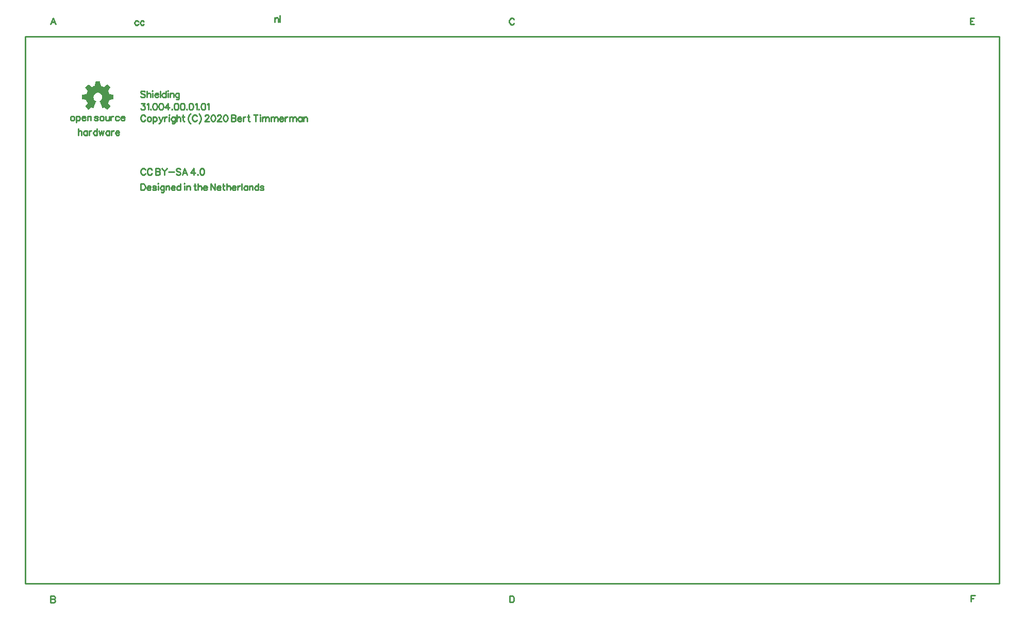
<source format=gto>
G04 start of page 8 for group -4079 idx -4079 *
G04 Title: 31.004.00.01.01.pcb, topsilk *
G04 Creator: pcb 4.2.2 *
G04 CreationDate: Sun Jan  3 11:16:11 2021 UTC *
G04 For: bert *
G04 Format: Gerber/RS-274X *
G04 PCB-Dimensions (mil): 6692.91 3937.01 *
G04 PCB-Coordinate-Origin: lower left *
%MOIN*%
%FSLAX25Y25*%
%LNGTO*%
%ADD70C,0.0046*%
%ADD69C,0.0047*%
%ADD68C,0.0040*%
%ADD67C,0.0046*%
%ADD66C,0.0048*%
%ADD65C,0.0041*%
%ADD64C,0.0041*%
%ADD63C,0.0041*%
%ADD62C,0.0042*%
%ADD61C,0.0042*%
%ADD60C,0.0042*%
%ADD59C,0.0041*%
%ADD58C,0.0043*%
%ADD57C,0.0042*%
%ADD56C,0.0041*%
%ADD55C,0.0042*%
%ADD54C,0.0041*%
%ADD53C,0.0041*%
%ADD52C,0.0041*%
%ADD51C,0.0046*%
%ADD50C,0.0047*%
%ADD49C,0.0043*%
%ADD48C,0.0044*%
%ADD47C,0.0044*%
%ADD46C,0.0043*%
%ADD45C,0.0045*%
%ADD44C,0.0045*%
%ADD43C,0.0045*%
%ADD42C,0.0045*%
%ADD41C,0.0044*%
%ADD40C,0.0043*%
%ADD39C,0.0043*%
%ADD38C,0.0042*%
%ADD37C,0.0043*%
%ADD36C,0.0044*%
%ADD35C,0.0044*%
%ADD34C,0.0044*%
%ADD33C,0.0044*%
%ADD32C,0.0044*%
%ADD31C,0.0044*%
%ADD30C,0.0043*%
%ADD29C,0.0043*%
%ADD28C,0.0043*%
%ADD27C,0.0043*%
%ADD26C,0.0042*%
%ADD25C,0.0042*%
%ADD24C,0.0042*%
%ADD23C,0.0049*%
%ADD22C,0.0098*%
%ADD21C,0.0100*%
%ADD20C,0.0001*%
G54D20*G36*
X65414Y344981D02*X67991D01*
X68074Y344949D01*
X68121Y344873D01*
X68170Y344634D01*
X68214Y344412D01*
X68605Y342280D01*
X68652Y342192D01*
X68735Y342134D01*
X68838Y342090D01*
X69628Y341819D01*
X70378Y341461D01*
X70384D01*
X70471Y341423D01*
X70568Y341409D01*
X70666Y341440D01*
X72439Y342659D01*
X72630Y342784D01*
X72831Y342920D01*
X72917Y342945D01*
X72999Y342909D01*
X73330Y342579D01*
X73834Y342079D01*
X73992Y341916D01*
X74491Y341418D01*
X74653Y341261D01*
X74821Y341087D01*
X74860Y341002D01*
X74838Y340913D01*
X74702Y340712D01*
X74573Y340522D01*
X73384Y338786D01*
X73352Y338694D01*
X73367Y338597D01*
X73412Y338498D01*
X74095Y336892D01*
X74132Y336801D01*
X74195Y336723D01*
X74285Y336676D01*
X76324Y336295D01*
X76548Y336252D01*
X76791Y336209D01*
X76866Y336162D01*
X76895Y336079D01*
Y333502D01*
X76866Y333413D01*
X76791Y333366D01*
X76548Y333323D01*
X76324Y333280D01*
X74345Y332911D01*
X74257Y332863D01*
X74203Y332780D01*
X74175Y332720D01*
Y332709D01*
X73460Y330936D01*
X73455Y330924D01*
X73438Y330881D01*
X73421Y330780D01*
X73449Y330686D01*
X74578Y329054D01*
X74702Y328863D01*
X74843Y328662D01*
X74862Y328576D01*
X74821Y328494D01*
X74653Y328315D01*
X74491Y328158D01*
X73173Y326840D01*
X72999Y326672D01*
X72917Y326631D01*
X72831Y326649D01*
X72630Y326791D01*
X72439Y326915D01*
X70845Y328012D01*
X70746Y328041D01*
X70649Y328022D01*
X70318Y327838D01*
X70124Y327729D01*
X69777Y327551D01*
X69692Y327545D01*
X69630Y327605D01*
X69484Y327962D01*
X69396Y328169D01*
X68013Y331527D01*
X67925Y331733D01*
X67828Y331966D01*
X67824Y332061D01*
X67877Y332134D01*
X68100Y332265D01*
X68241Y332373D01*
X68777Y332819D01*
X69192Y333383D01*
X69459Y334042D01*
X69553Y334772D01*
X69495Y335347D01*
X69330Y335881D01*
X69067Y336366D01*
X68718Y336788D01*
X68298Y337137D01*
X67814Y337401D01*
X67280Y337566D01*
X66706Y337624D01*
X66131Y337566D01*
X65596Y337401D01*
X65113Y337137D01*
X64691Y336788D01*
X64343Y336366D01*
X64081Y335881D01*
X63916Y335347D01*
X63857Y334772D01*
X63950Y334042D01*
X64217Y333383D01*
X64631Y332819D01*
X65170Y332373D01*
X65306Y332265D01*
X65528Y332134D01*
X65582Y332061D01*
X65577Y331966D01*
X65480Y331733D01*
X65392Y331527D01*
X64009Y328169D01*
X63923Y327962D01*
X63775Y327605D01*
X63714Y327545D01*
X63630Y327551D01*
X63288Y327729D01*
X63087Y327838D01*
X62756Y328022D01*
X62657Y328041D01*
X62560Y328012D01*
X60966Y326915D01*
X60781Y326791D01*
X60575Y326649D01*
X60488Y326631D01*
X60406Y326672D01*
X60232Y326840D01*
X60075Y327002D01*
X59577Y327501D01*
X59414Y327659D01*
X58914Y328158D01*
X58752Y328315D01*
X58584Y328494D01*
X58545Y328576D01*
X58567Y328662D01*
X58703Y328863D01*
X58834Y329054D01*
X59956Y330686D01*
X59984Y330780D01*
X59967Y330881D01*
X59945Y330941D01*
X59235Y332715D01*
X59202Y332780D01*
X59148Y332863D01*
X59062Y332911D01*
X57081Y333280D01*
X56859Y333323D01*
X56620Y333366D01*
X56541Y333416D01*
X56512Y333502D01*
Y336079D01*
X56541Y336162D01*
X56620Y336209D01*
X56859Y336258D01*
X57081Y336295D01*
X59121Y336676D01*
X59210Y336723D01*
X59273Y336806D01*
X59310Y336892D01*
X59999Y338498D01*
X60038Y338597D01*
X60055Y338694D01*
X60027Y338786D01*
X58834Y340527D01*
X58703Y340712D01*
X58567Y340913D01*
X58545Y341002D01*
X58584Y341087D01*
X58752Y341261D01*
X58914Y341418D01*
X60406Y342909D01*
X60488Y342945D01*
X60575Y342926D01*
X60781Y342790D01*
X60966Y342659D01*
X62739Y341440D01*
X62837Y341411D01*
X62935Y341429D01*
X63021Y341461D01*
X63032Y341466D01*
X63778Y341820D01*
X64568Y342095D01*
X64671Y342134D01*
X64755Y342192D01*
X64800Y342280D01*
X65198Y344412D01*
X65235Y344634D01*
X65284Y344873D01*
X65331Y344949D01*
X65414Y344981D01*
G37*
G54D21*X19685Y19685D02*Y374016D01*
X649606Y19685D02*X19685D01*
X649606D02*Y374016D01*
X19685D01*
G54D22*X97437Y322267D02*X97237Y322667D01*
X96837Y323067D01*
X96437Y323267D01*
X95637D02*X96437D01*
X95637D02*X95237Y323067D01*
X94837Y322667D01*
X94637Y322267D01*
X94437Y321667D01*
Y320667D01*
X94637Y320067D01*
X94837Y319667D01*
X95237Y319267D01*
X95637Y319067D01*
X96437D01*
X96837Y319267D01*
X97237Y319667D01*
X97437Y320067D01*
X99637Y321867D02*X99237Y321667D01*
X98837Y321267D01*
X98637Y320667D01*
Y320267D01*
X98837Y319667D01*
X99237Y319267D01*
X99637Y319067D01*
X100237D01*
X100637Y319267D01*
X101037Y319667D01*
X101237Y320267D01*
Y320667D02*Y320267D01*
Y320667D02*X101037Y321267D01*
X100637Y321667D01*
X100237Y321867D01*
X99637D02*X100237D01*
X102437D02*Y317667D01*
Y321267D02*X102837Y321667D01*
X103237Y321867D01*
X103837D01*
X104237Y321667D01*
X104637Y321267D01*
X104837Y320667D01*
Y320267D01*
X104637Y319667D01*
X104237Y319267D01*
X103837Y319067D01*
X103237D02*X103837D01*
X103237D02*X102837Y319267D01*
X102437Y319667D01*
X106237Y321867D02*X107437Y319067D01*
X108637Y321867D02*X107437Y319067D01*
X107037Y318267D01*
X106637Y317867D01*
X106237Y317667D01*
X106037D02*X106237D01*
X109837Y321867D02*Y319067D01*
Y320667D02*X110037Y321267D01*
X110437Y321667D01*
X110837Y321867D01*
X111437D01*
X112637Y323267D02*X112837Y323067D01*
X113037Y323267D01*
X112837Y323467D01*
X112637Y323267D01*
X112837Y321867D02*Y319067D01*
X116637Y321867D02*Y318667D01*
X116437Y318067D01*
X116237Y317867D01*
X115837Y317667D01*
X115237D02*X115837D01*
X115237D02*X114837Y317867D01*
X116637Y321267D02*X116237Y321667D01*
X115837Y321867D01*
X115237D02*X115837D01*
X115237D02*X114837Y321667D01*
X114437Y321267D01*
X114237Y320667D01*
Y320267D01*
X114437Y319667D01*
X114837Y319267D01*
X115237Y319067D01*
X115837D01*
X116237Y319267D01*
X116637Y319667D01*
X117837Y323267D02*Y319067D01*
Y321067D02*X118437Y321667D01*
X118837Y321867D01*
X119437D01*
X119837Y321667D01*
X120037Y321067D01*
Y319067D01*
X121837Y323267D02*Y319867D01*
X122037Y319267D01*
X122437Y319067D01*
X122837D01*
X121237Y321867D02*X122637D01*
X126637Y324067D02*X126237Y323667D01*
X125837Y323067D01*
X125437Y322267D01*
X125237Y321267D01*
Y320467D01*
X125437Y319467D01*
X125837Y318667D01*
X126237Y318067D01*
X126637Y317667D01*
X130837Y322267D02*X130637Y322667D01*
X130237Y323067D01*
X129837Y323267D01*
X129037D02*X129837D01*
X129037D02*X128637Y323067D01*
X128237Y322667D01*
X128037Y322267D01*
X127837Y321667D01*
Y320667D01*
X128037Y320067D01*
X128237Y319667D01*
X128637Y319267D01*
X129037Y319067D01*
X129837D01*
X130237Y319267D01*
X130637Y319667D01*
X130837Y320067D01*
X132037Y324067D02*X132437Y323667D01*
X132837Y323067D01*
X133237Y322267D01*
X133437Y321267D01*
Y320467D01*
X133237Y319467D01*
X132837Y318667D01*
X132437Y318067D01*
X132037Y317667D01*
X136037Y322467D02*Y322267D01*
Y322467D02*X136237Y322867D01*
X136437Y323067D01*
X136837Y323267D01*
X137637D01*
X138037Y323067D01*
X138237Y322867D01*
X138437Y322467D01*
Y322067D01*
X138237Y321667D01*
X137837Y321067D01*
X135837Y319067D01*
X138637D01*
X141037Y323267D02*X140437Y323067D01*
X140037Y322467D01*
X139837Y321467D01*
Y320867D01*
X140037Y319867D01*
X140437Y319267D01*
X141037Y319067D01*
X141437D01*
X142037Y319267D01*
X142437Y319867D01*
X142637Y320867D01*
Y321467D02*Y320867D01*
Y321467D02*X142437Y322467D01*
X142037Y323067D01*
X141437Y323267D01*
X141037D02*X141437D01*
X144037Y322467D02*Y322267D01*
Y322467D02*X144237Y322867D01*
X144437Y323067D01*
X144837Y323267D01*
X145637D01*
X146037Y323067D01*
X146237Y322867D01*
X146437Y322467D01*
Y322067D01*
X146237Y321667D01*
X145837Y321067D01*
X143837Y319067D01*
X146637D01*
X149037Y323267D02*X148437Y323067D01*
X148037Y322467D01*
X147837Y321467D01*
Y320867D01*
X148037Y319867D01*
X148437Y319267D01*
X149037Y319067D01*
X149437D01*
X150037Y319267D01*
X150437Y319867D01*
X150637Y320867D01*
Y321467D02*Y320867D01*
Y321467D02*X150437Y322467D01*
X150037Y323067D01*
X149437Y323267D01*
X149037D02*X149437D01*
X153037D02*Y319067D01*
Y323267D02*X154837D01*
X155437Y323067D01*
X155637Y322867D01*
X155837Y322467D01*
Y322067D01*
X155637Y321667D01*
X155437Y321467D01*
X154837Y321267D01*
X153037D02*X154837D01*
X155437Y321067D01*
X155637Y320867D01*
X155837Y320467D01*
Y319867D01*
X155637Y319467D01*
X155437Y319267D01*
X154837Y319067D01*
X153037D02*X154837D01*
X157037Y320667D02*X159437D01*
Y321067D02*Y320667D01*
Y321067D02*X159237Y321467D01*
X159037Y321667D01*
X158637Y321867D01*
X158037D02*X158637D01*
X158037D02*X157637Y321667D01*
X157237Y321267D01*
X157037Y320667D01*
Y320267D01*
X157237Y319667D01*
X157637Y319267D01*
X158037Y319067D01*
X158637D01*
X159037Y319267D01*
X159437Y319667D01*
X160637Y321867D02*Y319067D01*
Y320667D02*X160837Y321267D01*
X161237Y321667D01*
X161637Y321867D01*
X162237D01*
X164037Y323267D02*Y319867D01*
X164237Y319267D01*
X164637Y319067D01*
X165037D01*
X163437Y321867D02*X164837D01*
X168837Y323267D02*Y319067D01*
X167437Y323267D02*X170237D01*
X171437D02*X171637Y323067D01*
X171837Y323267D01*
X171637Y323467D01*
X171437Y323267D01*
X171637Y321867D02*Y319067D01*
X173037Y321867D02*Y319067D01*
Y321067D02*X173637Y321667D01*
X174037Y321867D01*
X174637D01*
X175037Y321667D01*
X175237Y321067D01*
Y319067D01*
Y321067D02*X175837Y321667D01*
X176237Y321867D01*
X176837D01*
X177237Y321667D01*
X177437Y321067D01*
Y319067D01*
X178637Y321867D02*Y319067D01*
Y321067D02*X179237Y321667D01*
X179637Y321867D01*
X180237D01*
X180637Y321667D01*
X180837Y321067D01*
Y319067D01*
Y321067D02*X181437Y321667D01*
X181837Y321867D01*
X182437D01*
X182837Y321667D01*
X183037Y321067D01*
Y319067D01*
X184237Y320667D02*X186637D01*
Y321067D02*Y320667D01*
Y321067D02*X186437Y321467D01*
X186237Y321667D01*
X185837Y321867D01*
X185237D02*X185837D01*
X185237D02*X184837Y321667D01*
X184437Y321267D01*
X184237Y320667D01*
Y320267D01*
X184437Y319667D01*
X184837Y319267D01*
X185237Y319067D01*
X185837D01*
X186237Y319267D01*
X186637Y319667D01*
X187837Y321867D02*Y319067D01*
Y320667D02*X188037Y321267D01*
X188437Y321667D01*
X188837Y321867D01*
X189437D01*
X190637D02*Y319067D01*
Y321067D02*X191237Y321667D01*
X191637Y321867D01*
X192237D01*
X192637Y321667D01*
X192837Y321067D01*
Y319067D01*
Y321067D02*X193437Y321667D01*
X193837Y321867D01*
X194437D01*
X194837Y321667D01*
X195037Y321067D01*
Y319067D01*
X198637Y321867D02*Y319067D01*
Y321267D02*X198237Y321667D01*
X197837Y321867D01*
X197237D02*X197837D01*
X197237D02*X196837Y321667D01*
X196437Y321267D01*
X196237Y320667D01*
Y320267D01*
X196437Y319667D01*
X196837Y319267D01*
X197237Y319067D01*
X197837D01*
X198237Y319267D01*
X198637Y319667D01*
X199837Y321867D02*Y319067D01*
Y321067D02*X200437Y321667D01*
X200837Y321867D01*
X201437D01*
X201837Y321667D01*
X202037Y321067D01*
Y319067D01*
X94837Y330767D02*X97037D01*
X95837Y329167D01*
X96437D01*
X96837Y328967D01*
X97037Y328767D01*
X97237Y328167D01*
Y327767D01*
X97037Y327167D01*
X96637Y326767D01*
X96037Y326567D01*
X95437D02*X96037D01*
X95437D02*X94837Y326767D01*
X94637Y326967D01*
X94437Y327367D01*
X98437Y329967D02*X98837Y330167D01*
X99437Y330767D01*
Y326567D01*
X100837Y326967D02*X100637Y326767D01*
X100837Y326567D01*
X101037Y326767D01*
X100837Y326967D01*
X103437Y330767D02*X102837Y330567D01*
X102437Y329967D01*
X102237Y328967D01*
Y328367D01*
X102437Y327367D01*
X102837Y326767D01*
X103437Y326567D01*
X103837D01*
X104437Y326767D01*
X104837Y327367D01*
X105037Y328367D01*
Y328967D02*Y328367D01*
Y328967D02*X104837Y329967D01*
X104437Y330567D01*
X103837Y330767D01*
X103437D02*X103837D01*
X107437D02*X106837Y330567D01*
X106437Y329967D01*
X106237Y328967D01*
Y328367D01*
X106437Y327367D01*
X106837Y326767D01*
X107437Y326567D01*
X107837D01*
X108437Y326767D01*
X108837Y327367D01*
X109037Y328367D01*
Y328967D02*Y328367D01*
Y328967D02*X108837Y329967D01*
X108437Y330567D01*
X107837Y330767D01*
X107437D02*X107837D01*
X112237D02*X110237Y327967D01*
X113237D01*
X112237Y330767D02*Y326567D01*
X114637Y326967D02*X114437Y326767D01*
X114637Y326567D01*
X114837Y326767D01*
X114637Y326967D01*
X117237Y330767D02*X116637Y330567D01*
X116237Y329967D01*
X116037Y328967D01*
Y328367D01*
X116237Y327367D01*
X116637Y326767D01*
X117237Y326567D01*
X117637D01*
X118237Y326767D01*
X118637Y327367D01*
X118837Y328367D01*
Y328967D02*Y328367D01*
Y328967D02*X118637Y329967D01*
X118237Y330567D01*
X117637Y330767D01*
X117237D02*X117637D01*
X121237D02*X120637Y330567D01*
X120237Y329967D01*
X120037Y328967D01*
Y328367D01*
X120237Y327367D01*
X120637Y326767D01*
X121237Y326567D01*
X121637D01*
X122237Y326767D01*
X122637Y327367D01*
X122837Y328367D01*
Y328967D02*Y328367D01*
Y328967D02*X122637Y329967D01*
X122237Y330567D01*
X121637Y330767D01*
X121237D02*X121637D01*
X124237Y326967D02*X124037Y326767D01*
X124237Y326567D01*
X124437Y326767D01*
X124237Y326967D01*
X126837Y330767D02*X126237Y330567D01*
X125837Y329967D01*
X125637Y328967D01*
Y328367D01*
X125837Y327367D01*
X126237Y326767D01*
X126837Y326567D01*
X127237D01*
X127837Y326767D01*
X128237Y327367D01*
X128437Y328367D01*
Y328967D02*Y328367D01*
Y328967D02*X128237Y329967D01*
X127837Y330567D01*
X127237Y330767D01*
X126837D02*X127237D01*
X129637Y329967D02*X130037Y330167D01*
X130637Y330767D01*
Y326567D01*
X132037Y326967D02*X131837Y326767D01*
X132037Y326567D01*
X132237Y326767D01*
X132037Y326967D01*
X134637Y330767D02*X134037Y330567D01*
X133637Y329967D01*
X133437Y328967D01*
Y328367D01*
X133637Y327367D01*
X134037Y326767D01*
X134637Y326567D01*
X135037D01*
X135637Y326767D01*
X136037Y327367D01*
X136237Y328367D01*
Y328967D02*Y328367D01*
Y328967D02*X136037Y329967D01*
X135637Y330567D01*
X135037Y330767D01*
X134637D02*X135037D01*
X137437Y329967D02*X137837Y330167D01*
X138437Y330767D01*
Y326567D01*
X97488Y287570D02*X97288Y287970D01*
X96888Y288370D01*
X96488Y288570D01*
X95688D02*X96488D01*
X95688D02*X95288Y288370D01*
X94888Y287970D01*
X94688Y287570D01*
X94488Y286970D01*
Y285970D01*
X94688Y285370D01*
X94888Y284970D01*
X95288Y284570D01*
X95688Y284370D01*
X96488D01*
X96888Y284570D01*
X97288Y284970D01*
X97488Y285370D01*
X101688Y287570D02*X101488Y287970D01*
X101088Y288370D01*
X100688Y288570D01*
X99888D02*X100688D01*
X99888D02*X99488Y288370D01*
X99088Y287970D01*
X98888Y287570D01*
X98688Y286970D01*
Y285970D01*
X98888Y285370D01*
X99088Y284970D01*
X99488Y284570D01*
X99888Y284370D01*
X100688D01*
X101088Y284570D01*
X101488Y284970D01*
X101688Y285370D01*
X104088Y288570D02*Y284370D01*
Y288570D02*X105888D01*
X106488Y288370D01*
X106688Y288170D01*
X106888Y287770D01*
Y287370D01*
X106688Y286970D01*
X106488Y286770D01*
X105888Y286570D01*
X104088D02*X105888D01*
X106488Y286370D01*
X106688Y286170D01*
X106888Y285770D01*
Y285170D01*
X106688Y284770D01*
X106488Y284570D01*
X105888Y284370D01*
X104088D02*X105888D01*
X108088Y288570D02*X109688Y286570D01*
Y284370D01*
X111288Y288570D02*X109688Y286570D01*
X112488Y286170D02*X116088D01*
X120088Y287970D02*X119688Y288370D01*
X119088Y288570D01*
X118288D02*X119088D01*
X118288D02*X117688Y288370D01*
X117288Y287970D01*
Y287570D01*
X117488Y287170D01*
X117688Y286970D01*
X118088Y286770D01*
X119288Y286370D01*
X119688Y286170D01*
X119888Y285970D01*
X120088Y285570D01*
Y284970D01*
X119688Y284570D01*
X119088Y284370D01*
X118288D02*X119088D01*
X118288D02*X117688Y284570D01*
X117288Y284970D01*
X122888Y288570D02*X121288Y284370D01*
X122888Y288570D02*X124488Y284370D01*
X121888Y285770D02*X123888D01*
X128888Y288570D02*X126888Y285770D01*
X129888D01*
X128888Y288570D02*Y284370D01*
X131288Y284770D02*X131088Y284570D01*
X131288Y284370D01*
X131488Y284570D01*
X131288Y284770D01*
X133888Y288570D02*X133288Y288370D01*
X132888Y287770D01*
X132688Y286770D01*
Y286170D01*
X132888Y285170D01*
X133288Y284570D01*
X133888Y284370D01*
X134288D01*
X134888Y284570D01*
X135288Y285170D01*
X135488Y286170D01*
Y286770D02*Y286170D01*
Y286770D02*X135288Y287770D01*
X134888Y288370D01*
X134288Y288570D01*
X133888D02*X134288D01*
X94488Y278728D02*Y274528D01*
Y278728D02*X95888D01*
X96488Y278528D01*
X96888Y278128D01*
X97088Y277728D01*
X97288Y277128D01*
Y276128D01*
X97088Y275528D01*
X96888Y275128D01*
X96488Y274728D01*
X95888Y274528D01*
X94488D02*X95888D01*
X98488Y276128D02*X100888D01*
Y276528D02*Y276128D01*
Y276528D02*X100688Y276928D01*
X100488Y277128D01*
X100088Y277328D01*
X99488D02*X100088D01*
X99488D02*X99088Y277128D01*
X98688Y276728D01*
X98488Y276128D01*
Y275728D01*
X98688Y275128D01*
X99088Y274728D01*
X99488Y274528D01*
X100088D01*
X100488Y274728D01*
X100888Y275128D01*
X104288Y276728D02*X104088Y277128D01*
X103488Y277328D01*
X102888D02*X103488D01*
X102888D02*X102288Y277128D01*
X102088Y276728D01*
X102288Y276328D01*
X102688Y276128D01*
X103688Y275928D01*
X104088Y275728D01*
X104288Y275328D01*
Y275128D01*
X104088Y274728D01*
X103488Y274528D01*
X102888D02*X103488D01*
X102888D02*X102288Y274728D01*
X102088Y275128D01*
X105488Y278728D02*X105688Y278528D01*
X105888Y278728D01*
X105688Y278928D01*
X105488Y278728D01*
X105688Y277328D02*Y274528D01*
X109488Y277328D02*Y274128D01*
X109288Y273528D01*
X109088Y273328D01*
X108688Y273128D01*
X108088D02*X108688D01*
X108088D02*X107688Y273328D01*
X109488Y276728D02*X109088Y277128D01*
X108688Y277328D01*
X108088D02*X108688D01*
X108088D02*X107688Y277128D01*
X107288Y276728D01*
X107088Y276128D01*
Y275728D01*
X107288Y275128D01*
X107688Y274728D01*
X108088Y274528D01*
X108688D01*
X109088Y274728D01*
X109488Y275128D01*
X110688Y277328D02*Y274528D01*
Y276528D02*X111288Y277128D01*
X111688Y277328D01*
X112288D01*
X112688Y277128D01*
X112888Y276528D01*
Y274528D01*
X114088Y276128D02*X116488D01*
Y276528D02*Y276128D01*
Y276528D02*X116288Y276928D01*
X116088Y277128D01*
X115688Y277328D01*
X115088D02*X115688D01*
X115088D02*X114688Y277128D01*
X114288Y276728D01*
X114088Y276128D01*
Y275728D01*
X114288Y275128D01*
X114688Y274728D01*
X115088Y274528D01*
X115688D01*
X116088Y274728D01*
X116488Y275128D01*
X120088Y278728D02*Y274528D01*
Y276728D02*X119688Y277128D01*
X119288Y277328D01*
X118688D02*X119288D01*
X118688D02*X118288Y277128D01*
X117888Y276728D01*
X117688Y276128D01*
Y275728D01*
X117888Y275128D01*
X118288Y274728D01*
X118688Y274528D01*
X119288D01*
X119688Y274728D01*
X120088Y275128D01*
X122488Y278728D02*X122688Y278528D01*
X122888Y278728D01*
X122688Y278928D01*
X122488Y278728D01*
X122688Y277328D02*Y274528D01*
X124088Y277328D02*Y274528D01*
Y276528D02*X124688Y277128D01*
X125088Y277328D01*
X125688D01*
X126088Y277128D01*
X126288Y276528D01*
Y274528D01*
X129288Y278728D02*Y275328D01*
X129488Y274728D01*
X129888Y274528D01*
X130288D01*
X128688Y277328D02*X130088D01*
X131488Y278728D02*Y274528D01*
Y276528D02*X132088Y277128D01*
X132488Y277328D01*
X133088D01*
X133488Y277128D01*
X133688Y276528D01*
Y274528D01*
X134888Y276128D02*X137288D01*
Y276528D02*Y276128D01*
Y276528D02*X137088Y276928D01*
X136888Y277128D01*
X136488Y277328D01*
X135888D02*X136488D01*
X135888D02*X135488Y277128D01*
X135088Y276728D01*
X134888Y276128D01*
Y275728D01*
X135088Y275128D01*
X135488Y274728D01*
X135888Y274528D01*
X136488D01*
X136888Y274728D01*
X137288Y275128D01*
X139688Y278728D02*Y274528D01*
Y278728D02*X142488Y274528D01*
Y278728D02*Y274528D01*
X143688Y276128D02*X146088D01*
Y276528D02*Y276128D01*
Y276528D02*X145888Y276928D01*
X145688Y277128D01*
X145288Y277328D01*
X144688D02*X145288D01*
X144688D02*X144288Y277128D01*
X143888Y276728D01*
X143688Y276128D01*
Y275728D01*
X143888Y275128D01*
X144288Y274728D01*
X144688Y274528D01*
X145288D01*
X145688Y274728D01*
X146088Y275128D01*
X147888Y278728D02*Y275328D01*
X148088Y274728D01*
X148488Y274528D01*
X148888D01*
X147288Y277328D02*X148688D01*
X150088Y278728D02*Y274528D01*
Y276528D02*X150688Y277128D01*
X151088Y277328D01*
X151688D01*
X152088Y277128D01*
X152288Y276528D01*
Y274528D01*
X153488Y276128D02*X155888D01*
Y276528D02*Y276128D01*
Y276528D02*X155688Y276928D01*
X155488Y277128D01*
X155088Y277328D01*
X154488D02*X155088D01*
X154488D02*X154088Y277128D01*
X153688Y276728D01*
X153488Y276128D01*
Y275728D01*
X153688Y275128D01*
X154088Y274728D01*
X154488Y274528D01*
X155088D01*
X155488Y274728D01*
X155888Y275128D01*
X157088Y277328D02*Y274528D01*
Y276128D02*X157288Y276728D01*
X157688Y277128D01*
X158088Y277328D01*
X158688D01*
X159888Y278728D02*Y274528D01*
X163488Y277328D02*Y274528D01*
Y276728D02*X163088Y277128D01*
X162688Y277328D01*
X162088D02*X162688D01*
X162088D02*X161688Y277128D01*
X161288Y276728D01*
X161088Y276128D01*
Y275728D01*
X161288Y275128D01*
X161688Y274728D01*
X162088Y274528D01*
X162688D01*
X163088Y274728D01*
X163488Y275128D01*
X164688Y277328D02*Y274528D01*
Y276528D02*X165288Y277128D01*
X165688Y277328D01*
X166288D01*
X166688Y277128D01*
X166888Y276528D01*
Y274528D01*
X170488Y278728D02*Y274528D01*
Y276728D02*X170088Y277128D01*
X169688Y277328D01*
X169088D02*X169688D01*
X169088D02*X168688Y277128D01*
X168288Y276728D01*
X168088Y276128D01*
Y275728D01*
X168288Y275128D01*
X168688Y274728D01*
X169088Y274528D01*
X169688D01*
X170088Y274728D01*
X170488Y275128D01*
X173888Y276728D02*X173688Y277128D01*
X173088Y277328D01*
X172488D02*X173088D01*
X172488D02*X171888Y277128D01*
X171688Y276728D01*
X171888Y276328D01*
X172288Y276128D01*
X173288Y275928D01*
X173688Y275728D01*
X173888Y275328D01*
Y275128D01*
X173688Y274728D01*
X173088Y274528D01*
X172488D02*X173088D01*
X172488D02*X171888Y274728D01*
X171688Y275128D01*
X49937Y322367D02*X49537Y322167D01*
X49137Y321767D01*
X48937Y321167D01*
Y320767D01*
X49137Y320167D01*
X49537Y319767D01*
X49937Y319567D01*
X50537D01*
X50937Y319767D01*
X51337Y320167D01*
X51537Y320767D01*
Y321167D02*Y320767D01*
Y321167D02*X51337Y321767D01*
X50937Y322167D01*
X50537Y322367D01*
X49937D02*X50537D01*
X52737D02*Y318167D01*
Y321767D02*X53137Y322167D01*
X53537Y322367D01*
X54137D01*
X54537Y322167D01*
X54937Y321767D01*
X55137Y321167D01*
Y320767D01*
X54937Y320167D01*
X54537Y319767D01*
X54137Y319567D01*
X53537D02*X54137D01*
X53537D02*X53137Y319767D01*
X52737Y320167D01*
X56337Y321167D02*X58737D01*
Y321567D02*Y321167D01*
Y321567D02*X58537Y321967D01*
X58337Y322167D01*
X57937Y322367D01*
X57337D02*X57937D01*
X57337D02*X56937Y322167D01*
X56537Y321767D01*
X56337Y321167D01*
Y320767D01*
X56537Y320167D01*
X56937Y319767D01*
X57337Y319567D01*
X57937D01*
X58337Y319767D01*
X58737Y320167D01*
X59937Y322367D02*Y319567D01*
Y321567D02*X60537Y322167D01*
X60937Y322367D01*
X61537D01*
X61937Y322167D01*
X62137Y321567D01*
Y319567D01*
X66737Y321767D02*X66537Y322167D01*
X65937Y322367D01*
X65337D02*X65937D01*
X65337D02*X64737Y322167D01*
X64537Y321767D01*
X64737Y321367D01*
X65137Y321167D01*
X66137Y320967D01*
X66537Y320767D01*
X66737Y320367D01*
Y320167D01*
X66537Y319767D01*
X65937Y319567D01*
X65337D02*X65937D01*
X65337D02*X64737Y319767D01*
X64537Y320167D01*
X68937Y322367D02*X68537Y322167D01*
X68137Y321767D01*
X67937Y321167D01*
Y320767D01*
X68137Y320167D01*
X68537Y319767D01*
X68937Y319567D01*
X69537D01*
X69937Y319767D01*
X70337Y320167D01*
X70537Y320767D01*
Y321167D02*Y320767D01*
Y321167D02*X70337Y321767D01*
X69937Y322167D01*
X69537Y322367D01*
X68937D02*X69537D01*
X71737D02*Y320367D01*
X71937Y319767D01*
X72337Y319567D01*
X72937D01*
X73337Y319767D01*
X73937Y320367D01*
Y322367D02*Y319567D01*
X75137Y322367D02*Y319567D01*
Y321167D02*X75337Y321767D01*
X75737Y322167D01*
X76137Y322367D01*
X76737D01*
X80337Y321767D02*X79937Y322167D01*
X79537Y322367D01*
X78937D02*X79537D01*
X78937D02*X78537Y322167D01*
X78137Y321767D01*
X77937Y321167D01*
Y320767D01*
X78137Y320167D01*
X78537Y319767D01*
X78937Y319567D01*
X79537D01*
X79937Y319767D01*
X80337Y320167D01*
X81537Y321167D02*X83937D01*
Y321567D02*Y321167D01*
Y321567D02*X83737Y321967D01*
X83537Y322167D01*
X83137Y322367D01*
X82537D02*X83137D01*
X82537D02*X82137Y322167D01*
X81737Y321767D01*
X81537Y321167D01*
Y320767D01*
X81737Y320167D01*
X82137Y319767D01*
X82537Y319567D01*
X83137D01*
X83537Y319767D01*
X83937Y320167D01*
X53937Y314267D02*Y310067D01*
Y312067D02*X54537Y312667D01*
X54937Y312867D01*
X55537D01*
X55937Y312667D01*
X56137Y312067D01*
Y310067D01*
X59737Y312867D02*Y310067D01*
Y312267D02*X59337Y312667D01*
X58937Y312867D01*
X58337D02*X58937D01*
X58337D02*X57937Y312667D01*
X57537Y312267D01*
X57337Y311667D01*
Y311267D01*
X57537Y310667D01*
X57937Y310267D01*
X58337Y310067D01*
X58937D01*
X59337Y310267D01*
X59737Y310667D01*
X60937Y312867D02*Y310067D01*
Y311667D02*X61137Y312267D01*
X61537Y312667D01*
X61937Y312867D01*
X62537D01*
X66137Y314267D02*Y310067D01*
Y312267D02*X65737Y312667D01*
X65337Y312867D01*
X64737D02*X65337D01*
X64737D02*X64337Y312667D01*
X63937Y312267D01*
X63737Y311667D01*
Y311267D01*
X63937Y310667D01*
X64337Y310267D01*
X64737Y310067D01*
X65337D01*
X65737Y310267D01*
X66137Y310667D01*
X67337Y312867D02*X68137Y310067D01*
X68937Y312867D02*X68137Y310067D01*
X68937Y312867D02*X69737Y310067D01*
X70537Y312867D02*X69737Y310067D01*
X74137Y312867D02*Y310067D01*
Y312267D02*X73737Y312667D01*
X73337Y312867D01*
X72737D02*X73337D01*
X72737D02*X72337Y312667D01*
X71937Y312267D01*
X71737Y311667D01*
Y311267D01*
X71937Y310667D01*
X72337Y310267D01*
X72737Y310067D01*
X73337D01*
X73737Y310267D01*
X74137Y310667D01*
X75337Y312867D02*Y310067D01*
Y311667D02*X75537Y312267D01*
X75937Y312667D01*
X76337Y312867D01*
X76937D01*
X78137Y311667D02*X80537D01*
Y312067D02*Y311667D01*
Y312067D02*X80337Y312467D01*
X80137Y312667D01*
X79737Y312867D01*
X79137D02*X79737D01*
X79137D02*X78737Y312667D01*
X78337Y312267D01*
X78137Y311667D01*
Y311267D01*
X78337Y310667D01*
X78737Y310267D01*
X79137Y310067D01*
X79737D01*
X80137Y310267D01*
X80537Y310667D01*
X97237Y338167D02*X96837Y338567D01*
X96237Y338767D01*
X95437D02*X96237D01*
X95437D02*X94837Y338567D01*
X94437Y338167D01*
Y337767D01*
X94637Y337367D01*
X94837Y337167D01*
X95237Y336967D01*
X96437Y336567D01*
X96837Y336367D01*
X97037Y336167D01*
X97237Y335767D01*
Y335167D01*
X96837Y334767D01*
X96237Y334567D01*
X95437D02*X96237D01*
X95437D02*X94837Y334767D01*
X94437Y335167D01*
X98437Y338767D02*Y334567D01*
Y336567D02*X99037Y337167D01*
X99437Y337367D01*
X100037D01*
X100437Y337167D01*
X100637Y336567D01*
Y334567D01*
X101837Y338767D02*X102037Y338567D01*
X102237Y338767D01*
X102037Y338967D01*
X101837Y338767D01*
X102037Y337367D02*Y334567D01*
X103437Y336167D02*X105837D01*
Y336567D02*Y336167D01*
Y336567D02*X105637Y336967D01*
X105437Y337167D01*
X105037Y337367D01*
X104437D02*X105037D01*
X104437D02*X104037Y337167D01*
X103637Y336767D01*
X103437Y336167D01*
Y335767D01*
X103637Y335167D01*
X104037Y334767D01*
X104437Y334567D01*
X105037D01*
X105437Y334767D01*
X105837Y335167D01*
X107037Y338767D02*Y334567D01*
X110637Y338767D02*Y334567D01*
Y336767D02*X110237Y337167D01*
X109837Y337367D01*
X109237D02*X109837D01*
X109237D02*X108837Y337167D01*
X108437Y336767D01*
X108237Y336167D01*
Y335767D01*
X108437Y335167D01*
X108837Y334767D01*
X109237Y334567D01*
X109837D01*
X110237Y334767D01*
X110637Y335167D01*
X111837Y338767D02*X112037Y338567D01*
X112237Y338767D01*
X112037Y338967D01*
X111837Y338767D01*
X112037Y337367D02*Y334567D01*
X113437Y337367D02*Y334567D01*
Y336567D02*X114037Y337167D01*
X114437Y337367D01*
X115037D01*
X115437Y337167D01*
X115637Y336567D01*
Y334567D01*
X119237Y337367D02*Y334167D01*
X119037Y333567D01*
X118837Y333367D01*
X118437Y333167D01*
X117837D02*X118437D01*
X117837D02*X117437Y333367D01*
X119237Y336767D02*X118837Y337167D01*
X118437Y337367D01*
X117837D02*X118437D01*
X117837D02*X117437Y337167D01*
X117037Y336767D01*
X116837Y336167D01*
Y335767D01*
X117037Y335167D01*
X117437Y334767D01*
X117837Y334567D01*
X118437D01*
X118837Y334767D01*
X119237Y335167D01*
G54D23*X94734Y312254D03*
Y297491D03*
G54D24*X95226Y311270D03*
G54D25*Y310778D03*
G54D26*Y310286D03*
G54D27*Y309794D03*
G54D28*Y309302D03*
G54D29*Y308809D03*
G54D30*Y308317D03*
G54D31*Y307825D03*
G54D32*Y307333D03*
G54D33*Y306841D03*
G54D34*Y306349D03*
G54D35*Y305857D03*
G54D36*Y305365D03*
Y304872D03*
G54D35*Y304380D03*
G54D34*Y303888D03*
G54D33*Y303396D03*
G54D32*Y302904D03*
G54D37*Y302412D03*
G54D30*Y301920D03*
G54D24*X95718Y311762D03*
G54D25*Y311270D03*
G54D38*Y310778D03*
G54D39*Y310286D03*
G54D40*Y309794D03*
G54D30*Y309302D03*
G54D31*Y308809D03*
G54D32*Y308317D03*
G54D35*Y307825D03*
G54D41*Y307333D03*
G54D42*Y306841D03*
G54D43*Y306349D03*
G54D44*Y305857D03*
G54D45*Y305365D03*
Y304872D03*
G54D44*Y304380D03*
G54D43*Y303888D03*
G54D42*Y303396D03*
G54D41*Y302904D03*
G54D35*Y302412D03*
G54D32*Y301920D03*
G54D25*X96210Y311762D03*
G54D38*Y311270D03*
G54D39*Y310778D03*
G54D29*Y310286D03*
G54D46*Y309794D03*
G54D47*Y309302D03*
G54D34*Y308809D03*
G54D48*Y308317D03*
G54D43*Y307825D03*
Y302412D03*
G54D48*Y301920D03*
G54D34*Y301428D03*
G54D26*X96702Y311762D03*
G54D39*Y311270D03*
G54D29*Y310778D03*
G54D46*Y310286D03*
G54D32*Y309794D03*
G54D36*Y309302D03*
G54D42*Y308809D03*
Y301428D03*
G54D35*Y300935D03*
G54D27*X97194Y311762D03*
G54D40*Y311270D03*
G54D46*Y310778D03*
G54D32*Y310286D03*
G54D36*Y309794D03*
G54D43*Y309302D03*
G54D49*Y305365D03*
Y304872D03*
G54D43*Y300935D03*
G54D36*Y300443D03*
G54D28*X97686Y311762D03*
G54D30*Y311270D03*
G54D47*Y310778D03*
G54D36*Y310286D03*
G54D43*Y309794D03*
G54D50*Y306841D03*
G54D23*Y306349D03*
Y305857D03*
Y305365D03*
Y304872D03*
Y304380D03*
Y303888D03*
Y303396D03*
G54D43*Y300443D03*
G54D35*Y299951D03*
G54D29*X98178Y311762D03*
G54D31*Y311270D03*
G54D34*Y310778D03*
G54D42*Y310286D03*
G54D36*Y307825D03*
G54D23*Y307333D03*
Y306841D03*
Y306349D03*
Y305857D03*
Y305365D03*
Y304872D03*
Y304380D03*
Y303888D03*
Y303396D03*
Y302904D03*
G54D51*Y302412D03*
G54D42*Y299951D03*
G54D34*Y299459D03*
G54D30*X98671Y311762D03*
G54D33*Y311270D03*
G54D48*Y310778D03*
G54D50*Y308317D03*
G54D23*Y307825D03*
Y307333D03*
Y306841D03*
G54D49*Y306349D03*
G54D52*Y303888D03*
G54D23*Y303396D03*
Y302904D03*
Y302412D03*
G54D50*Y301920D03*
G54D48*Y299459D03*
G54D53*Y298967D03*
G54D31*X99163Y311762D03*
G54D35*Y311270D03*
G54D43*Y310778D03*
G54D51*Y308809D03*
G54D23*Y308317D03*
Y307825D03*
Y307333D03*
G54D49*Y306841D03*
Y303396D03*
G54D23*Y302904D03*
Y302412D03*
Y301920D03*
G54D36*Y301428D03*
G54D43*Y299459D03*
G54D35*Y298967D03*
G54D32*X99655Y311762D03*
G54D48*Y311270D03*
G54D23*Y308809D03*
Y308317D03*
Y307825D03*
Y307333D03*
Y302904D03*
Y302412D03*
Y301920D03*
Y301428D03*
G54D41*Y298967D03*
G54D33*X100147Y311762D03*
G54D42*Y311270D03*
G54D50*Y309302D03*
G54D23*Y308809D03*
Y308317D03*
Y307825D03*
Y307333D03*
G54D51*Y305857D03*
G54D23*Y305365D03*
Y304872D03*
G54D50*Y304380D03*
G54D23*Y302904D03*
Y302412D03*
Y301920D03*
Y301428D03*
G54D50*Y300935D03*
G54D42*Y298967D03*
G54D49*Y298475D03*
G54D34*X100639Y311762D03*
G54D43*Y311270D03*
G54D23*Y309302D03*
Y308809D03*
Y308317D03*
Y307825D03*
Y307333D03*
G54D49*Y305857D03*
G54D23*Y305365D03*
Y304872D03*
G54D36*Y304380D03*
G54D23*Y302904D03*
Y302412D03*
Y301920D03*
Y301428D03*
Y300935D03*
G54D43*Y298967D03*
G54D34*Y298475D03*
G54D35*X101131Y311762D03*
G54D44*Y311270D03*
G54D23*Y309302D03*
Y308809D03*
Y308317D03*
Y307825D03*
Y307333D03*
Y305365D03*
Y304872D03*
Y302904D03*
Y302412D03*
Y301920D03*
Y301428D03*
Y300935D03*
G54D44*Y298967D03*
G54D35*Y298475D03*
G54D36*X101623Y311762D03*
G54D45*Y311270D03*
G54D49*Y309794D03*
G54D23*Y309302D03*
Y308809D03*
Y308317D03*
Y307825D03*
Y307333D03*
Y306841D03*
Y305365D03*
Y304872D03*
Y303396D03*
Y302904D03*
Y302412D03*
Y301920D03*
Y301428D03*
Y300935D03*
G54D49*Y300443D03*
G54D45*Y298967D03*
G54D36*Y298475D03*
X102115Y311762D03*
G54D45*Y311270D03*
G54D49*Y309794D03*
G54D23*Y309302D03*
Y308809D03*
Y308317D03*
Y307825D03*
Y307333D03*
Y306841D03*
G54D52*Y306349D03*
Y303888D03*
G54D23*Y303396D03*
Y302904D03*
Y302412D03*
Y301920D03*
Y301428D03*
Y300935D03*
G54D49*Y300443D03*
G54D45*Y298967D03*
G54D36*Y298475D03*
G54D35*X102608Y311762D03*
G54D44*Y311270D03*
G54D23*Y309302D03*
Y308809D03*
Y308317D03*
Y307825D03*
Y307333D03*
G54D49*Y306841D03*
G54D52*Y303396D03*
G54D23*Y302904D03*
Y302412D03*
Y301920D03*
Y301428D03*
Y300935D03*
G54D44*Y298967D03*
G54D35*Y298475D03*
X103100Y311762D03*
G54D43*Y311270D03*
G54D23*Y309302D03*
Y308809D03*
Y308317D03*
Y307825D03*
Y307333D03*
Y302904D03*
Y302412D03*
Y301920D03*
Y301428D03*
Y300935D03*
G54D43*Y298967D03*
G54D34*Y298475D03*
G54D33*X103592Y311762D03*
G54D42*Y311270D03*
G54D23*Y309302D03*
Y308809D03*
Y308317D03*
Y307825D03*
Y307333D03*
G54D51*Y305857D03*
G54D23*Y305365D03*
Y304872D03*
G54D50*Y304380D03*
G54D23*Y302904D03*
Y302412D03*
Y301920D03*
Y301428D03*
G54D50*Y300935D03*
G54D42*Y298967D03*
G54D49*Y298475D03*
G54D32*X104084Y311762D03*
G54D48*Y311270D03*
G54D23*Y308809D03*
Y308317D03*
Y307825D03*
Y307333D03*
G54D52*Y305857D03*
G54D23*Y305365D03*
Y304872D03*
G54D36*Y304380D03*
G54D23*Y302904D03*
Y302412D03*
Y301920D03*
Y301428D03*
G54D48*Y298967D03*
G54D31*X104576Y311762D03*
G54D35*Y311270D03*
G54D43*Y310778D03*
G54D50*Y308809D03*
G54D23*Y308317D03*
Y307825D03*
Y307333D03*
Y305365D03*
Y304872D03*
Y302904D03*
Y302412D03*
Y301920D03*
G54D51*Y301428D03*
G54D43*Y299459D03*
G54D35*Y298967D03*
G54D46*X105068Y311762D03*
G54D33*Y311270D03*
G54D48*Y310778D03*
G54D50*Y308317D03*
G54D23*Y307825D03*
Y307333D03*
Y306841D03*
Y305365D03*
Y304872D03*
Y303396D03*
Y302904D03*
Y302412D03*
G54D50*Y301920D03*
G54D48*Y299459D03*
G54D54*Y298967D03*
G54D29*X105560Y311762D03*
G54D31*Y311270D03*
G54D35*Y310778D03*
G54D42*Y310286D03*
G54D50*Y307825D03*
G54D23*Y307333D03*
Y306841D03*
Y306349D03*
Y305857D03*
Y305365D03*
Y304872D03*
Y304380D03*
Y303888D03*
Y303396D03*
Y302904D03*
G54D50*Y302412D03*
G54D42*Y299951D03*
G54D34*Y299459D03*
G54D28*X106052Y311762D03*
G54D30*Y311270D03*
G54D32*Y310778D03*
G54D36*Y310286D03*
G54D30*Y309794D03*
G54D23*Y306841D03*
Y306349D03*
Y305857D03*
Y305365D03*
Y304872D03*
Y304380D03*
Y303888D03*
Y303396D03*
G54D43*Y300443D03*
G54D36*Y299951D03*
G54D27*X106545Y311762D03*
G54D29*Y311270D03*
G54D46*Y310778D03*
G54D33*Y310286D03*
G54D41*Y309794D03*
G54D30*Y309302D03*
G54D49*Y305365D03*
Y304872D03*
G54D43*Y300935D03*
G54D41*Y300443D03*
G54D26*X107037Y311762D03*
G54D39*Y311270D03*
G54D29*Y310778D03*
G54D37*Y310286D03*
G54D33*Y309794D03*
G54D36*Y309302D03*
G54D42*Y308809D03*
Y301428D03*
G54D36*Y300935D03*
G54D25*X107529Y311762D03*
G54D38*Y311270D03*
G54D39*Y310778D03*
G54D29*Y310286D03*
G54D46*Y309794D03*
G54D32*Y309302D03*
G54D35*Y308809D03*
G54D48*Y308317D03*
G54D43*Y307825D03*
Y302412D03*
G54D48*Y301920D03*
G54D34*Y301428D03*
G54D24*X108021Y311762D03*
G54D25*Y311270D03*
G54D38*Y310778D03*
G54D39*Y310286D03*
G54D29*Y309794D03*
G54D30*Y309302D03*
G54D31*Y308809D03*
G54D33*Y308317D03*
G54D35*Y307825D03*
G54D48*Y307333D03*
G54D42*Y306841D03*
G54D43*Y306349D03*
G54D44*Y305857D03*
G54D45*Y305365D03*
Y304872D03*
G54D44*Y304380D03*
G54D43*Y303888D03*
G54D42*Y303396D03*
G54D48*Y302904D03*
G54D35*Y302412D03*
G54D33*Y301920D03*
G54D55*X108513Y311762D03*
G54D24*Y311270D03*
G54D25*Y310778D03*
G54D26*Y310286D03*
G54D27*Y309794D03*
G54D28*Y309302D03*
G54D29*Y308809D03*
G54D46*Y308317D03*
G54D31*Y307825D03*
G54D32*Y307333D03*
G54D33*Y306841D03*
G54D35*Y306349D03*
Y305857D03*
G54D36*Y305365D03*
Y304872D03*
G54D35*Y304380D03*
G54D34*Y303888D03*
G54D33*Y303396D03*
G54D32*Y302904D03*
G54D31*Y302412D03*
G54D30*Y301920D03*
G54D56*X109005Y311762D03*
G54D55*Y311270D03*
G54D24*Y310778D03*
G54D25*Y310286D03*
G54D26*Y309794D03*
G54D57*Y309302D03*
G54D39*Y308809D03*
G54D40*Y308317D03*
G54D29*Y307825D03*
G54D30*Y307333D03*
G54D46*Y306841D03*
G54D37*Y306349D03*
G54D31*Y305857D03*
Y305365D03*
Y304872D03*
Y304380D03*
G54D37*Y303888D03*
G54D46*Y303396D03*
G54D58*Y302904D03*
G54D29*Y302412D03*
G54D28*Y301920D03*
G54D59*X109497Y311762D03*
G54D56*Y311270D03*
G54D55*Y310778D03*
G54D60*Y310286D03*
G54D61*Y309794D03*
G54D62*Y309302D03*
G54D26*Y308809D03*
G54D57*Y308317D03*
G54D27*Y307825D03*
G54D39*Y307333D03*
G54D40*Y306841D03*
G54D29*Y306349D03*
Y305857D03*
Y305365D03*
Y304872D03*
Y304380D03*
Y303888D03*
G54D40*Y303396D03*
G54D39*Y302904D03*
G54D27*Y302412D03*
G54D57*Y301920D03*
G54D63*X109989Y311762D03*
G54D59*Y311270D03*
G54D64*Y310778D03*
G54D56*Y310286D03*
G54D55*Y309794D03*
G54D24*Y309302D03*
G54D61*Y308809D03*
G54D25*Y308317D03*
G54D26*Y307825D03*
G54D38*Y307333D03*
G54D57*Y306841D03*
G54D49*Y306349D03*
G54D27*Y305857D03*
Y305365D03*
Y304872D03*
Y304380D03*
G54D49*Y303888D03*
G54D38*Y303396D03*
G54D26*Y302904D03*
Y302412D03*
G54D25*Y301920D03*
G54D53*X110482Y311762D03*
G54D63*Y311270D03*
G54D59*Y310778D03*
G54D64*Y310286D03*
G54D56*Y309794D03*
Y309302D03*
G54D55*Y308809D03*
G54D60*Y308317D03*
G54D24*Y307825D03*
G54D61*Y307333D03*
G54D25*Y306841D03*
G54D62*Y306349D03*
Y305857D03*
Y305365D03*
Y304872D03*
Y304380D03*
Y303888D03*
G54D25*Y303396D03*
G54D61*Y302904D03*
G54D24*Y302412D03*
G54D60*Y301920D03*
G54D53*X110974Y311762D03*
Y311270D03*
G54D54*Y310778D03*
G54D63*Y310286D03*
G54D59*Y309794D03*
G54D64*Y309302D03*
Y308809D03*
G54D56*Y308317D03*
G54D55*Y307825D03*
Y307333D03*
G54D60*Y306841D03*
Y306349D03*
G54D24*Y305857D03*
Y305365D03*
Y304872D03*
Y304380D03*
G54D60*Y303888D03*
Y303396D03*
G54D55*Y302904D03*
Y302412D03*
G54D56*Y301920D03*
G54D65*X111466Y311762D03*
Y311270D03*
G54D53*Y310778D03*
Y310286D03*
G54D54*Y309794D03*
G54D63*Y309302D03*
Y308809D03*
G54D59*Y308317D03*
G54D64*Y307825D03*
Y307333D03*
G54D56*Y306841D03*
Y306349D03*
Y305857D03*
Y305365D03*
Y304872D03*
Y304380D03*
Y303888D03*
Y303396D03*
G54D64*Y302904D03*
Y302412D03*
G54D59*Y301920D03*
G54D52*X111958Y311762D03*
G54D65*Y311270D03*
Y310778D03*
Y310286D03*
G54D53*Y309794D03*
Y309302D03*
Y308809D03*
G54D54*Y308317D03*
G54D63*Y307825D03*
Y307333D03*
Y306841D03*
G54D59*Y306349D03*
Y305857D03*
Y305365D03*
Y304872D03*
Y304380D03*
Y303888D03*
G54D63*Y303396D03*
Y302904D03*
Y302412D03*
G54D54*Y301920D03*
G54D52*X112450Y311762D03*
Y311270D03*
Y310778D03*
G54D65*Y310286D03*
Y309794D03*
Y309302D03*
Y308809D03*
Y308317D03*
G54D53*Y307825D03*
Y307333D03*
Y306841D03*
Y306349D03*
Y305857D03*
Y305365D03*
Y304872D03*
Y304380D03*
Y303888D03*
Y303396D03*
Y302904D03*
Y302412D03*
G54D65*Y301920D03*
G54D52*X112942Y311762D03*
Y311270D03*
Y310778D03*
Y310286D03*
Y309794D03*
Y309302D03*
G54D65*Y308809D03*
Y308317D03*
Y307825D03*
Y307333D03*
Y306841D03*
Y306349D03*
Y305857D03*
Y305365D03*
Y304872D03*
Y304380D03*
Y303888D03*
Y303396D03*
Y302904D03*
Y302412D03*
Y301920D03*
G54D52*X113434Y311762D03*
Y311270D03*
Y310778D03*
Y310286D03*
Y309794D03*
Y309302D03*
Y304872D03*
Y304380D03*
Y303888D03*
Y303396D03*
Y302904D03*
Y302412D03*
Y301920D03*
X113926Y311762D03*
Y311270D03*
Y310778D03*
Y310286D03*
Y303888D03*
Y303396D03*
Y302904D03*
Y302412D03*
Y301920D03*
X114419Y311762D03*
Y311270D03*
Y310778D03*
G54D51*Y308317D03*
G54D23*Y307825D03*
Y307333D03*
Y306841D03*
Y306349D03*
G54D51*Y305857D03*
G54D52*Y303396D03*
Y302904D03*
Y302412D03*
Y301920D03*
X114911Y311762D03*
Y311270D03*
Y310778D03*
G54D45*Y308809D03*
G54D23*Y308317D03*
Y307825D03*
Y307333D03*
Y306841D03*
Y306349D03*
Y305857D03*
Y305365D03*
G54D52*Y303396D03*
Y302904D03*
Y302412D03*
Y301920D03*
G54D23*Y300443D03*
Y299951D03*
Y299459D03*
Y298967D03*
Y298475D03*
G54D52*X115403Y311762D03*
Y311270D03*
G54D23*Y309302D03*
Y308809D03*
Y308317D03*
Y307825D03*
Y307333D03*
Y306841D03*
Y306349D03*
Y305857D03*
Y305365D03*
Y304872D03*
G54D52*Y302904D03*
Y302412D03*
Y301920D03*
G54D23*Y300443D03*
Y299459D03*
Y298475D03*
G54D52*X115895Y311762D03*
Y311270D03*
G54D51*Y309794D03*
G54D23*Y309302D03*
Y308809D03*
Y308317D03*
Y307825D03*
Y307333D03*
Y306841D03*
Y306349D03*
Y305857D03*
Y305365D03*
Y304872D03*
G54D51*Y304380D03*
G54D52*Y302904D03*
Y302412D03*
Y301920D03*
G54D23*Y300443D03*
Y299459D03*
Y298475D03*
G54D52*X116387Y311762D03*
Y311270D03*
G54D23*Y309794D03*
Y309302D03*
Y308809D03*
Y308317D03*
Y305857D03*
Y305365D03*
Y304872D03*
Y304380D03*
G54D52*Y302904D03*
Y302412D03*
Y301920D03*
G54D23*Y299951D03*
Y298967D03*
G54D52*X116879Y311762D03*
Y311270D03*
G54D23*Y309794D03*
Y308317D03*
Y304380D03*
G54D52*Y302904D03*
Y302412D03*
Y301920D03*
X117371Y311762D03*
Y311270D03*
G54D23*Y309794D03*
Y308317D03*
Y304380D03*
G54D52*Y302904D03*
Y302412D03*
Y301920D03*
G54D23*Y300443D03*
G54D52*X117863Y311762D03*
Y311270D03*
G54D23*Y309794D03*
Y309302D03*
Y308809D03*
Y308317D03*
Y305857D03*
Y305365D03*
Y304872D03*
Y304380D03*
G54D52*Y302904D03*
Y302412D03*
Y301920D03*
G54D23*Y299951D03*
G54D52*X118356Y311762D03*
Y311270D03*
G54D51*Y309794D03*
G54D23*Y309302D03*
Y308809D03*
Y308317D03*
Y307825D03*
Y307333D03*
Y306841D03*
Y306349D03*
Y305857D03*
Y305365D03*
Y304872D03*
G54D51*Y304380D03*
G54D52*Y302904D03*
Y302412D03*
Y301920D03*
G54D23*Y299459D03*
Y298967D03*
Y298475D03*
G54D52*X118848Y311762D03*
Y311270D03*
G54D23*Y309302D03*
Y308809D03*
Y308317D03*
Y307825D03*
Y307333D03*
Y306841D03*
Y306349D03*
Y305857D03*
Y305365D03*
Y304872D03*
G54D52*Y302904D03*
Y302412D03*
Y301920D03*
G54D23*Y299951D03*
G54D52*X119340Y311762D03*
Y311270D03*
Y310778D03*
G54D23*Y308809D03*
Y308317D03*
Y307825D03*
Y307333D03*
Y306841D03*
Y306349D03*
Y305857D03*
Y305365D03*
G54D52*Y303396D03*
Y302904D03*
Y302412D03*
Y301920D03*
G54D23*Y300443D03*
G54D52*X119832Y311762D03*
Y311270D03*
Y310778D03*
G54D51*Y308317D03*
G54D23*Y307825D03*
Y307333D03*
Y306841D03*
Y306349D03*
G54D51*Y305857D03*
G54D52*Y303396D03*
Y302904D03*
Y302412D03*
Y301920D03*
X120324Y311762D03*
Y311270D03*
Y310778D03*
Y310286D03*
Y303888D03*
Y303396D03*
Y302904D03*
Y302412D03*
Y301920D03*
X120816Y311762D03*
Y311270D03*
Y310778D03*
Y310286D03*
Y309794D03*
Y309302D03*
Y304872D03*
Y304380D03*
Y303888D03*
Y303396D03*
Y302904D03*
Y302412D03*
Y301920D03*
X121308Y311762D03*
Y311270D03*
Y310778D03*
Y310286D03*
Y309794D03*
Y309302D03*
Y308809D03*
Y308317D03*
Y307825D03*
Y307333D03*
Y306841D03*
Y306349D03*
Y305857D03*
Y305365D03*
Y304872D03*
Y304380D03*
Y303888D03*
Y303396D03*
Y302904D03*
Y302412D03*
Y301920D03*
X121800Y311762D03*
Y311270D03*
Y310778D03*
Y310286D03*
Y309794D03*
Y309302D03*
Y308809D03*
Y308317D03*
Y307825D03*
Y307333D03*
Y306841D03*
Y306349D03*
Y305857D03*
Y305365D03*
Y304872D03*
Y304380D03*
Y303888D03*
Y303396D03*
Y302904D03*
Y302412D03*
Y301920D03*
X122293Y311762D03*
Y311270D03*
Y310778D03*
Y310286D03*
Y309794D03*
Y309302D03*
Y308809D03*
Y308317D03*
Y307825D03*
Y307333D03*
Y306841D03*
Y306349D03*
Y305857D03*
Y305365D03*
Y304872D03*
Y304380D03*
Y303888D03*
Y303396D03*
Y302904D03*
Y302412D03*
Y301920D03*
X122785Y311762D03*
Y311270D03*
Y310778D03*
Y310286D03*
Y309794D03*
Y309302D03*
Y308809D03*
Y308317D03*
Y307825D03*
Y307333D03*
Y306841D03*
Y306349D03*
Y305857D03*
Y305365D03*
Y304872D03*
Y304380D03*
Y303888D03*
Y303396D03*
Y302904D03*
Y302412D03*
Y301920D03*
X123277Y311762D03*
Y311270D03*
Y310778D03*
Y310286D03*
Y309794D03*
Y309302D03*
Y308809D03*
Y308317D03*
Y307825D03*
Y307333D03*
Y306841D03*
Y306349D03*
Y305857D03*
Y305365D03*
Y304872D03*
Y304380D03*
Y303888D03*
Y303396D03*
Y302904D03*
Y302412D03*
Y301920D03*
X123769Y311762D03*
Y311270D03*
Y310778D03*
Y310286D03*
Y309794D03*
Y309302D03*
Y308809D03*
Y308317D03*
Y307825D03*
Y307333D03*
Y306841D03*
Y306349D03*
Y305857D03*
Y305365D03*
Y304872D03*
Y304380D03*
Y303888D03*
Y303396D03*
Y302904D03*
Y302412D03*
Y301920D03*
X124261Y311762D03*
Y311270D03*
Y310778D03*
Y310286D03*
Y309794D03*
Y309302D03*
Y308809D03*
Y308317D03*
Y307825D03*
Y307333D03*
Y306841D03*
Y306349D03*
Y305857D03*
Y305365D03*
Y304872D03*
Y304380D03*
Y303888D03*
Y303396D03*
Y302904D03*
Y302412D03*
Y301920D03*
X124753Y311762D03*
Y311270D03*
Y310778D03*
Y310286D03*
Y309794D03*
Y309302D03*
Y308809D03*
Y308317D03*
Y307825D03*
Y307333D03*
Y306841D03*
Y306349D03*
Y305857D03*
Y305365D03*
Y304872D03*
Y304380D03*
Y303888D03*
Y303396D03*
Y302904D03*
Y302412D03*
Y301920D03*
X125245Y311762D03*
Y311270D03*
Y310778D03*
Y310286D03*
Y309794D03*
Y309302D03*
Y304872D03*
Y304380D03*
Y303888D03*
Y303396D03*
Y302904D03*
Y302412D03*
Y301920D03*
X125738Y311762D03*
Y311270D03*
Y310778D03*
Y310286D03*
Y303888D03*
Y303396D03*
Y302904D03*
Y302412D03*
Y301920D03*
X126230Y311762D03*
Y311270D03*
Y310778D03*
G54D51*Y308317D03*
G54D23*Y307825D03*
Y307333D03*
Y306841D03*
Y306349D03*
G54D51*Y305857D03*
G54D52*Y303396D03*
Y302904D03*
Y302412D03*
Y301920D03*
X126722Y311762D03*
Y311270D03*
Y310778D03*
G54D45*Y308809D03*
G54D23*Y308317D03*
G54D66*Y307825D03*
Y307333D03*
G54D23*Y306841D03*
Y306349D03*
Y305857D03*
Y305365D03*
G54D52*Y303396D03*
Y302904D03*
Y302412D03*
Y301920D03*
G54D23*Y299951D03*
Y298475D03*
G54D52*X127214Y311762D03*
Y311270D03*
G54D23*Y309302D03*
Y308809D03*
G54D46*Y308317D03*
G54D56*Y306841D03*
G54D61*Y306349D03*
G54D23*Y305365D03*
Y304872D03*
G54D52*Y302904D03*
Y302412D03*
Y301920D03*
G54D23*Y300443D03*
Y299459D03*
Y298475D03*
G54D52*X127706Y311762D03*
Y311270D03*
G54D51*Y309794D03*
G54D23*Y309302D03*
Y304872D03*
G54D51*Y304380D03*
G54D52*Y302904D03*
Y302412D03*
Y301920D03*
G54D23*Y300443D03*
Y299459D03*
Y298475D03*
G54D52*X128198Y311762D03*
Y311270D03*
G54D23*Y309794D03*
G54D67*Y309302D03*
G54D49*Y306841D03*
G54D37*Y306349D03*
G54D47*Y304872D03*
G54D23*Y304380D03*
G54D52*Y302904D03*
Y302412D03*
Y301920D03*
G54D23*Y300443D03*
Y298967D03*
G54D52*X128690Y311762D03*
Y311270D03*
G54D23*Y309794D03*
G54D46*Y309302D03*
G54D23*Y307825D03*
Y307333D03*
Y306841D03*
Y306349D03*
G54D68*Y304872D03*
G54D23*Y304380D03*
G54D52*Y302904D03*
Y302412D03*
Y301920D03*
X129182Y311762D03*
Y311270D03*
G54D23*Y309794D03*
G54D46*Y309302D03*
G54D23*Y307825D03*
Y307333D03*
Y306841D03*
Y306349D03*
G54D68*Y304872D03*
G54D23*Y304380D03*
G54D52*Y302904D03*
Y302412D03*
Y301920D03*
G54D23*Y299951D03*
Y299459D03*
Y298967D03*
Y298475D03*
G54D52*X129675Y311762D03*
Y311270D03*
G54D23*Y309794D03*
G54D67*Y309302D03*
Y307333D03*
Y306841D03*
G54D68*Y306349D03*
G54D45*Y304872D03*
G54D23*Y304380D03*
G54D52*Y302904D03*
Y302412D03*
Y301920D03*
G54D23*Y300443D03*
Y299459D03*
G54D52*X130167Y311762D03*
Y311270D03*
G54D51*Y309794D03*
G54D23*Y309302D03*
G54D61*Y308809D03*
G54D23*Y304872D03*
G54D51*Y304380D03*
G54D52*Y302904D03*
Y302412D03*
Y301920D03*
G54D23*Y300443D03*
Y299459D03*
G54D52*X130659Y311762D03*
Y311270D03*
G54D23*Y309302D03*
Y308809D03*
G54D66*Y305365D03*
G54D23*Y304872D03*
G54D52*Y302904D03*
Y302412D03*
Y301920D03*
G54D23*Y299951D03*
Y299459D03*
Y298967D03*
Y298475D03*
G54D52*X131151Y311762D03*
Y311270D03*
Y310778D03*
G54D23*Y308809D03*
Y308317D03*
Y307825D03*
G54D69*Y307333D03*
G54D70*Y306841D03*
G54D23*Y306349D03*
Y305857D03*
Y305365D03*
G54D52*Y303396D03*
Y302904D03*
Y302412D03*
Y301920D03*
X131643Y311762D03*
Y311270D03*
Y310778D03*
G54D51*Y308317D03*
G54D23*Y307825D03*
Y307333D03*
Y306841D03*
Y306349D03*
G54D51*Y305857D03*
G54D52*Y303396D03*
Y302904D03*
Y302412D03*
Y301920D03*
X132135Y311762D03*
Y311270D03*
Y310778D03*
Y310286D03*
Y303888D03*
Y303396D03*
Y302904D03*
Y302412D03*
Y301920D03*
X132627Y311762D03*
Y311270D03*
Y310778D03*
Y310286D03*
Y309794D03*
Y309302D03*
Y304872D03*
Y304380D03*
Y303888D03*
Y303396D03*
Y302904D03*
Y302412D03*
Y301920D03*
X133119Y311762D03*
Y311270D03*
Y310778D03*
Y310286D03*
Y309794D03*
Y309302D03*
Y308809D03*
Y308317D03*
Y307825D03*
Y307333D03*
Y306841D03*
Y306349D03*
Y305857D03*
Y305365D03*
Y304872D03*
Y304380D03*
Y303888D03*
Y303396D03*
Y302904D03*
Y302412D03*
Y301920D03*
X133612Y311762D03*
Y311270D03*
Y310778D03*
Y310286D03*
Y309794D03*
Y309302D03*
Y308809D03*
Y308317D03*
Y307825D03*
Y307333D03*
Y306841D03*
Y306349D03*
Y305857D03*
Y305365D03*
Y304872D03*
Y304380D03*
Y303888D03*
Y303396D03*
Y302904D03*
Y302412D03*
Y301920D03*
X134104Y311762D03*
Y311270D03*
Y310778D03*
Y310286D03*
Y309794D03*
Y309302D03*
Y308809D03*
Y308317D03*
Y307825D03*
Y307333D03*
Y306841D03*
Y306349D03*
Y305857D03*
Y305365D03*
Y304872D03*
Y304380D03*
Y303888D03*
Y303396D03*
Y302904D03*
Y302412D03*
Y301920D03*
X134596Y311762D03*
Y311270D03*
Y310778D03*
Y310286D03*
Y309794D03*
Y309302D03*
Y308809D03*
Y308317D03*
Y307825D03*
Y307333D03*
Y306841D03*
Y306349D03*
Y305857D03*
Y305365D03*
Y304872D03*
Y304380D03*
Y303888D03*
Y303396D03*
Y302904D03*
Y302412D03*
Y301920D03*
X135088Y311762D03*
Y311270D03*
Y310778D03*
Y310286D03*
Y309794D03*
Y309302D03*
Y308809D03*
Y308317D03*
Y307825D03*
Y307333D03*
Y306841D03*
Y306349D03*
Y305857D03*
Y305365D03*
Y304872D03*
Y304380D03*
Y303888D03*
Y303396D03*
Y302904D03*
Y302412D03*
Y301920D03*
X135580Y311762D03*
Y311270D03*
Y310778D03*
Y310286D03*
Y309794D03*
Y309302D03*
Y308809D03*
Y308317D03*
Y307825D03*
Y307333D03*
Y306841D03*
Y306349D03*
Y305857D03*
Y305365D03*
Y304872D03*
Y304380D03*
Y303888D03*
Y303396D03*
Y302904D03*
Y302412D03*
Y301920D03*
X136072Y311762D03*
Y311270D03*
Y310778D03*
Y310286D03*
Y309794D03*
Y309302D03*
Y308809D03*
Y308317D03*
Y307825D03*
Y307333D03*
Y306841D03*
Y306349D03*
Y305857D03*
Y305365D03*
Y304872D03*
Y304380D03*
Y303888D03*
Y303396D03*
Y302904D03*
Y302412D03*
Y301920D03*
X136564Y311762D03*
Y311270D03*
Y310778D03*
Y310286D03*
Y309794D03*
Y309302D03*
Y308809D03*
Y308317D03*
Y307825D03*
Y307333D03*
Y306841D03*
Y306349D03*
Y305857D03*
Y305365D03*
Y304872D03*
Y304380D03*
Y303888D03*
Y303396D03*
Y302904D03*
Y302412D03*
Y301920D03*
X137056Y311270D03*
Y310778D03*
Y310286D03*
Y309794D03*
Y309302D03*
Y308809D03*
Y308317D03*
Y307825D03*
Y307333D03*
Y306841D03*
Y306349D03*
Y305857D03*
Y305365D03*
Y304872D03*
Y304380D03*
Y303888D03*
Y303396D03*
Y302904D03*
Y302412D03*
Y301920D03*
G54D23*X137549Y312254D03*
Y297491D03*
X186761Y275837D03*
X187253Y277314D03*
Y276330D03*
Y275837D03*
Y275345D03*
Y274853D03*
X187745Y278790D03*
Y278298D03*
Y277806D03*
Y277314D03*
Y276822D03*
Y276330D03*
Y275837D03*
Y275345D03*
Y274853D03*
X188237Y283711D03*
Y283219D03*
Y282727D03*
G54D33*Y282235D03*
G54D23*Y278790D03*
Y278298D03*
Y277806D03*
Y277314D03*
Y276822D03*
Y276330D03*
Y275837D03*
Y275345D03*
Y274853D03*
X188729Y283219D03*
Y282727D03*
Y278790D03*
Y278298D03*
Y277806D03*
Y277314D03*
Y276822D03*
Y276330D03*
Y275837D03*
Y275345D03*
Y274853D03*
Y274361D03*
G54D33*X189222Y284204D03*
G54D23*Y283711D03*
Y283219D03*
Y282727D03*
Y282235D03*
G54D33*Y281251D03*
G54D23*Y278790D03*
Y278298D03*
Y277806D03*
Y277314D03*
Y276822D03*
Y276330D03*
Y275837D03*
Y275345D03*
Y274853D03*
X189714Y284204D03*
Y283711D03*
Y283219D03*
Y282727D03*
Y282235D03*
Y281743D03*
Y281251D03*
Y280759D03*
Y279282D03*
Y278790D03*
Y278298D03*
Y277806D03*
Y277314D03*
Y276822D03*
Y276330D03*
Y275837D03*
X190206Y284696D03*
Y284204D03*
Y283711D03*
Y283219D03*
Y282727D03*
Y282235D03*
Y281743D03*
Y281251D03*
Y280759D03*
G54D33*Y279282D03*
G54D23*Y278790D03*
Y278298D03*
Y277806D03*
Y277314D03*
Y276822D03*
Y276330D03*
Y275837D03*
X190698Y284204D03*
Y283711D03*
Y283219D03*
Y282727D03*
Y282235D03*
Y281743D03*
Y281251D03*
Y280759D03*
G54D33*Y280267D03*
G54D23*Y278790D03*
Y278298D03*
Y277806D03*
Y277314D03*
Y276822D03*
Y276330D03*
G54D33*Y275837D03*
G54D23*X191190Y284204D03*
Y283711D03*
Y283219D03*
Y282727D03*
Y282235D03*
Y281743D03*
Y281251D03*
Y280759D03*
Y277806D03*
Y277314D03*
Y276822D03*
Y276330D03*
X191682Y283711D03*
Y283219D03*
Y282727D03*
Y282235D03*
Y281743D03*
Y281251D03*
Y280759D03*
Y280267D03*
Y277806D03*
Y277314D03*
Y276822D03*
Y276330D03*
Y275837D03*
G54D33*X192174Y283711D03*
G54D23*Y283219D03*
Y282727D03*
Y282235D03*
Y281743D03*
Y281251D03*
Y280759D03*
Y277806D03*
Y277314D03*
Y276822D03*
Y276330D03*
Y275837D03*
X192666Y288141D03*
Y284204D03*
Y282727D03*
Y282235D03*
Y281743D03*
Y281251D03*
Y280759D03*
G54D33*Y279774D03*
Y277806D03*
G54D23*Y277314D03*
Y276822D03*
Y276330D03*
Y275837D03*
Y275345D03*
X193159Y288141D03*
Y287156D03*
Y284204D03*
Y283711D03*
Y283219D03*
Y281743D03*
Y281251D03*
Y280267D03*
Y276822D03*
Y276330D03*
Y275837D03*
Y275345D03*
X193651Y288141D03*
Y287648D03*
Y287156D03*
Y284204D03*
Y283711D03*
Y283219D03*
Y281743D03*
Y281251D03*
Y280759D03*
Y280267D03*
Y279774D03*
Y279282D03*
G54D33*Y277314D03*
G54D23*Y276822D03*
Y276330D03*
Y275837D03*
Y275345D03*
G54D33*X194143Y288633D03*
G54D23*Y288141D03*
Y287648D03*
Y287156D03*
Y284696D03*
Y284204D03*
Y283711D03*
Y283219D03*
Y282727D03*
Y282235D03*
Y281743D03*
Y281251D03*
Y280759D03*
Y280267D03*
Y279774D03*
Y279282D03*
Y276822D03*
Y276330D03*
Y275837D03*
Y275345D03*
G54D33*Y274853D03*
G54D23*X194635Y288141D03*
Y287648D03*
G54D33*Y284696D03*
G54D23*Y284204D03*
Y283711D03*
Y283219D03*
Y282727D03*
Y282235D03*
Y281743D03*
Y281251D03*
Y280759D03*
Y280267D03*
Y279774D03*
Y279282D03*
Y276822D03*
Y276330D03*
Y275837D03*
Y275345D03*
Y274853D03*
G54D33*Y274361D03*
G54D23*Y273869D03*
G54D33*X195127Y288633D03*
G54D23*Y288141D03*
Y287648D03*
G54D33*Y287156D03*
G54D23*Y284204D03*
G54D33*Y283219D03*
G54D23*Y282727D03*
Y282235D03*
Y281743D03*
Y281251D03*
Y280759D03*
Y280267D03*
Y279774D03*
Y279282D03*
Y278790D03*
G54D33*Y278298D03*
G54D23*Y276330D03*
Y275837D03*
Y275345D03*
Y274853D03*
Y274361D03*
Y273869D03*
Y273377D03*
G54D33*Y272885D03*
G54D23*X195619Y288141D03*
Y287648D03*
Y284696D03*
Y284204D03*
Y283711D03*
G54D33*Y283219D03*
G54D23*Y282727D03*
Y282235D03*
Y281743D03*
Y281251D03*
Y280759D03*
Y280267D03*
Y279774D03*
Y279282D03*
Y278790D03*
Y278298D03*
G54D33*Y276822D03*
G54D23*Y276330D03*
Y275837D03*
Y275345D03*
Y274853D03*
Y274361D03*
Y273869D03*
G54D33*Y273377D03*
G54D23*X196111Y291093D03*
Y288141D03*
Y287648D03*
Y284696D03*
Y284204D03*
Y283711D03*
Y282727D03*
Y282235D03*
Y281743D03*
Y281251D03*
Y280759D03*
Y280267D03*
Y279774D03*
Y279282D03*
Y278790D03*
G54D33*Y276822D03*
G54D23*Y276330D03*
Y275837D03*
Y275345D03*
Y274853D03*
Y274361D03*
Y273869D03*
X196603Y291093D03*
Y290109D03*
Y288633D03*
Y288141D03*
Y287648D03*
Y287156D03*
G54D33*Y286172D03*
G54D23*Y282727D03*
Y282235D03*
Y281743D03*
Y281251D03*
Y280759D03*
Y280267D03*
Y279774D03*
Y279282D03*
Y278790D03*
Y276822D03*
Y276330D03*
Y275837D03*
Y275345D03*
Y274853D03*
Y274361D03*
X197096Y291093D03*
Y288141D03*
Y287648D03*
Y287156D03*
Y286664D03*
Y286172D03*
Y285680D03*
Y282235D03*
Y281743D03*
Y281251D03*
Y280759D03*
Y280267D03*
G54D33*Y279282D03*
G54D23*Y277806D03*
Y277314D03*
Y276822D03*
Y276330D03*
Y275837D03*
Y275345D03*
Y274853D03*
Y274361D03*
Y273869D03*
Y273377D03*
G54D33*X197588Y291585D03*
G54D23*Y291093D03*
G54D33*Y288633D03*
G54D23*Y288141D03*
Y287648D03*
Y287156D03*
Y286664D03*
Y286172D03*
Y285680D03*
Y282235D03*
Y281743D03*
Y281251D03*
Y280759D03*
G54D33*Y277806D03*
G54D23*Y277314D03*
Y276822D03*
Y276330D03*
Y275837D03*
Y275345D03*
Y274853D03*
Y274361D03*
X198080Y291093D03*
Y288633D03*
Y288141D03*
Y287648D03*
Y287156D03*
Y286664D03*
Y286172D03*
Y285680D03*
G54D33*Y285188D03*
G54D23*Y281743D03*
Y281251D03*
Y280759D03*
G54D33*Y278790D03*
G54D23*Y278298D03*
Y277806D03*
Y277314D03*
Y276822D03*
Y276330D03*
Y275837D03*
Y275345D03*
Y274853D03*
Y274361D03*
X198572Y295522D03*
Y291585D03*
Y291093D03*
G54D33*Y290601D03*
G54D23*Y287648D03*
Y287156D03*
Y286664D03*
Y286172D03*
Y285680D03*
G54D33*Y285188D03*
Y284696D03*
G54D23*Y284204D03*
Y281743D03*
Y281251D03*
Y280759D03*
G54D33*Y279774D03*
G54D23*Y278298D03*
Y277806D03*
Y277314D03*
Y276822D03*
Y276330D03*
Y275837D03*
Y275345D03*
Y274853D03*
Y274361D03*
X199064Y296015D03*
Y295522D03*
Y291585D03*
Y291093D03*
G54D33*Y290601D03*
Y287648D03*
G54D23*Y286664D03*
Y286172D03*
Y285680D03*
G54D33*Y285188D03*
Y284696D03*
G54D23*Y284204D03*
Y283711D03*
Y281743D03*
Y281251D03*
Y280759D03*
Y280267D03*
G54D33*Y278298D03*
G54D23*Y277806D03*
Y277314D03*
Y276822D03*
Y276330D03*
Y275837D03*
Y275345D03*
Y274853D03*
G54D33*Y274361D03*
G54D23*X199556Y295522D03*
Y295030D03*
G54D33*Y294046D03*
G54D23*Y293062D03*
Y291093D03*
Y290601D03*
Y290109D03*
G54D33*Y289125D03*
G54D23*Y286172D03*
Y284204D03*
Y283711D03*
Y283219D03*
Y281251D03*
Y280759D03*
Y280267D03*
Y279774D03*
Y277806D03*
Y277314D03*
Y276822D03*
Y276330D03*
Y275837D03*
Y275345D03*
Y274853D03*
X200048Y295522D03*
Y295030D03*
Y294046D03*
Y293554D03*
Y293062D03*
Y290601D03*
Y290109D03*
Y289617D03*
Y289125D03*
Y288633D03*
Y288141D03*
Y286172D03*
G54D33*Y285680D03*
G54D23*Y285188D03*
Y284696D03*
Y284204D03*
Y283711D03*
Y283219D03*
Y279774D03*
Y279282D03*
Y278790D03*
Y277314D03*
Y276822D03*
Y276330D03*
Y275837D03*
Y275345D03*
G54D33*Y274853D03*
G54D23*X200540Y295522D03*
Y295030D03*
Y294538D03*
G54D33*Y294046D03*
G54D23*Y293554D03*
Y293062D03*
Y292570D03*
Y291585D03*
Y290109D03*
Y289617D03*
Y289125D03*
Y288633D03*
Y288141D03*
Y286664D03*
G54D33*Y286172D03*
G54D23*Y284696D03*
Y284204D03*
Y283711D03*
Y283219D03*
Y282727D03*
Y282235D03*
Y279774D03*
Y279282D03*
G54D33*Y278790D03*
G54D23*Y276822D03*
Y276330D03*
Y275837D03*
Y275345D03*
Y274853D03*
X201033Y296015D03*
Y295522D03*
Y295030D03*
Y294538D03*
Y294046D03*
Y293554D03*
Y293062D03*
Y292570D03*
Y292078D03*
Y289617D03*
Y289125D03*
Y288633D03*
Y288141D03*
Y286172D03*
Y284204D03*
Y283711D03*
Y283219D03*
Y282727D03*
Y282235D03*
Y279774D03*
Y279282D03*
Y276822D03*
Y276330D03*
Y275837D03*
Y275345D03*
X201525Y296507D03*
Y296015D03*
Y295522D03*
Y295030D03*
Y294538D03*
Y294046D03*
Y293554D03*
Y293062D03*
Y292570D03*
Y292078D03*
Y291585D03*
G54D33*Y291093D03*
Y290109D03*
G54D23*Y289617D03*
Y289125D03*
Y288633D03*
Y288141D03*
G54D33*Y287648D03*
G54D23*Y286172D03*
G54D33*Y285188D03*
G54D23*Y284696D03*
Y284204D03*
Y283711D03*
Y283219D03*
Y282727D03*
Y279282D03*
Y278790D03*
Y278298D03*
Y276822D03*
Y276330D03*
Y275837D03*
Y275345D03*
X202017Y296507D03*
Y296015D03*
Y295522D03*
Y295030D03*
Y294538D03*
Y294046D03*
Y293554D03*
Y293062D03*
Y292570D03*
Y292078D03*
Y291585D03*
Y289617D03*
Y289125D03*
Y288633D03*
Y288141D03*
Y287648D03*
G54D33*Y285680D03*
G54D23*Y285188D03*
Y283711D03*
Y283219D03*
Y282727D03*
Y279774D03*
Y279282D03*
Y276822D03*
Y276330D03*
G54D33*Y275837D03*
X202509Y297983D03*
G54D23*Y296999D03*
Y296507D03*
Y296015D03*
Y295522D03*
Y295030D03*
Y294538D03*
Y294046D03*
Y293554D03*
Y293062D03*
Y292570D03*
Y292078D03*
Y291585D03*
Y291093D03*
Y289617D03*
Y289125D03*
Y288633D03*
Y288141D03*
Y287648D03*
Y287156D03*
Y285188D03*
Y284696D03*
Y283711D03*
Y283219D03*
Y282727D03*
Y282235D03*
Y279774D03*
Y279282D03*
Y278790D03*
Y277314D03*
Y276822D03*
G54D33*Y276330D03*
G54D23*X203001Y298475D03*
Y297983D03*
Y297491D03*
Y296999D03*
Y296507D03*
Y296015D03*
Y295522D03*
Y295030D03*
Y294538D03*
Y294046D03*
Y293554D03*
Y293062D03*
Y292570D03*
Y292078D03*
Y291585D03*
Y291093D03*
Y290601D03*
Y289125D03*
Y288633D03*
Y288141D03*
Y287648D03*
Y287156D03*
Y285188D03*
Y284696D03*
Y284204D03*
Y283219D03*
Y282727D03*
Y282235D03*
Y279282D03*
G54D33*Y278790D03*
Y278298D03*
G54D23*Y277314D03*
G54D33*X203493Y298967D03*
G54D23*Y298475D03*
Y297983D03*
Y297491D03*
Y296999D03*
Y296507D03*
Y296015D03*
Y295522D03*
Y295030D03*
Y294538D03*
Y294046D03*
Y293554D03*
Y293062D03*
Y292570D03*
Y292078D03*
Y291585D03*
Y291093D03*
Y290601D03*
Y290109D03*
Y288141D03*
Y287648D03*
Y287156D03*
Y286664D03*
Y285188D03*
Y284696D03*
Y284204D03*
Y283711D03*
Y283219D03*
Y282727D03*
Y282235D03*
Y279774D03*
Y279282D03*
Y278790D03*
Y278298D03*
X203985Y298967D03*
Y298475D03*
Y297983D03*
Y297491D03*
Y296999D03*
Y296507D03*
Y296015D03*
Y295522D03*
Y295030D03*
Y294538D03*
Y294046D03*
Y293554D03*
Y293062D03*
Y292570D03*
Y292078D03*
Y291585D03*
Y291093D03*
Y290601D03*
Y290109D03*
Y288141D03*
Y287648D03*
Y287156D03*
Y286664D03*
G54D33*Y286172D03*
G54D23*Y285188D03*
Y284696D03*
Y284204D03*
Y283711D03*
Y283219D03*
Y282727D03*
Y282235D03*
Y281743D03*
Y281251D03*
Y279282D03*
Y278790D03*
Y278298D03*
G54D33*X204477Y300444D03*
G54D23*Y299952D03*
Y299459D03*
Y298967D03*
Y298475D03*
Y297983D03*
Y297491D03*
Y296999D03*
Y296507D03*
Y296015D03*
Y295522D03*
Y295030D03*
Y294538D03*
Y294046D03*
Y293554D03*
Y293062D03*
Y292570D03*
Y292078D03*
Y291585D03*
Y291093D03*
Y290601D03*
Y290109D03*
Y289617D03*
Y287156D03*
Y286664D03*
Y285188D03*
Y284696D03*
Y284204D03*
Y283711D03*
Y283219D03*
Y282727D03*
Y282235D03*
Y281743D03*
Y281251D03*
Y280759D03*
Y280267D03*
Y279774D03*
Y279282D03*
Y278790D03*
Y278298D03*
X204970Y300936D03*
Y300444D03*
Y299952D03*
Y299459D03*
Y298967D03*
Y298475D03*
Y297983D03*
Y297491D03*
Y296999D03*
Y296507D03*
Y296015D03*
Y295522D03*
Y295030D03*
Y294538D03*
Y294046D03*
Y293554D03*
Y293062D03*
Y292570D03*
Y292078D03*
Y291585D03*
Y291093D03*
Y290601D03*
Y290109D03*
Y289617D03*
Y287648D03*
Y287156D03*
Y286664D03*
G54D33*Y286172D03*
G54D23*Y285680D03*
Y285188D03*
Y284696D03*
Y284204D03*
Y283711D03*
Y283219D03*
Y282727D03*
Y282235D03*
Y281743D03*
Y281251D03*
Y280759D03*
Y280267D03*
Y279774D03*
Y279282D03*
Y278790D03*
Y278298D03*
Y277806D03*
G54D33*X205462Y301920D03*
G54D23*Y300936D03*
Y300444D03*
Y299952D03*
Y299459D03*
Y298967D03*
Y298475D03*
Y297983D03*
Y297491D03*
Y296999D03*
Y296507D03*
Y296015D03*
Y295522D03*
Y295030D03*
Y294538D03*
Y294046D03*
Y293554D03*
Y293062D03*
Y292570D03*
Y292078D03*
Y291585D03*
Y291093D03*
Y290601D03*
Y290109D03*
Y289617D03*
Y285680D03*
Y285188D03*
Y284696D03*
Y284204D03*
Y283711D03*
Y283219D03*
Y282727D03*
Y282235D03*
Y281743D03*
Y281251D03*
Y280759D03*
Y280267D03*
Y279774D03*
Y279282D03*
Y278790D03*
Y278298D03*
Y277806D03*
X205954Y301920D03*
Y301428D03*
Y300936D03*
Y300444D03*
Y299952D03*
Y299459D03*
Y298967D03*
Y298475D03*
Y297983D03*
Y297491D03*
Y296999D03*
Y296507D03*
Y296015D03*
Y295522D03*
Y295030D03*
Y294538D03*
Y294046D03*
Y293554D03*
Y293062D03*
Y292570D03*
Y292078D03*
Y291585D03*
Y291093D03*
Y290601D03*
Y290109D03*
Y289617D03*
Y289125D03*
Y286172D03*
Y285680D03*
Y285188D03*
Y284696D03*
Y284204D03*
Y283711D03*
Y283219D03*
Y282727D03*
Y282235D03*
Y281743D03*
Y281251D03*
Y280759D03*
G54D33*Y279774D03*
G54D23*Y278790D03*
Y278298D03*
Y277806D03*
G54D33*X206446Y302904D03*
G54D23*Y302412D03*
Y301920D03*
Y301428D03*
Y300936D03*
Y300444D03*
Y299952D03*
Y299459D03*
Y298967D03*
Y298475D03*
Y297983D03*
Y297491D03*
Y296999D03*
Y296507D03*
Y296015D03*
Y295522D03*
Y295030D03*
Y294538D03*
Y294046D03*
Y293554D03*
Y293062D03*
Y292570D03*
Y292078D03*
Y291585D03*
Y291093D03*
Y290601D03*
Y290109D03*
Y289617D03*
Y289125D03*
Y288633D03*
Y288141D03*
Y286664D03*
Y286172D03*
Y285680D03*
Y285188D03*
Y284696D03*
Y284204D03*
Y283711D03*
Y283219D03*
Y282727D03*
Y282235D03*
Y281743D03*
Y281251D03*
Y280759D03*
Y280267D03*
G54D33*Y278298D03*
X206938Y303889D03*
G54D23*Y303396D03*
Y302904D03*
Y302412D03*
Y301920D03*
Y301428D03*
Y300936D03*
Y300444D03*
Y299952D03*
Y299459D03*
Y298967D03*
Y298475D03*
Y297983D03*
Y297491D03*
Y296999D03*
Y296507D03*
Y296015D03*
Y295522D03*
Y295030D03*
Y294538D03*
Y294046D03*
Y293554D03*
Y293062D03*
Y292570D03*
Y292078D03*
Y291585D03*
Y291093D03*
Y290601D03*
Y290109D03*
Y289617D03*
Y289125D03*
Y288633D03*
Y287156D03*
Y286664D03*
Y286172D03*
Y285680D03*
Y285188D03*
Y284696D03*
Y284204D03*
Y283711D03*
Y283219D03*
Y282727D03*
Y282235D03*
Y281743D03*
Y281251D03*
Y280759D03*
X207430Y304381D03*
Y303889D03*
Y303396D03*
Y302904D03*
Y302412D03*
Y301920D03*
Y301428D03*
Y300936D03*
Y300444D03*
Y299952D03*
Y299459D03*
Y298967D03*
Y298475D03*
Y297983D03*
Y297491D03*
Y296999D03*
Y296507D03*
Y296015D03*
Y295522D03*
Y295030D03*
Y294538D03*
Y294046D03*
Y293554D03*
Y293062D03*
Y292570D03*
Y292078D03*
Y291585D03*
Y291093D03*
Y290601D03*
Y290109D03*
Y289617D03*
Y289125D03*
Y288633D03*
Y288141D03*
Y286664D03*
Y286172D03*
Y285680D03*
Y285188D03*
Y284696D03*
Y284204D03*
Y283711D03*
Y283219D03*
Y282727D03*
Y282235D03*
Y281743D03*
Y281251D03*
X207922Y304873D03*
Y304381D03*
Y303889D03*
Y303396D03*
Y302904D03*
Y302412D03*
Y301920D03*
Y301428D03*
Y300936D03*
Y300444D03*
Y299952D03*
Y299459D03*
Y298967D03*
Y298475D03*
Y297983D03*
Y297491D03*
Y296999D03*
Y296507D03*
Y296015D03*
Y295522D03*
Y295030D03*
Y294538D03*
Y294046D03*
Y293554D03*
Y293062D03*
Y292570D03*
Y292078D03*
Y291585D03*
Y291093D03*
Y290601D03*
Y290109D03*
Y289617D03*
Y289125D03*
Y288633D03*
Y288141D03*
Y287156D03*
Y286664D03*
Y286172D03*
Y285680D03*
Y285188D03*
Y284696D03*
Y284204D03*
Y283711D03*
Y283219D03*
Y282727D03*
Y282235D03*
Y281743D03*
Y281251D03*
X208414Y306349D03*
Y305857D03*
Y305365D03*
Y304873D03*
Y304381D03*
Y303889D03*
Y303396D03*
Y302904D03*
Y302412D03*
Y301920D03*
Y301428D03*
Y300936D03*
Y300444D03*
Y299952D03*
Y299459D03*
Y298967D03*
Y298475D03*
Y297983D03*
Y297491D03*
Y296999D03*
Y296507D03*
Y296015D03*
Y295522D03*
Y295030D03*
Y294538D03*
Y294046D03*
Y293554D03*
Y293062D03*
Y292570D03*
Y292078D03*
Y291585D03*
Y291093D03*
Y290601D03*
Y290109D03*
Y289617D03*
Y289125D03*
Y288633D03*
Y288141D03*
Y286664D03*
Y286172D03*
Y285680D03*
Y285188D03*
Y284696D03*
Y284204D03*
Y283711D03*
Y283219D03*
Y282727D03*
Y282235D03*
Y281743D03*
Y281251D03*
Y280759D03*
Y280267D03*
G54D33*X208907Y308810D03*
G54D23*Y307826D03*
Y307333D03*
Y306841D03*
Y306349D03*
Y305857D03*
Y305365D03*
Y304873D03*
Y304381D03*
Y303889D03*
Y303396D03*
Y302904D03*
Y302412D03*
Y301920D03*
Y301428D03*
Y300936D03*
Y300444D03*
Y299952D03*
Y299459D03*
Y298967D03*
Y298475D03*
Y297983D03*
Y297491D03*
Y296999D03*
Y296507D03*
Y296015D03*
Y295522D03*
Y295030D03*
Y294538D03*
Y294046D03*
Y293554D03*
Y293062D03*
Y292570D03*
Y292078D03*
Y291585D03*
Y291093D03*
Y290601D03*
Y290109D03*
Y289617D03*
Y289125D03*
Y288633D03*
Y288141D03*
Y287648D03*
Y286664D03*
Y286172D03*
Y285680D03*
Y285188D03*
Y284696D03*
Y284204D03*
Y283711D03*
Y283219D03*
Y282727D03*
Y282235D03*
Y281743D03*
Y281251D03*
Y280759D03*
Y280267D03*
Y279774D03*
G54D33*Y279282D03*
G54D23*X209399Y309794D03*
Y308810D03*
Y308318D03*
Y307826D03*
Y307333D03*
Y306841D03*
Y306349D03*
Y305857D03*
Y305365D03*
Y304873D03*
Y304381D03*
Y303889D03*
Y303396D03*
Y302904D03*
Y302412D03*
Y301920D03*
Y301428D03*
Y300936D03*
Y300444D03*
Y299952D03*
Y299459D03*
Y298967D03*
Y298475D03*
Y297983D03*
Y297491D03*
Y296999D03*
Y296507D03*
Y296015D03*
Y295522D03*
Y295030D03*
Y294538D03*
Y294046D03*
Y293554D03*
Y293062D03*
Y292570D03*
Y292078D03*
Y291585D03*
Y291093D03*
Y290601D03*
Y290109D03*
Y289617D03*
Y289125D03*
Y288633D03*
Y288141D03*
Y286664D03*
Y286172D03*
Y285680D03*
Y285188D03*
Y284696D03*
Y284204D03*
Y283711D03*
Y283219D03*
Y282727D03*
Y282235D03*
Y281743D03*
Y281251D03*
Y280759D03*
Y280267D03*
Y279774D03*
X209891Y311763D03*
Y310778D03*
Y310286D03*
Y309794D03*
Y309302D03*
Y308810D03*
Y308318D03*
Y307826D03*
Y307333D03*
Y306841D03*
Y306349D03*
Y305857D03*
Y305365D03*
Y304873D03*
Y304381D03*
Y303889D03*
Y303396D03*
Y302904D03*
Y302412D03*
Y301920D03*
Y301428D03*
Y300936D03*
Y300444D03*
Y299952D03*
Y299459D03*
Y298967D03*
Y298475D03*
Y297983D03*
Y297491D03*
Y296999D03*
Y296507D03*
Y296015D03*
Y295522D03*
Y295030D03*
Y294538D03*
Y294046D03*
Y293554D03*
Y293062D03*
Y292570D03*
Y292078D03*
Y291585D03*
Y291093D03*
Y290601D03*
Y290109D03*
Y289617D03*
Y289125D03*
Y288633D03*
Y288141D03*
Y286664D03*
Y286172D03*
Y285680D03*
Y285188D03*
Y284696D03*
Y284204D03*
Y283711D03*
Y283219D03*
Y282727D03*
Y282235D03*
Y281743D03*
Y281251D03*
Y280759D03*
Y280267D03*
Y279774D03*
Y279282D03*
G54D33*X210383Y313731D03*
G54D23*Y312747D03*
Y312255D03*
Y311763D03*
Y311270D03*
Y310778D03*
Y310286D03*
Y309794D03*
Y309302D03*
Y308810D03*
Y308318D03*
Y307826D03*
Y307333D03*
Y306841D03*
Y306349D03*
Y305857D03*
Y305365D03*
Y304873D03*
Y304381D03*
Y303889D03*
Y303396D03*
Y302904D03*
Y302412D03*
Y301920D03*
Y301428D03*
Y300936D03*
Y300444D03*
Y299952D03*
Y299459D03*
Y298967D03*
Y298475D03*
Y297983D03*
Y297491D03*
Y296999D03*
Y296507D03*
Y296015D03*
Y295522D03*
Y295030D03*
Y294538D03*
Y294046D03*
Y293554D03*
Y293062D03*
Y292570D03*
Y292078D03*
Y291585D03*
Y291093D03*
Y290601D03*
Y290109D03*
Y289617D03*
Y289125D03*
Y288633D03*
G54D33*Y288141D03*
G54D23*Y286664D03*
Y286172D03*
Y285680D03*
Y285188D03*
Y284696D03*
Y284204D03*
Y283711D03*
Y283219D03*
Y282727D03*
Y282235D03*
Y281743D03*
Y281251D03*
Y280759D03*
Y280267D03*
Y279774D03*
G54D33*X210875Y317668D03*
G54D23*Y317176D03*
G54D33*Y316684D03*
Y316192D03*
G54D23*Y314715D03*
Y314223D03*
Y313731D03*
Y313239D03*
Y312747D03*
Y312255D03*
Y311763D03*
Y311270D03*
Y310778D03*
Y310286D03*
Y309794D03*
Y309302D03*
Y308810D03*
Y308318D03*
Y307826D03*
Y307333D03*
Y306841D03*
Y306349D03*
Y305857D03*
Y305365D03*
Y304873D03*
Y304381D03*
Y303889D03*
Y303396D03*
Y302904D03*
Y302412D03*
Y301920D03*
Y301428D03*
Y300936D03*
Y300444D03*
Y299952D03*
Y299459D03*
Y298967D03*
Y298475D03*
Y297983D03*
Y297491D03*
Y296999D03*
Y296507D03*
Y296015D03*
Y295522D03*
Y295030D03*
Y294538D03*
Y294046D03*
Y293554D03*
Y293062D03*
Y292570D03*
Y292078D03*
Y291585D03*
Y291093D03*
Y290601D03*
Y290109D03*
Y289617D03*
Y289125D03*
Y288633D03*
G54D33*Y288141D03*
G54D23*Y287648D03*
Y287156D03*
Y286664D03*
Y286172D03*
Y285680D03*
Y285188D03*
Y284696D03*
Y284204D03*
Y283711D03*
Y283219D03*
Y282727D03*
Y282235D03*
Y281743D03*
Y281251D03*
Y280759D03*
Y280267D03*
Y279774D03*
G54D33*X211367Y320621D03*
G54D23*Y320129D03*
Y319637D03*
Y319145D03*
Y318652D03*
Y318160D03*
Y317668D03*
Y317176D03*
Y316684D03*
Y316192D03*
Y315700D03*
Y315207D03*
Y314715D03*
Y314223D03*
Y313731D03*
Y313239D03*
Y312747D03*
Y312255D03*
Y311763D03*
Y311270D03*
Y310778D03*
Y310286D03*
Y309794D03*
Y309302D03*
Y308810D03*
Y308318D03*
Y307826D03*
Y307333D03*
Y306841D03*
Y306349D03*
Y305857D03*
Y305365D03*
Y304873D03*
Y304381D03*
Y303889D03*
Y303396D03*
Y302904D03*
Y302412D03*
Y301920D03*
Y301428D03*
Y300936D03*
Y300444D03*
Y299952D03*
Y299459D03*
Y298967D03*
Y298475D03*
Y297983D03*
Y297491D03*
Y296999D03*
Y296507D03*
Y296015D03*
Y295522D03*
Y295030D03*
Y294538D03*
Y294046D03*
Y293554D03*
Y293062D03*
Y292570D03*
Y292078D03*
Y291585D03*
Y291093D03*
Y290601D03*
Y290109D03*
Y289617D03*
Y289125D03*
Y288633D03*
Y288141D03*
Y287648D03*
Y287156D03*
Y286664D03*
Y286172D03*
Y285680D03*
Y285188D03*
Y284696D03*
Y284204D03*
Y283711D03*
Y283219D03*
Y282727D03*
Y282235D03*
Y281743D03*
Y281251D03*
Y280759D03*
Y280267D03*
Y279774D03*
X211859Y322097D03*
Y321113D03*
Y320621D03*
Y320129D03*
Y319637D03*
Y319145D03*
Y318652D03*
Y318160D03*
Y317668D03*
Y317176D03*
Y316684D03*
Y316192D03*
Y315700D03*
Y315207D03*
Y314715D03*
Y314223D03*
Y313731D03*
Y313239D03*
Y312747D03*
Y312255D03*
Y311763D03*
Y311270D03*
Y310778D03*
Y310286D03*
Y309794D03*
Y309302D03*
Y308810D03*
Y308318D03*
Y307826D03*
Y307333D03*
Y306841D03*
Y306349D03*
Y305857D03*
Y305365D03*
Y304873D03*
Y304381D03*
Y303889D03*
Y303396D03*
Y302904D03*
Y302412D03*
Y301920D03*
Y301428D03*
Y300936D03*
Y300444D03*
Y299952D03*
Y299459D03*
Y298967D03*
Y298475D03*
Y297983D03*
Y297491D03*
Y296999D03*
Y296507D03*
Y296015D03*
Y295522D03*
Y295030D03*
Y294538D03*
Y294046D03*
Y293554D03*
Y293062D03*
Y292570D03*
Y292078D03*
Y291585D03*
Y291093D03*
Y290601D03*
Y290109D03*
Y289617D03*
Y289125D03*
Y288633D03*
Y288141D03*
Y287648D03*
Y287156D03*
Y286664D03*
Y286172D03*
Y285680D03*
Y285188D03*
Y284696D03*
Y284204D03*
Y283711D03*
Y283219D03*
Y282727D03*
Y282235D03*
Y281743D03*
Y281251D03*
G54D33*X212351Y327511D03*
Y326526D03*
Y324066D03*
G54D23*Y323574D03*
Y322589D03*
Y322097D03*
Y321605D03*
Y321113D03*
Y320621D03*
Y320129D03*
Y319637D03*
Y319145D03*
Y318652D03*
Y318160D03*
Y317668D03*
Y317176D03*
Y316684D03*
Y316192D03*
Y315700D03*
Y315207D03*
Y314715D03*
Y314223D03*
Y313731D03*
Y313239D03*
Y312747D03*
Y312255D03*
Y311763D03*
Y311270D03*
Y310778D03*
Y310286D03*
Y309794D03*
Y309302D03*
Y308810D03*
Y308318D03*
Y307826D03*
Y307333D03*
Y306841D03*
Y306349D03*
Y305857D03*
Y305365D03*
Y304873D03*
Y304381D03*
Y303889D03*
Y303396D03*
Y302904D03*
Y302412D03*
Y301920D03*
Y301428D03*
Y300936D03*
Y300444D03*
Y299952D03*
Y299459D03*
Y298967D03*
Y298475D03*
Y297983D03*
Y297491D03*
Y296999D03*
Y296507D03*
Y296015D03*
Y295522D03*
Y295030D03*
Y294538D03*
Y294046D03*
Y293554D03*
Y293062D03*
Y292570D03*
Y292078D03*
Y291585D03*
Y291093D03*
Y290601D03*
Y290109D03*
Y289617D03*
Y289125D03*
Y288633D03*
Y288141D03*
Y287648D03*
Y287156D03*
Y286664D03*
Y286172D03*
Y285680D03*
Y285188D03*
Y284696D03*
Y284204D03*
Y283711D03*
Y283219D03*
Y282727D03*
Y282235D03*
Y281743D03*
Y281251D03*
Y280759D03*
X212844Y328003D03*
Y327511D03*
Y327019D03*
Y326526D03*
G54D33*Y326034D03*
G54D23*Y325050D03*
Y324558D03*
Y324066D03*
Y323574D03*
Y323082D03*
Y322589D03*
Y322097D03*
Y321605D03*
Y321113D03*
Y320621D03*
Y320129D03*
Y319637D03*
Y319145D03*
Y318652D03*
Y318160D03*
Y317668D03*
Y317176D03*
Y316684D03*
Y316192D03*
Y315700D03*
Y315207D03*
Y314715D03*
Y314223D03*
Y313731D03*
Y313239D03*
Y312747D03*
Y312255D03*
Y311763D03*
Y311270D03*
Y310778D03*
Y310286D03*
Y309794D03*
Y309302D03*
Y308810D03*
Y308318D03*
Y307826D03*
Y307333D03*
Y306841D03*
Y306349D03*
Y305857D03*
Y305365D03*
Y304873D03*
Y304381D03*
Y303889D03*
Y303396D03*
Y302904D03*
Y302412D03*
Y301920D03*
Y301428D03*
Y300936D03*
Y300444D03*
Y299952D03*
Y299459D03*
Y298967D03*
Y298475D03*
Y297983D03*
Y297491D03*
Y296999D03*
Y296507D03*
Y296015D03*
Y295522D03*
Y295030D03*
Y294538D03*
Y294046D03*
Y293554D03*
Y293062D03*
Y292570D03*
Y292078D03*
Y291585D03*
Y291093D03*
Y290601D03*
Y290109D03*
Y289617D03*
Y289125D03*
Y288633D03*
Y288141D03*
Y287648D03*
Y287156D03*
Y286664D03*
Y286172D03*
Y285680D03*
Y285188D03*
Y284696D03*
Y284204D03*
Y283711D03*
Y283219D03*
Y282727D03*
Y282235D03*
Y281743D03*
Y281251D03*
X213336Y328987D03*
Y328495D03*
Y328003D03*
Y327511D03*
Y327019D03*
Y326526D03*
Y325050D03*
Y324558D03*
Y324066D03*
Y323574D03*
Y323082D03*
Y322589D03*
Y322097D03*
Y321605D03*
Y321113D03*
Y320621D03*
Y320129D03*
Y319637D03*
Y319145D03*
Y318652D03*
Y318160D03*
Y317668D03*
Y317176D03*
Y316684D03*
Y316192D03*
Y315700D03*
Y315207D03*
Y314715D03*
Y314223D03*
Y313731D03*
Y313239D03*
Y312747D03*
Y312255D03*
Y311763D03*
Y311270D03*
Y310778D03*
Y310286D03*
Y309794D03*
Y309302D03*
Y308810D03*
Y308318D03*
Y307826D03*
Y307333D03*
Y306841D03*
Y306349D03*
Y305857D03*
Y305365D03*
Y304873D03*
Y304381D03*
Y303889D03*
Y303396D03*
Y302904D03*
Y302412D03*
Y301920D03*
Y301428D03*
Y300936D03*
Y300444D03*
Y299952D03*
Y299459D03*
Y298967D03*
Y298475D03*
Y297983D03*
Y297491D03*
Y296999D03*
Y296507D03*
Y296015D03*
Y295522D03*
Y295030D03*
Y294538D03*
Y294046D03*
Y293554D03*
Y293062D03*
Y292570D03*
Y292078D03*
Y291585D03*
Y291093D03*
Y290601D03*
Y290109D03*
Y289617D03*
Y289125D03*
Y288633D03*
Y288141D03*
Y287648D03*
Y287156D03*
Y286664D03*
Y286172D03*
Y285680D03*
Y285188D03*
Y284696D03*
Y284204D03*
Y283711D03*
Y283219D03*
Y282727D03*
Y282235D03*
Y281743D03*
G54D33*Y281251D03*
G54D23*X213828Y329479D03*
Y328987D03*
Y328495D03*
Y328003D03*
Y327511D03*
Y327019D03*
Y326526D03*
Y324558D03*
Y323574D03*
Y323082D03*
Y322589D03*
Y322097D03*
Y321605D03*
Y321113D03*
Y320621D03*
Y320129D03*
Y319637D03*
Y319145D03*
Y318652D03*
Y318160D03*
Y317668D03*
Y317176D03*
Y316684D03*
Y316192D03*
Y315700D03*
Y315207D03*
Y314715D03*
Y314223D03*
Y313731D03*
Y313239D03*
Y312747D03*
Y312255D03*
Y311763D03*
Y311270D03*
Y310778D03*
Y310286D03*
Y309794D03*
Y309302D03*
Y308810D03*
Y308318D03*
Y307826D03*
Y307333D03*
Y306841D03*
Y306349D03*
Y305857D03*
Y305365D03*
Y304873D03*
Y304381D03*
Y303889D03*
Y303396D03*
Y302904D03*
Y302412D03*
Y301920D03*
Y301428D03*
Y300936D03*
Y300444D03*
Y299952D03*
Y299459D03*
Y298967D03*
Y298475D03*
Y297983D03*
Y297491D03*
Y296999D03*
Y296507D03*
Y296015D03*
Y295522D03*
Y295030D03*
Y294538D03*
Y294046D03*
Y293554D03*
Y293062D03*
Y292570D03*
Y292078D03*
Y291585D03*
Y291093D03*
Y290601D03*
Y290109D03*
Y289617D03*
Y289125D03*
Y288633D03*
Y288141D03*
Y287648D03*
Y287156D03*
Y286664D03*
Y286172D03*
Y285680D03*
Y285188D03*
Y284696D03*
Y284204D03*
Y283711D03*
Y283219D03*
Y282727D03*
Y282235D03*
Y281743D03*
Y279282D03*
G54D33*Y278790D03*
G54D23*X214320Y330463D03*
Y329971D03*
Y329479D03*
Y328987D03*
Y328495D03*
Y328003D03*
Y327511D03*
Y323574D03*
Y323082D03*
Y322589D03*
Y322097D03*
Y321605D03*
Y321113D03*
Y320621D03*
Y320129D03*
Y319637D03*
Y319145D03*
Y318652D03*
Y318160D03*
Y317668D03*
Y317176D03*
Y316684D03*
Y316192D03*
Y315700D03*
Y315207D03*
Y314715D03*
Y314223D03*
Y313731D03*
Y313239D03*
Y312747D03*
Y312255D03*
Y311763D03*
Y311270D03*
Y310778D03*
Y310286D03*
Y309794D03*
Y309302D03*
Y308810D03*
Y308318D03*
Y307826D03*
Y307333D03*
Y306841D03*
Y306349D03*
Y305857D03*
Y305365D03*
Y304873D03*
Y304381D03*
Y303889D03*
Y303396D03*
Y302904D03*
Y302412D03*
Y301920D03*
Y301428D03*
Y300936D03*
Y300444D03*
Y299952D03*
Y299459D03*
Y298967D03*
Y298475D03*
Y297983D03*
Y297491D03*
Y296999D03*
Y296507D03*
Y296015D03*
Y295522D03*
Y295030D03*
Y294538D03*
Y294046D03*
Y293554D03*
Y293062D03*
Y292570D03*
Y292078D03*
Y291585D03*
Y291093D03*
Y290601D03*
Y290109D03*
Y289617D03*
Y289125D03*
Y288633D03*
Y288141D03*
Y287648D03*
Y287156D03*
Y286664D03*
Y286172D03*
Y285680D03*
Y285188D03*
Y284696D03*
Y284204D03*
Y283711D03*
Y283219D03*
Y282727D03*
Y282235D03*
Y281743D03*
Y281251D03*
G54D33*Y280759D03*
G54D23*Y280267D03*
Y279774D03*
Y279282D03*
G54D33*Y278790D03*
G54D23*X214812Y330956D03*
Y330463D03*
Y329971D03*
Y329479D03*
Y328987D03*
Y328495D03*
Y328003D03*
Y327511D03*
G54D33*Y323082D03*
G54D23*Y322589D03*
Y322097D03*
Y321605D03*
Y321113D03*
Y320621D03*
Y320129D03*
Y319637D03*
Y319145D03*
Y318652D03*
Y318160D03*
Y317668D03*
Y317176D03*
Y316684D03*
Y316192D03*
Y315700D03*
Y315207D03*
Y314715D03*
Y314223D03*
Y313731D03*
Y313239D03*
Y312747D03*
Y312255D03*
Y311763D03*
Y311270D03*
Y310778D03*
Y310286D03*
Y309794D03*
Y309302D03*
Y308810D03*
Y308318D03*
Y307826D03*
Y307333D03*
Y306841D03*
Y306349D03*
Y305857D03*
Y305365D03*
Y304873D03*
Y304381D03*
Y303889D03*
Y303396D03*
Y302904D03*
Y302412D03*
Y301920D03*
Y301428D03*
Y300936D03*
Y300444D03*
Y299952D03*
Y299459D03*
Y298967D03*
Y298475D03*
Y297983D03*
Y297491D03*
Y296999D03*
Y296507D03*
Y296015D03*
Y295522D03*
Y295030D03*
Y294538D03*
Y294046D03*
Y293554D03*
Y293062D03*
Y292570D03*
Y292078D03*
Y291585D03*
Y291093D03*
Y290601D03*
Y290109D03*
Y289617D03*
Y289125D03*
Y288633D03*
Y288141D03*
Y287648D03*
Y287156D03*
Y286664D03*
Y286172D03*
Y285680D03*
Y285188D03*
Y284696D03*
Y284204D03*
Y283711D03*
Y283219D03*
Y282727D03*
Y282235D03*
Y281743D03*
Y281251D03*
Y280759D03*
Y280267D03*
Y279774D03*
Y279282D03*
X215304Y332924D03*
Y330956D03*
Y330463D03*
Y329971D03*
Y329479D03*
Y328987D03*
Y328495D03*
Y328003D03*
Y323082D03*
Y322589D03*
Y322097D03*
Y321605D03*
Y321113D03*
Y320621D03*
Y320129D03*
Y319637D03*
Y319145D03*
Y318652D03*
Y318160D03*
Y317668D03*
Y317176D03*
Y316684D03*
Y316192D03*
Y315700D03*
Y315207D03*
Y314715D03*
Y314223D03*
Y313731D03*
Y313239D03*
Y312747D03*
Y312255D03*
Y311763D03*
Y311270D03*
Y310778D03*
Y310286D03*
Y309794D03*
Y309302D03*
Y308810D03*
Y308318D03*
Y307826D03*
Y307333D03*
Y306841D03*
Y306349D03*
Y305857D03*
Y305365D03*
Y304873D03*
Y304381D03*
Y303889D03*
Y303396D03*
Y302904D03*
Y302412D03*
Y301920D03*
Y301428D03*
Y300936D03*
Y300444D03*
Y299952D03*
Y299459D03*
Y298967D03*
Y298475D03*
Y297983D03*
Y297491D03*
Y296999D03*
Y296507D03*
Y296015D03*
Y295522D03*
Y295030D03*
Y294538D03*
Y294046D03*
Y293554D03*
Y293062D03*
Y292570D03*
Y292078D03*
Y291585D03*
Y291093D03*
Y290601D03*
Y290109D03*
Y289617D03*
Y289125D03*
Y288633D03*
Y288141D03*
Y287648D03*
Y287156D03*
Y286664D03*
Y286172D03*
Y285680D03*
Y285188D03*
Y284696D03*
Y284204D03*
Y283711D03*
Y283219D03*
Y282727D03*
Y282235D03*
Y281743D03*
Y281251D03*
Y280759D03*
Y280267D03*
Y279774D03*
Y279282D03*
X215796Y332924D03*
G54D33*Y330463D03*
G54D23*Y329479D03*
Y328987D03*
Y323082D03*
Y322589D03*
Y322097D03*
Y321605D03*
Y321113D03*
Y320621D03*
Y320129D03*
Y319637D03*
Y319145D03*
Y318652D03*
Y318160D03*
Y317668D03*
Y317176D03*
Y316684D03*
Y316192D03*
Y315700D03*
Y315207D03*
Y314715D03*
Y314223D03*
Y313731D03*
Y313239D03*
Y312747D03*
Y312255D03*
Y311763D03*
Y311270D03*
Y310778D03*
Y310286D03*
Y309794D03*
Y309302D03*
Y308810D03*
Y308318D03*
Y307826D03*
Y307333D03*
Y306841D03*
Y306349D03*
Y305857D03*
Y305365D03*
Y304873D03*
Y304381D03*
Y303889D03*
Y303396D03*
Y302904D03*
Y302412D03*
Y301920D03*
Y301428D03*
Y300936D03*
Y300444D03*
Y299952D03*
Y299459D03*
Y298967D03*
Y298475D03*
Y297983D03*
Y297491D03*
Y296999D03*
Y296507D03*
Y296015D03*
Y295522D03*
Y295030D03*
Y294538D03*
Y294046D03*
Y293554D03*
Y293062D03*
Y292570D03*
Y292078D03*
Y291585D03*
Y291093D03*
Y290601D03*
Y290109D03*
Y289617D03*
Y289125D03*
Y288633D03*
Y288141D03*
Y287648D03*
Y287156D03*
Y286664D03*
Y286172D03*
Y285680D03*
Y285188D03*
Y284696D03*
Y284204D03*
Y283711D03*
Y283219D03*
Y282727D03*
Y282235D03*
Y281743D03*
Y281251D03*
Y280759D03*
Y280267D03*
Y279774D03*
Y279282D03*
Y278790D03*
Y278298D03*
X216289Y333908D03*
Y333416D03*
Y323574D03*
Y323082D03*
Y322589D03*
Y322097D03*
Y321605D03*
Y321113D03*
Y320621D03*
Y320129D03*
Y319637D03*
Y319145D03*
Y318652D03*
Y318160D03*
Y317668D03*
Y317176D03*
Y316684D03*
Y316192D03*
Y315700D03*
Y315207D03*
Y314715D03*
Y314223D03*
Y313731D03*
Y313239D03*
Y312747D03*
Y312255D03*
Y311763D03*
Y311270D03*
Y310778D03*
Y310286D03*
Y309794D03*
Y309302D03*
Y308810D03*
Y308318D03*
Y307826D03*
Y307333D03*
Y306841D03*
Y306349D03*
Y305857D03*
Y305365D03*
Y304873D03*
Y304381D03*
Y303889D03*
Y303396D03*
Y302904D03*
Y302412D03*
Y301920D03*
Y301428D03*
Y300936D03*
Y300444D03*
Y299952D03*
Y299459D03*
Y298967D03*
Y298475D03*
Y297983D03*
Y297491D03*
Y296999D03*
Y296507D03*
Y296015D03*
Y295522D03*
Y295030D03*
Y294538D03*
Y294046D03*
Y293554D03*
Y293062D03*
Y292570D03*
Y292078D03*
Y291585D03*
Y291093D03*
Y290601D03*
Y290109D03*
Y289617D03*
Y289125D03*
Y288633D03*
Y288141D03*
Y287648D03*
Y287156D03*
Y286664D03*
Y286172D03*
Y285680D03*
Y285188D03*
Y284696D03*
Y284204D03*
Y283711D03*
Y283219D03*
Y282727D03*
Y282235D03*
Y281743D03*
Y281251D03*
Y280759D03*
Y280267D03*
Y279774D03*
G54D33*X216781Y334400D03*
G54D23*Y333908D03*
Y323574D03*
Y323082D03*
Y322589D03*
Y322097D03*
Y321605D03*
Y321113D03*
Y320621D03*
Y320129D03*
Y319637D03*
Y319145D03*
Y318652D03*
Y318160D03*
Y317668D03*
Y317176D03*
Y316684D03*
Y316192D03*
Y315700D03*
Y315207D03*
Y314715D03*
Y314223D03*
Y313731D03*
Y313239D03*
Y312747D03*
Y312255D03*
Y311763D03*
Y311270D03*
Y310778D03*
Y310286D03*
Y309794D03*
Y309302D03*
Y308810D03*
Y308318D03*
Y307826D03*
Y307333D03*
Y306841D03*
Y306349D03*
Y305857D03*
Y305365D03*
Y304873D03*
Y304381D03*
Y303889D03*
Y303396D03*
Y302904D03*
Y302412D03*
Y301920D03*
Y301428D03*
Y300936D03*
Y300444D03*
Y299952D03*
Y299459D03*
Y298967D03*
Y298475D03*
Y297983D03*
Y297491D03*
Y296999D03*
Y296507D03*
Y296015D03*
Y295522D03*
Y295030D03*
Y294538D03*
Y294046D03*
Y293554D03*
Y293062D03*
Y292570D03*
Y292078D03*
Y291585D03*
Y291093D03*
Y290601D03*
Y290109D03*
Y289617D03*
Y289125D03*
Y288633D03*
Y288141D03*
Y287648D03*
Y287156D03*
Y286664D03*
Y286172D03*
Y285680D03*
Y285188D03*
Y284696D03*
Y284204D03*
Y283711D03*
Y283219D03*
Y282727D03*
Y282235D03*
Y281743D03*
Y281251D03*
Y280759D03*
Y280267D03*
Y279774D03*
X217273Y334400D03*
G54D33*Y333908D03*
G54D23*Y324066D03*
Y323574D03*
Y323082D03*
Y322589D03*
Y322097D03*
Y321605D03*
Y321113D03*
Y320621D03*
Y320129D03*
Y319637D03*
Y319145D03*
Y318652D03*
Y318160D03*
Y317668D03*
Y317176D03*
Y316684D03*
Y316192D03*
Y315700D03*
Y315207D03*
Y314715D03*
Y314223D03*
Y313731D03*
Y313239D03*
Y312747D03*
Y312255D03*
Y311763D03*
Y311270D03*
Y310778D03*
Y310286D03*
Y309794D03*
Y309302D03*
Y308810D03*
Y308318D03*
Y307826D03*
Y307333D03*
Y306841D03*
Y306349D03*
Y305857D03*
Y305365D03*
Y304873D03*
Y304381D03*
Y303889D03*
Y303396D03*
Y302904D03*
Y302412D03*
Y301920D03*
Y301428D03*
Y300936D03*
Y300444D03*
Y299952D03*
Y299459D03*
Y298967D03*
Y298475D03*
Y297983D03*
Y297491D03*
Y296999D03*
Y296507D03*
Y296015D03*
Y295522D03*
Y295030D03*
Y294538D03*
Y294046D03*
Y293554D03*
Y293062D03*
Y292570D03*
Y292078D03*
Y291585D03*
Y291093D03*
Y290601D03*
Y290109D03*
Y289617D03*
Y289125D03*
Y288633D03*
Y288141D03*
Y287648D03*
Y287156D03*
Y286664D03*
Y286172D03*
Y285680D03*
Y285188D03*
Y284696D03*
Y284204D03*
Y283711D03*
Y283219D03*
Y282727D03*
Y282235D03*
Y281743D03*
Y281251D03*
Y280759D03*
X217765Y334893D03*
G54D33*Y334400D03*
G54D23*Y324066D03*
Y323574D03*
Y323082D03*
Y322589D03*
Y322097D03*
Y321605D03*
Y321113D03*
Y320621D03*
Y320129D03*
Y319637D03*
Y319145D03*
Y318652D03*
Y318160D03*
Y317668D03*
Y317176D03*
Y316684D03*
Y316192D03*
Y315700D03*
Y315207D03*
Y313731D03*
Y313239D03*
Y312747D03*
Y312255D03*
Y311763D03*
Y311270D03*
Y310778D03*
Y310286D03*
Y309794D03*
Y309302D03*
Y308810D03*
Y307826D03*
Y305857D03*
Y305365D03*
Y304873D03*
Y304381D03*
Y303889D03*
Y303396D03*
Y302904D03*
Y302412D03*
Y301920D03*
Y301428D03*
Y300936D03*
Y300444D03*
Y299952D03*
Y299459D03*
Y298967D03*
Y298475D03*
Y297983D03*
Y297491D03*
Y296999D03*
Y296507D03*
Y296015D03*
Y295522D03*
Y295030D03*
Y294538D03*
Y294046D03*
Y293554D03*
Y293062D03*
Y292570D03*
Y292078D03*
Y291585D03*
Y291093D03*
Y290601D03*
Y290109D03*
Y289617D03*
Y289125D03*
Y288633D03*
Y288141D03*
Y287648D03*
Y287156D03*
Y286664D03*
Y286172D03*
Y285680D03*
Y285188D03*
Y284696D03*
Y284204D03*
Y283711D03*
Y283219D03*
Y282727D03*
Y282235D03*
Y281743D03*
Y281251D03*
Y280759D03*
X218257Y334893D03*
Y334400D03*
Y324066D03*
Y323574D03*
Y323082D03*
Y322589D03*
Y322097D03*
Y321605D03*
Y321113D03*
Y320621D03*
Y320129D03*
Y319637D03*
Y319145D03*
Y318652D03*
Y318160D03*
Y317668D03*
Y317176D03*
Y316684D03*
Y316192D03*
Y315700D03*
G54D33*Y313239D03*
G54D23*Y312255D03*
Y311763D03*
Y311270D03*
Y310778D03*
Y310286D03*
Y309794D03*
Y309302D03*
Y308810D03*
G54D33*Y308318D03*
Y306349D03*
G54D23*Y305857D03*
Y305365D03*
Y304873D03*
Y304381D03*
Y303889D03*
Y303396D03*
Y302904D03*
Y302412D03*
Y301920D03*
Y301428D03*
Y300936D03*
Y300444D03*
Y299952D03*
Y299459D03*
Y298967D03*
Y298475D03*
Y297983D03*
Y297491D03*
Y296999D03*
Y296507D03*
Y296015D03*
Y295522D03*
Y295030D03*
Y294538D03*
Y294046D03*
Y293554D03*
Y293062D03*
Y292570D03*
Y292078D03*
Y291585D03*
Y291093D03*
Y290601D03*
Y290109D03*
Y289617D03*
Y289125D03*
Y288633D03*
Y288141D03*
Y287648D03*
Y287156D03*
Y286664D03*
Y286172D03*
Y285680D03*
Y285188D03*
Y284696D03*
Y284204D03*
Y283711D03*
Y283219D03*
Y282727D03*
Y282235D03*
Y281743D03*
Y281251D03*
X218749Y323574D03*
Y322589D03*
Y322097D03*
Y321605D03*
Y321113D03*
Y320621D03*
Y320129D03*
Y319637D03*
Y319145D03*
Y318652D03*
Y318160D03*
Y317668D03*
Y317176D03*
Y316684D03*
Y316192D03*
Y315700D03*
G54D33*Y312255D03*
G54D23*Y311270D03*
Y310778D03*
Y310286D03*
Y309302D03*
Y308810D03*
G54D33*Y306349D03*
G54D23*Y305857D03*
Y305365D03*
Y304873D03*
Y304381D03*
Y303889D03*
Y303396D03*
Y302904D03*
Y302412D03*
Y301920D03*
Y301428D03*
Y300936D03*
Y300444D03*
Y299952D03*
Y299459D03*
Y298967D03*
Y298475D03*
Y297983D03*
Y297491D03*
Y296999D03*
Y296507D03*
Y296015D03*
Y295522D03*
Y295030D03*
Y294538D03*
Y294046D03*
Y293554D03*
Y293062D03*
Y292570D03*
Y292078D03*
Y291585D03*
Y291093D03*
Y290601D03*
Y290109D03*
Y289617D03*
Y289125D03*
Y288633D03*
Y288141D03*
Y287648D03*
Y287156D03*
Y286664D03*
Y286172D03*
Y285680D03*
Y285188D03*
Y284696D03*
Y284204D03*
Y283711D03*
Y283219D03*
Y282727D03*
Y282235D03*
Y281743D03*
Y281251D03*
Y280759D03*
G54D33*Y278790D03*
G54D23*Y278298D03*
X219241Y335385D03*
G54D33*Y322589D03*
G54D23*Y322097D03*
Y321605D03*
Y321113D03*
Y320621D03*
Y320129D03*
Y319637D03*
Y319145D03*
Y318652D03*
Y318160D03*
Y317668D03*
Y317176D03*
Y316684D03*
Y316192D03*
Y315700D03*
G54D33*Y315207D03*
G54D23*Y306349D03*
Y305857D03*
Y305365D03*
Y304873D03*
Y304381D03*
Y303889D03*
Y303396D03*
Y302904D03*
Y302412D03*
Y301920D03*
Y301428D03*
Y300936D03*
Y300444D03*
Y299952D03*
Y299459D03*
Y298967D03*
Y298475D03*
Y297983D03*
Y297491D03*
Y296999D03*
Y296507D03*
Y296015D03*
Y295522D03*
Y295030D03*
Y294538D03*
Y294046D03*
Y293554D03*
Y293062D03*
Y292570D03*
Y292078D03*
Y291585D03*
Y291093D03*
Y290601D03*
Y290109D03*
Y289617D03*
Y289125D03*
Y288633D03*
Y288141D03*
Y287648D03*
Y287156D03*
Y286664D03*
Y286172D03*
Y285680D03*
Y285188D03*
Y284696D03*
Y284204D03*
Y283711D03*
Y283219D03*
Y282727D03*
Y282235D03*
Y281743D03*
Y281251D03*
Y280759D03*
Y280267D03*
Y279774D03*
Y278790D03*
Y278298D03*
G54D33*X219733Y335385D03*
G54D23*Y321113D03*
Y319637D03*
Y318652D03*
Y318160D03*
Y317668D03*
Y317176D03*
Y316684D03*
Y316192D03*
Y315700D03*
Y315207D03*
G54D33*Y306349D03*
G54D23*Y305365D03*
Y304873D03*
Y304381D03*
Y303889D03*
Y303396D03*
Y302904D03*
Y302412D03*
Y301920D03*
Y301428D03*
Y300936D03*
Y300444D03*
Y299952D03*
Y299459D03*
Y298967D03*
Y298475D03*
Y297983D03*
Y297491D03*
Y296999D03*
Y296507D03*
Y296015D03*
Y295522D03*
Y295030D03*
Y294538D03*
Y294046D03*
Y293554D03*
Y293062D03*
Y292570D03*
Y292078D03*
Y291585D03*
Y291093D03*
Y290601D03*
Y290109D03*
Y289617D03*
Y289125D03*
Y288633D03*
Y288141D03*
Y287648D03*
Y287156D03*
Y286664D03*
Y286172D03*
Y285680D03*
Y285188D03*
Y284696D03*
Y284204D03*
Y283711D03*
Y283219D03*
Y282727D03*
Y282235D03*
Y281743D03*
Y281251D03*
Y280759D03*
Y280267D03*
Y279774D03*
Y279282D03*
Y278790D03*
Y278298D03*
Y277806D03*
X220226Y318160D03*
Y317668D03*
Y317176D03*
Y316684D03*
Y316192D03*
Y315700D03*
Y315207D03*
Y307826D03*
Y307333D03*
Y304873D03*
Y304381D03*
Y303889D03*
Y303396D03*
Y302904D03*
Y302412D03*
Y301920D03*
Y301428D03*
Y300936D03*
Y300444D03*
Y299952D03*
Y299459D03*
Y298967D03*
Y298475D03*
Y297983D03*
Y297491D03*
Y296999D03*
Y296507D03*
Y296015D03*
Y295522D03*
Y295030D03*
Y294538D03*
Y294046D03*
Y293554D03*
Y293062D03*
Y292570D03*
Y292078D03*
Y291585D03*
Y291093D03*
Y290601D03*
Y290109D03*
Y289617D03*
Y289125D03*
Y288633D03*
Y288141D03*
Y287648D03*
Y287156D03*
Y286664D03*
Y286172D03*
Y285680D03*
Y285188D03*
Y284696D03*
Y284204D03*
Y283711D03*
Y283219D03*
Y282727D03*
Y282235D03*
Y281743D03*
Y281251D03*
Y280759D03*
Y280267D03*
Y279774D03*
Y279282D03*
Y278790D03*
Y278298D03*
Y277806D03*
Y277314D03*
Y276822D03*
Y276330D03*
X220718Y337353D03*
Y336861D03*
Y318652D03*
Y318160D03*
Y317668D03*
Y317176D03*
Y316684D03*
Y316192D03*
Y315700D03*
G54D33*Y315207D03*
Y308318D03*
G54D23*Y307826D03*
Y307333D03*
Y306841D03*
Y304873D03*
Y304381D03*
Y303889D03*
Y303396D03*
Y302904D03*
Y302412D03*
Y301920D03*
Y301428D03*
Y300936D03*
Y300444D03*
Y299952D03*
Y299459D03*
Y298967D03*
Y298475D03*
Y297983D03*
Y297491D03*
Y296999D03*
Y296507D03*
Y296015D03*
Y295522D03*
Y295030D03*
Y294538D03*
Y294046D03*
Y293554D03*
Y293062D03*
Y292570D03*
Y292078D03*
Y291585D03*
Y291093D03*
Y290601D03*
Y290109D03*
Y289617D03*
Y289125D03*
Y288633D03*
Y288141D03*
Y287648D03*
Y287156D03*
Y286664D03*
Y286172D03*
Y285680D03*
Y285188D03*
Y284696D03*
Y284204D03*
Y283711D03*
Y283219D03*
Y282727D03*
Y282235D03*
Y281743D03*
Y281251D03*
Y280759D03*
Y280267D03*
Y279774D03*
Y279282D03*
Y278790D03*
Y278298D03*
Y277806D03*
Y277314D03*
Y276822D03*
Y276330D03*
G54D33*Y275837D03*
X221210Y337845D03*
G54D23*Y337353D03*
Y336861D03*
G54D33*Y336369D03*
G54D23*Y318160D03*
Y317668D03*
Y317176D03*
Y316684D03*
Y316192D03*
Y315700D03*
Y307826D03*
Y307333D03*
Y306841D03*
Y305365D03*
Y304873D03*
Y304381D03*
Y303889D03*
Y303396D03*
Y302904D03*
Y302412D03*
Y301920D03*
Y301428D03*
Y300936D03*
Y300444D03*
Y299952D03*
Y299459D03*
Y298967D03*
Y298475D03*
Y297983D03*
Y297491D03*
Y296999D03*
Y296507D03*
Y296015D03*
Y295522D03*
Y295030D03*
Y294538D03*
Y294046D03*
Y293554D03*
Y293062D03*
Y292570D03*
Y292078D03*
Y291585D03*
Y291093D03*
Y290601D03*
Y290109D03*
Y289617D03*
Y289125D03*
Y288633D03*
Y288141D03*
Y287648D03*
Y287156D03*
Y286664D03*
Y286172D03*
Y285680D03*
Y285188D03*
Y284696D03*
Y284204D03*
Y283711D03*
Y283219D03*
Y282727D03*
Y282235D03*
Y281743D03*
Y281251D03*
Y280759D03*
Y280267D03*
Y279774D03*
Y279282D03*
Y278790D03*
Y278298D03*
Y277806D03*
Y277314D03*
Y276822D03*
X221702Y337845D03*
Y337353D03*
Y318652D03*
Y318160D03*
Y317668D03*
Y317176D03*
Y316684D03*
Y316192D03*
Y315700D03*
Y308318D03*
Y307826D03*
Y307333D03*
Y306841D03*
Y304873D03*
Y304381D03*
Y303889D03*
Y303396D03*
Y302904D03*
Y302412D03*
Y301920D03*
Y301428D03*
Y300936D03*
Y300444D03*
Y299952D03*
Y299459D03*
Y298967D03*
Y298475D03*
Y297983D03*
Y297491D03*
Y296999D03*
Y296507D03*
Y296015D03*
Y295522D03*
Y295030D03*
Y294538D03*
Y294046D03*
Y293554D03*
Y293062D03*
Y292570D03*
Y292078D03*
Y291585D03*
Y291093D03*
Y290601D03*
Y290109D03*
Y289617D03*
Y289125D03*
Y288633D03*
Y288141D03*
Y287648D03*
Y287156D03*
Y286664D03*
Y286172D03*
Y285680D03*
Y285188D03*
Y284696D03*
Y284204D03*
Y283711D03*
Y283219D03*
Y282727D03*
Y282235D03*
Y281743D03*
Y281251D03*
Y280759D03*
Y280267D03*
Y279774D03*
Y279282D03*
Y278790D03*
Y278298D03*
Y277806D03*
Y277314D03*
Y276822D03*
Y276330D03*
Y275837D03*
G54D33*X222194Y338337D03*
G54D23*Y337845D03*
Y318160D03*
Y317668D03*
Y317176D03*
Y316684D03*
G54D33*Y308810D03*
G54D23*Y308318D03*
Y307826D03*
Y307333D03*
Y306841D03*
G54D33*Y305365D03*
G54D23*Y304873D03*
Y304381D03*
Y303889D03*
Y303396D03*
Y302904D03*
Y302412D03*
Y301920D03*
Y301428D03*
Y300936D03*
Y300444D03*
Y299952D03*
Y299459D03*
Y298967D03*
Y298475D03*
Y297983D03*
Y297491D03*
Y296999D03*
Y296507D03*
Y296015D03*
Y295522D03*
Y295030D03*
Y294538D03*
Y294046D03*
Y293554D03*
Y293062D03*
Y292570D03*
Y292078D03*
Y291585D03*
Y291093D03*
Y290601D03*
Y290109D03*
Y289617D03*
Y289125D03*
Y288633D03*
Y288141D03*
Y287648D03*
Y287156D03*
Y286664D03*
Y286172D03*
Y285680D03*
Y285188D03*
Y284696D03*
Y284204D03*
Y283711D03*
Y283219D03*
Y282727D03*
Y282235D03*
Y281743D03*
Y281251D03*
Y280759D03*
Y280267D03*
Y279774D03*
Y279282D03*
Y278790D03*
Y278298D03*
Y277806D03*
Y277314D03*
Y276822D03*
Y276330D03*
Y275837D03*
Y275345D03*
Y274853D03*
Y274361D03*
X222686Y338337D03*
Y337845D03*
G54D33*Y337353D03*
G54D23*Y318652D03*
Y317668D03*
Y308810D03*
Y308318D03*
Y307826D03*
Y307333D03*
Y306841D03*
Y306349D03*
Y305857D03*
Y304873D03*
Y304381D03*
Y303889D03*
Y303396D03*
Y302904D03*
Y302412D03*
Y301920D03*
Y301428D03*
Y300936D03*
Y300444D03*
Y299952D03*
Y299459D03*
Y298967D03*
Y298475D03*
Y297983D03*
Y297491D03*
Y296999D03*
Y296507D03*
Y296015D03*
Y295522D03*
Y295030D03*
Y294538D03*
Y294046D03*
Y293554D03*
Y293062D03*
Y292570D03*
Y292078D03*
Y291585D03*
Y291093D03*
Y290601D03*
Y290109D03*
Y289617D03*
Y289125D03*
Y288633D03*
Y288141D03*
Y287648D03*
Y287156D03*
Y286664D03*
Y286172D03*
Y285680D03*
Y285188D03*
Y284696D03*
Y284204D03*
Y283711D03*
Y283219D03*
Y282727D03*
Y282235D03*
Y281743D03*
Y281251D03*
Y280759D03*
Y280267D03*
Y279774D03*
Y279282D03*
Y278790D03*
Y278298D03*
Y277806D03*
Y277314D03*
Y276822D03*
Y276330D03*
Y275837D03*
Y275345D03*
Y274853D03*
Y274361D03*
X223178Y338337D03*
Y337845D03*
G54D33*Y309794D03*
G54D23*Y309302D03*
Y308810D03*
Y308318D03*
Y307826D03*
Y307333D03*
Y306841D03*
Y306349D03*
Y305857D03*
Y305365D03*
Y304381D03*
Y303889D03*
Y303396D03*
Y302904D03*
Y302412D03*
Y301920D03*
Y301428D03*
Y300936D03*
Y300444D03*
Y299952D03*
Y299459D03*
Y298967D03*
Y298475D03*
Y297983D03*
Y297491D03*
Y296999D03*
Y296507D03*
Y296015D03*
Y295522D03*
Y295030D03*
Y294538D03*
Y294046D03*
Y293554D03*
Y293062D03*
Y292570D03*
Y292078D03*
Y291585D03*
Y291093D03*
Y290601D03*
Y290109D03*
Y289617D03*
Y289125D03*
Y288633D03*
Y288141D03*
Y287648D03*
Y287156D03*
Y286664D03*
Y286172D03*
Y285680D03*
Y285188D03*
Y284696D03*
Y284204D03*
Y283711D03*
Y283219D03*
Y282727D03*
Y282235D03*
Y281743D03*
Y281251D03*
Y280759D03*
Y280267D03*
Y279774D03*
Y279282D03*
Y278790D03*
Y278298D03*
Y277806D03*
Y277314D03*
Y276822D03*
Y276330D03*
Y275837D03*
Y275345D03*
Y274853D03*
Y274361D03*
X223670Y338337D03*
Y337845D03*
G54D33*Y310286D03*
G54D23*Y309794D03*
Y309302D03*
Y308810D03*
Y308318D03*
Y307826D03*
Y307333D03*
Y306841D03*
Y306349D03*
Y305857D03*
Y305365D03*
Y304873D03*
Y303889D03*
Y303396D03*
Y302904D03*
Y302412D03*
Y301920D03*
Y301428D03*
Y300936D03*
Y300444D03*
Y299952D03*
Y299459D03*
Y298967D03*
Y298475D03*
Y297983D03*
Y297491D03*
Y296999D03*
Y296507D03*
Y296015D03*
Y295522D03*
Y295030D03*
Y294538D03*
Y294046D03*
Y293554D03*
Y293062D03*
Y292570D03*
Y292078D03*
Y291585D03*
Y291093D03*
Y290601D03*
Y290109D03*
Y289617D03*
Y289125D03*
Y288633D03*
Y288141D03*
Y287648D03*
Y287156D03*
Y286664D03*
Y286172D03*
Y285680D03*
Y285188D03*
Y284696D03*
Y284204D03*
Y283711D03*
Y283219D03*
Y282727D03*
Y282235D03*
Y281743D03*
Y281251D03*
Y280759D03*
Y280267D03*
Y279774D03*
Y279282D03*
Y278790D03*
Y278298D03*
Y277806D03*
Y277314D03*
Y276822D03*
Y276330D03*
Y275837D03*
Y275345D03*
Y274853D03*
Y274361D03*
X224163Y338830D03*
Y338337D03*
Y322589D03*
Y309794D03*
Y309302D03*
Y308810D03*
Y308318D03*
Y307826D03*
Y307333D03*
Y306841D03*
Y306349D03*
Y305857D03*
Y305365D03*
Y304873D03*
G54D33*Y304381D03*
G54D23*Y303889D03*
Y303396D03*
Y302904D03*
Y302412D03*
Y301920D03*
Y301428D03*
Y300936D03*
Y300444D03*
Y299952D03*
Y299459D03*
Y298967D03*
Y298475D03*
Y297983D03*
Y297491D03*
Y296999D03*
Y296507D03*
Y296015D03*
Y295522D03*
Y295030D03*
Y294538D03*
Y294046D03*
Y293554D03*
Y293062D03*
Y292570D03*
Y292078D03*
Y291585D03*
Y291093D03*
Y290601D03*
Y290109D03*
Y289617D03*
Y289125D03*
Y288633D03*
Y288141D03*
Y287648D03*
Y287156D03*
Y286664D03*
Y286172D03*
Y285680D03*
Y285188D03*
Y284696D03*
Y284204D03*
Y283711D03*
Y283219D03*
Y282727D03*
Y282235D03*
Y281743D03*
Y281251D03*
Y280759D03*
Y280267D03*
Y279774D03*
Y279282D03*
Y278790D03*
Y278298D03*
Y277806D03*
Y277314D03*
Y276822D03*
Y276330D03*
Y275837D03*
Y275345D03*
Y274853D03*
X224655Y338337D03*
Y329479D03*
Y328987D03*
Y327511D03*
Y327019D03*
G54D33*Y323574D03*
G54D23*Y323082D03*
Y322589D03*
Y310778D03*
Y310286D03*
Y309794D03*
Y309302D03*
Y308810D03*
Y308318D03*
Y307826D03*
Y307333D03*
Y306841D03*
Y306349D03*
Y305857D03*
Y305365D03*
Y304873D03*
Y304381D03*
Y303396D03*
Y302904D03*
Y302412D03*
Y301920D03*
Y301428D03*
Y300936D03*
Y300444D03*
Y299952D03*
Y299459D03*
Y298967D03*
Y298475D03*
Y297983D03*
Y297491D03*
Y296999D03*
Y296507D03*
Y296015D03*
Y295522D03*
Y295030D03*
Y294538D03*
Y294046D03*
Y293554D03*
Y293062D03*
Y292570D03*
Y292078D03*
Y291585D03*
Y291093D03*
Y290601D03*
Y290109D03*
Y289617D03*
Y289125D03*
Y288633D03*
Y288141D03*
Y287648D03*
Y287156D03*
Y286664D03*
Y286172D03*
Y285680D03*
Y285188D03*
Y284696D03*
Y284204D03*
Y283711D03*
Y283219D03*
Y282727D03*
Y282235D03*
Y281743D03*
Y281251D03*
Y280759D03*
Y280267D03*
Y279774D03*
Y279282D03*
Y278790D03*
Y278298D03*
Y277806D03*
Y277314D03*
Y276822D03*
Y276330D03*
Y275837D03*
Y275345D03*
Y274853D03*
X225147Y338830D03*
G54D33*Y338337D03*
G54D23*Y331940D03*
Y330956D03*
Y330463D03*
Y329971D03*
Y329479D03*
Y328987D03*
Y328495D03*
Y328003D03*
Y327511D03*
Y327019D03*
Y326526D03*
Y326034D03*
Y325050D03*
Y324558D03*
Y324066D03*
Y323574D03*
Y323082D03*
Y322589D03*
Y322097D03*
Y311763D03*
Y310778D03*
Y310286D03*
Y309794D03*
Y309302D03*
Y308810D03*
Y308318D03*
Y307826D03*
Y307333D03*
Y306841D03*
Y306349D03*
Y305857D03*
Y305365D03*
Y304873D03*
Y304381D03*
Y303396D03*
Y302904D03*
Y302412D03*
Y301920D03*
Y301428D03*
Y300936D03*
Y300444D03*
Y299952D03*
Y299459D03*
Y298967D03*
Y298475D03*
Y297983D03*
Y297491D03*
Y296999D03*
Y296507D03*
Y296015D03*
Y295522D03*
Y295030D03*
Y294538D03*
Y294046D03*
Y293554D03*
Y293062D03*
Y292570D03*
Y292078D03*
Y291585D03*
Y291093D03*
Y290601D03*
Y290109D03*
Y289617D03*
Y289125D03*
Y288633D03*
Y288141D03*
Y287648D03*
Y287156D03*
Y286664D03*
Y286172D03*
Y285680D03*
Y285188D03*
Y284696D03*
Y284204D03*
Y283711D03*
Y283219D03*
Y282727D03*
Y282235D03*
Y281743D03*
Y281251D03*
Y280759D03*
Y280267D03*
Y279774D03*
Y279282D03*
Y278790D03*
Y278298D03*
Y277806D03*
Y277314D03*
Y276822D03*
Y276330D03*
Y275837D03*
Y275345D03*
Y274853D03*
X225639Y338830D03*
G54D33*Y338337D03*
G54D23*Y332432D03*
Y331940D03*
Y331448D03*
Y330956D03*
Y330463D03*
Y329971D03*
Y329479D03*
Y328987D03*
Y328495D03*
Y328003D03*
Y327511D03*
Y327019D03*
Y326526D03*
Y326034D03*
Y325542D03*
Y325050D03*
Y324558D03*
Y324066D03*
Y323574D03*
Y323082D03*
Y322589D03*
Y322097D03*
Y311763D03*
Y311270D03*
Y310778D03*
Y310286D03*
Y309794D03*
Y309302D03*
Y308810D03*
Y308318D03*
Y307826D03*
Y307333D03*
Y306841D03*
Y306349D03*
Y305857D03*
Y305365D03*
Y304873D03*
Y303396D03*
Y302904D03*
Y302412D03*
Y301920D03*
Y301428D03*
Y300936D03*
Y300444D03*
Y299952D03*
Y299459D03*
Y298967D03*
Y298475D03*
Y297983D03*
Y297491D03*
Y296999D03*
Y296507D03*
Y296015D03*
Y295522D03*
Y295030D03*
Y294538D03*
Y294046D03*
Y293554D03*
Y293062D03*
Y292570D03*
Y292078D03*
Y291585D03*
Y291093D03*
Y290601D03*
Y290109D03*
Y289617D03*
Y289125D03*
Y288633D03*
Y288141D03*
Y287648D03*
Y287156D03*
Y286664D03*
Y286172D03*
Y285680D03*
Y285188D03*
Y284696D03*
Y284204D03*
Y283711D03*
Y283219D03*
Y282727D03*
Y282235D03*
Y281743D03*
Y281251D03*
Y280759D03*
Y280267D03*
Y279774D03*
Y279282D03*
Y278790D03*
Y278298D03*
Y277806D03*
Y277314D03*
Y276822D03*
Y276330D03*
Y275837D03*
Y275345D03*
G54D33*Y274853D03*
G54D23*X226131Y338830D03*
Y332432D03*
Y331940D03*
Y331448D03*
Y330956D03*
Y330463D03*
Y329971D03*
Y329479D03*
Y328987D03*
Y328495D03*
Y328003D03*
Y327511D03*
Y327019D03*
Y326526D03*
Y326034D03*
Y325542D03*
Y325050D03*
Y324558D03*
Y324066D03*
Y323574D03*
Y323082D03*
Y322589D03*
Y322097D03*
Y312255D03*
Y311763D03*
Y311270D03*
Y310778D03*
Y310286D03*
Y309794D03*
Y309302D03*
Y308810D03*
Y308318D03*
Y307826D03*
Y307333D03*
Y306841D03*
Y306349D03*
Y305857D03*
Y305365D03*
Y304873D03*
Y303396D03*
Y302904D03*
Y302412D03*
Y301920D03*
Y301428D03*
Y300936D03*
Y300444D03*
Y299952D03*
Y299459D03*
Y298967D03*
Y298475D03*
Y297983D03*
Y297491D03*
Y296999D03*
Y296507D03*
Y296015D03*
Y295522D03*
Y295030D03*
Y294538D03*
Y294046D03*
Y293554D03*
Y293062D03*
Y292570D03*
Y292078D03*
Y291585D03*
Y291093D03*
Y290601D03*
Y290109D03*
Y289617D03*
Y289125D03*
Y288633D03*
Y288141D03*
Y287648D03*
Y287156D03*
Y286664D03*
Y286172D03*
Y285680D03*
Y285188D03*
Y284696D03*
Y284204D03*
Y283711D03*
Y283219D03*
Y282727D03*
Y282235D03*
Y281743D03*
Y281251D03*
Y280759D03*
Y280267D03*
Y279774D03*
Y279282D03*
Y278790D03*
Y278298D03*
Y277806D03*
Y277314D03*
Y276822D03*
Y276330D03*
Y275837D03*
G54D33*X226623Y339814D03*
G54D23*Y339322D03*
Y332924D03*
Y332432D03*
Y331940D03*
Y331448D03*
Y330956D03*
Y330463D03*
Y329971D03*
Y329479D03*
Y328987D03*
Y328495D03*
Y328003D03*
Y327511D03*
Y327019D03*
Y326526D03*
Y326034D03*
Y325542D03*
Y325050D03*
Y324558D03*
Y324066D03*
Y323574D03*
Y323082D03*
Y322589D03*
Y322097D03*
Y312747D03*
Y312255D03*
Y311763D03*
Y311270D03*
Y310778D03*
Y310286D03*
Y309794D03*
Y309302D03*
Y308810D03*
Y308318D03*
Y307826D03*
Y307333D03*
Y306841D03*
Y306349D03*
Y305857D03*
Y305365D03*
Y304873D03*
Y304381D03*
Y303889D03*
Y303396D03*
Y302904D03*
Y302412D03*
Y301920D03*
Y301428D03*
Y300936D03*
Y300444D03*
Y299952D03*
Y299459D03*
Y298967D03*
Y298475D03*
Y297983D03*
Y297491D03*
Y296999D03*
Y296507D03*
Y296015D03*
Y295522D03*
Y295030D03*
Y294538D03*
Y294046D03*
Y293554D03*
Y293062D03*
Y292570D03*
Y292078D03*
Y291585D03*
Y291093D03*
Y290601D03*
Y290109D03*
Y289617D03*
Y289125D03*
Y288633D03*
Y288141D03*
Y287648D03*
Y287156D03*
Y286664D03*
Y286172D03*
Y285680D03*
Y285188D03*
Y284696D03*
Y284204D03*
Y283711D03*
Y283219D03*
Y282727D03*
Y282235D03*
Y281743D03*
Y281251D03*
Y280759D03*
Y280267D03*
Y279774D03*
Y279282D03*
Y278790D03*
Y278298D03*
Y277806D03*
Y277314D03*
Y276822D03*
Y276330D03*
Y275837D03*
G54D33*Y275345D03*
X227115Y339814D03*
G54D23*Y333416D03*
Y332924D03*
Y332432D03*
Y331940D03*
Y331448D03*
Y330956D03*
Y330463D03*
Y329971D03*
Y329479D03*
Y328987D03*
Y328495D03*
Y328003D03*
Y327511D03*
Y327019D03*
Y326526D03*
Y326034D03*
Y325542D03*
Y325050D03*
Y324558D03*
Y324066D03*
Y323574D03*
Y323082D03*
Y322589D03*
Y322097D03*
Y321605D03*
Y312747D03*
Y312255D03*
Y311763D03*
Y311270D03*
Y310778D03*
Y310286D03*
Y309794D03*
Y309302D03*
Y308810D03*
Y308318D03*
Y307826D03*
Y307333D03*
Y306841D03*
Y306349D03*
Y305365D03*
Y303889D03*
Y303396D03*
Y302904D03*
Y302412D03*
Y301920D03*
Y301428D03*
Y300936D03*
Y300444D03*
Y299952D03*
Y299459D03*
Y298967D03*
Y298475D03*
Y297983D03*
Y297491D03*
Y296999D03*
Y296507D03*
Y296015D03*
Y295522D03*
Y295030D03*
Y294538D03*
Y294046D03*
Y293554D03*
Y293062D03*
Y292570D03*
Y292078D03*
Y291585D03*
Y291093D03*
Y290601D03*
Y290109D03*
Y289617D03*
Y289125D03*
Y288633D03*
Y288141D03*
Y287648D03*
Y287156D03*
Y286664D03*
Y286172D03*
Y285680D03*
Y285188D03*
Y284696D03*
Y284204D03*
Y283711D03*
Y283219D03*
Y282727D03*
Y282235D03*
Y281743D03*
Y281251D03*
Y280759D03*
Y280267D03*
Y279774D03*
Y279282D03*
Y278790D03*
Y278298D03*
Y277806D03*
Y277314D03*
Y276822D03*
Y276330D03*
Y275837D03*
X227607Y333908D03*
Y333416D03*
Y332924D03*
Y332432D03*
Y331940D03*
Y331448D03*
Y330956D03*
Y330463D03*
Y329971D03*
Y329479D03*
Y328987D03*
Y328495D03*
Y328003D03*
Y327511D03*
Y327019D03*
Y326526D03*
Y326034D03*
Y325542D03*
Y325050D03*
Y324558D03*
Y324066D03*
Y323574D03*
Y323082D03*
Y322589D03*
Y322097D03*
Y321605D03*
G54D33*Y313731D03*
G54D23*Y313239D03*
Y312747D03*
Y312255D03*
Y311763D03*
Y311270D03*
Y310778D03*
Y310286D03*
Y309794D03*
Y309302D03*
Y308810D03*
Y308318D03*
Y307826D03*
G54D33*Y307333D03*
G54D23*Y304381D03*
Y303889D03*
Y303396D03*
Y302904D03*
Y302412D03*
Y301920D03*
Y301428D03*
Y300936D03*
Y300444D03*
Y299952D03*
Y299459D03*
Y298967D03*
Y298475D03*
Y297983D03*
Y297491D03*
Y296999D03*
Y296507D03*
Y296015D03*
Y295522D03*
Y295030D03*
Y294538D03*
Y294046D03*
Y293554D03*
Y293062D03*
Y292570D03*
Y292078D03*
Y291585D03*
Y291093D03*
Y290601D03*
Y290109D03*
Y289617D03*
Y289125D03*
Y288633D03*
Y288141D03*
Y287648D03*
Y287156D03*
Y286664D03*
Y286172D03*
Y285680D03*
Y285188D03*
Y284696D03*
Y284204D03*
Y283711D03*
Y283219D03*
Y282727D03*
Y282235D03*
Y281743D03*
Y281251D03*
Y280759D03*
Y280267D03*
Y279774D03*
Y279282D03*
Y278790D03*
Y278298D03*
Y277806D03*
Y277314D03*
Y276822D03*
Y276330D03*
Y275837D03*
Y275345D03*
G54D33*Y274361D03*
G54D23*X228100Y334400D03*
Y333908D03*
Y333416D03*
Y332924D03*
Y332432D03*
Y331940D03*
Y331448D03*
Y330956D03*
Y330463D03*
Y329971D03*
Y329479D03*
Y328987D03*
Y328495D03*
Y328003D03*
Y327511D03*
Y327019D03*
Y326526D03*
Y326034D03*
Y325542D03*
Y325050D03*
Y324558D03*
Y324066D03*
Y323574D03*
Y323082D03*
Y322589D03*
Y322097D03*
Y318652D03*
Y317668D03*
G54D33*Y316684D03*
G54D23*Y316192D03*
Y314223D03*
Y313731D03*
Y313239D03*
Y312747D03*
Y312255D03*
Y311763D03*
Y311270D03*
Y310778D03*
Y310286D03*
Y309794D03*
Y309302D03*
Y308810D03*
Y308318D03*
Y307826D03*
G54D33*Y307333D03*
G54D23*Y305365D03*
Y304873D03*
Y304381D03*
Y303889D03*
Y303396D03*
Y302904D03*
Y302412D03*
Y301920D03*
Y301428D03*
Y300936D03*
Y300444D03*
Y299952D03*
Y299459D03*
Y298967D03*
Y298475D03*
Y297983D03*
Y297491D03*
Y296999D03*
Y296507D03*
Y296015D03*
Y295522D03*
Y295030D03*
Y294538D03*
Y294046D03*
Y293554D03*
Y293062D03*
Y292570D03*
Y292078D03*
Y291585D03*
Y291093D03*
Y290601D03*
Y290109D03*
Y289617D03*
Y289125D03*
Y288633D03*
Y288141D03*
Y287648D03*
Y287156D03*
Y286664D03*
Y286172D03*
Y285680D03*
Y285188D03*
Y284696D03*
Y284204D03*
Y283711D03*
Y283219D03*
Y282727D03*
Y282235D03*
Y281743D03*
Y281251D03*
Y280759D03*
Y280267D03*
Y279774D03*
Y279282D03*
Y278790D03*
Y278298D03*
Y277806D03*
Y277314D03*
Y276822D03*
Y276330D03*
Y275837D03*
Y275345D03*
Y274853D03*
Y274361D03*
Y273869D03*
Y273377D03*
Y272885D03*
X228592Y339814D03*
Y335385D03*
Y334893D03*
Y334400D03*
Y333908D03*
Y333416D03*
Y332924D03*
Y332432D03*
Y331940D03*
Y331448D03*
Y330956D03*
Y330463D03*
Y329971D03*
Y329479D03*
Y328987D03*
Y328495D03*
Y328003D03*
Y327511D03*
Y327019D03*
Y326526D03*
Y326034D03*
Y325542D03*
Y325050D03*
Y324558D03*
Y324066D03*
Y323574D03*
Y323082D03*
Y322589D03*
Y322097D03*
G54D33*Y321605D03*
Y319637D03*
G54D23*Y319145D03*
Y318652D03*
Y318160D03*
Y317668D03*
Y317176D03*
Y316684D03*
Y316192D03*
Y314223D03*
Y313731D03*
Y313239D03*
Y312747D03*
Y312255D03*
Y311763D03*
Y311270D03*
Y310778D03*
Y310286D03*
Y309794D03*
Y309302D03*
Y308810D03*
Y308318D03*
Y307826D03*
Y306349D03*
Y305857D03*
Y305365D03*
Y304873D03*
Y304381D03*
Y303889D03*
Y303396D03*
Y302904D03*
Y302412D03*
Y301920D03*
Y301428D03*
Y300936D03*
Y300444D03*
Y299952D03*
Y299459D03*
Y298967D03*
Y298475D03*
Y297983D03*
Y297491D03*
Y296999D03*
Y296507D03*
Y296015D03*
Y295522D03*
Y295030D03*
Y294538D03*
Y294046D03*
Y293554D03*
Y293062D03*
Y292570D03*
Y292078D03*
Y291585D03*
Y291093D03*
Y290601D03*
Y290109D03*
Y289617D03*
Y289125D03*
Y288633D03*
Y288141D03*
Y287648D03*
Y287156D03*
Y286664D03*
Y286172D03*
Y285680D03*
Y285188D03*
Y284696D03*
Y284204D03*
Y283711D03*
Y283219D03*
Y282727D03*
Y282235D03*
Y281743D03*
Y281251D03*
Y280759D03*
Y280267D03*
Y279774D03*
Y279282D03*
Y278790D03*
Y278298D03*
Y277806D03*
Y277314D03*
Y276822D03*
Y276330D03*
Y275837D03*
Y275345D03*
Y274853D03*
Y274361D03*
Y273869D03*
Y273377D03*
X229084Y339814D03*
Y339322D03*
Y335385D03*
Y334893D03*
Y334400D03*
Y333908D03*
Y333416D03*
Y332924D03*
Y332432D03*
Y331940D03*
Y331448D03*
Y330956D03*
Y330463D03*
Y329971D03*
Y329479D03*
Y328987D03*
Y328495D03*
Y328003D03*
Y327511D03*
Y327019D03*
Y326526D03*
Y326034D03*
Y325542D03*
Y325050D03*
Y324558D03*
Y324066D03*
Y323574D03*
Y323082D03*
Y322589D03*
Y322097D03*
Y320129D03*
Y319637D03*
Y319145D03*
Y318652D03*
Y318160D03*
Y317668D03*
Y317176D03*
Y316684D03*
Y316192D03*
Y315700D03*
G54D33*Y315207D03*
G54D23*Y313731D03*
Y313239D03*
Y312747D03*
Y312255D03*
Y311763D03*
Y311270D03*
Y310778D03*
Y310286D03*
Y309794D03*
Y309302D03*
Y308810D03*
Y308318D03*
Y307826D03*
G54D33*Y307333D03*
G54D23*Y306349D03*
Y305857D03*
Y305365D03*
Y304873D03*
Y304381D03*
Y303889D03*
Y303396D03*
Y302904D03*
Y302412D03*
Y301920D03*
Y301428D03*
Y300936D03*
Y300444D03*
Y299952D03*
Y299459D03*
Y298967D03*
Y298475D03*
Y297983D03*
Y297491D03*
Y296999D03*
Y296507D03*
Y296015D03*
Y295522D03*
Y295030D03*
Y294538D03*
Y294046D03*
Y293554D03*
Y293062D03*
Y292570D03*
Y292078D03*
Y291585D03*
Y291093D03*
Y290601D03*
Y290109D03*
Y289617D03*
Y289125D03*
Y288633D03*
Y288141D03*
Y287648D03*
Y287156D03*
Y286664D03*
Y286172D03*
Y285680D03*
Y285188D03*
Y284696D03*
Y284204D03*
Y283711D03*
Y283219D03*
Y282727D03*
Y282235D03*
Y281743D03*
Y281251D03*
Y280759D03*
Y280267D03*
Y279774D03*
Y279282D03*
Y278790D03*
Y278298D03*
Y277806D03*
Y277314D03*
Y276822D03*
Y276330D03*
Y275837D03*
Y275345D03*
Y274853D03*
Y274361D03*
Y273869D03*
Y273377D03*
X229576Y339814D03*
Y339322D03*
Y335385D03*
Y334893D03*
Y334400D03*
Y333908D03*
Y333416D03*
Y332924D03*
Y332432D03*
Y331940D03*
Y331448D03*
Y330956D03*
Y330463D03*
Y329971D03*
Y329479D03*
Y328987D03*
Y328495D03*
Y328003D03*
Y327511D03*
Y327019D03*
Y326526D03*
Y326034D03*
Y325542D03*
Y325050D03*
Y324558D03*
Y324066D03*
Y323574D03*
Y323082D03*
Y322589D03*
Y322097D03*
G54D33*Y321113D03*
G54D23*Y320621D03*
Y320129D03*
Y319637D03*
Y319145D03*
Y318652D03*
Y318160D03*
Y317668D03*
Y317176D03*
Y316684D03*
Y316192D03*
Y315700D03*
Y315207D03*
Y314715D03*
Y313731D03*
Y313239D03*
Y312747D03*
Y312255D03*
Y311763D03*
Y311270D03*
Y310778D03*
Y310286D03*
Y309794D03*
Y309302D03*
Y308810D03*
Y308318D03*
G54D33*Y307333D03*
G54D23*Y306841D03*
Y306349D03*
Y305857D03*
Y305365D03*
Y304873D03*
Y304381D03*
Y303889D03*
Y303396D03*
Y302904D03*
Y302412D03*
Y301920D03*
Y301428D03*
Y300936D03*
Y300444D03*
Y299952D03*
Y299459D03*
Y298967D03*
Y298475D03*
Y297983D03*
Y297491D03*
Y296999D03*
Y296507D03*
Y296015D03*
Y295522D03*
Y295030D03*
Y294538D03*
Y294046D03*
Y293554D03*
Y293062D03*
Y292570D03*
Y292078D03*
Y291585D03*
Y291093D03*
Y290601D03*
Y290109D03*
Y289617D03*
Y289125D03*
Y288633D03*
Y288141D03*
Y287648D03*
Y287156D03*
Y286664D03*
Y286172D03*
Y285680D03*
Y285188D03*
Y284696D03*
Y284204D03*
Y283711D03*
Y283219D03*
Y282727D03*
Y282235D03*
Y281743D03*
Y281251D03*
Y280759D03*
Y280267D03*
Y279774D03*
Y279282D03*
Y278790D03*
Y278298D03*
Y277806D03*
Y277314D03*
Y276822D03*
Y276330D03*
Y275837D03*
Y275345D03*
Y274853D03*
Y274361D03*
Y273869D03*
Y273377D03*
Y272885D03*
G54D33*Y263042D03*
G54D23*Y262058D03*
X230068Y339814D03*
Y339322D03*
Y335385D03*
Y334893D03*
Y334400D03*
Y333908D03*
Y333416D03*
Y332924D03*
Y332432D03*
Y331940D03*
Y331448D03*
Y330956D03*
Y330463D03*
Y329971D03*
Y329479D03*
Y328987D03*
Y328495D03*
Y328003D03*
Y327511D03*
Y327019D03*
Y326526D03*
Y326034D03*
Y325542D03*
Y325050D03*
Y324558D03*
Y324066D03*
Y323574D03*
Y323082D03*
Y322589D03*
Y322097D03*
Y321605D03*
Y320621D03*
Y320129D03*
Y319637D03*
Y319145D03*
Y318652D03*
Y318160D03*
Y317668D03*
Y317176D03*
Y316684D03*
Y316192D03*
Y315700D03*
Y315207D03*
Y314715D03*
Y313731D03*
Y313239D03*
Y312747D03*
Y312255D03*
Y311763D03*
Y311270D03*
Y310778D03*
Y310286D03*
Y309794D03*
Y309302D03*
Y308810D03*
Y308318D03*
Y307826D03*
Y307333D03*
Y306841D03*
Y306349D03*
Y305857D03*
Y305365D03*
Y304873D03*
Y304381D03*
Y303889D03*
Y303396D03*
Y302904D03*
Y302412D03*
Y301920D03*
Y301428D03*
Y300936D03*
Y300444D03*
Y299952D03*
Y299459D03*
Y298967D03*
Y298475D03*
Y297983D03*
Y297491D03*
Y296999D03*
Y296507D03*
Y296015D03*
Y295522D03*
Y295030D03*
Y294538D03*
Y294046D03*
Y293554D03*
Y293062D03*
Y292570D03*
Y292078D03*
Y291585D03*
Y291093D03*
Y290601D03*
Y290109D03*
Y289617D03*
Y289125D03*
Y288633D03*
Y288141D03*
Y287648D03*
Y287156D03*
Y286664D03*
Y286172D03*
Y285680D03*
Y285188D03*
Y284696D03*
Y284204D03*
Y283711D03*
Y283219D03*
Y282727D03*
Y282235D03*
Y281743D03*
Y281251D03*
Y280759D03*
Y280267D03*
Y279774D03*
Y279282D03*
Y278790D03*
Y278298D03*
Y277806D03*
Y277314D03*
Y276822D03*
Y276330D03*
Y275837D03*
Y275345D03*
Y274853D03*
Y274361D03*
Y273869D03*
Y273377D03*
Y272885D03*
Y272393D03*
Y262550D03*
Y262058D03*
Y261566D03*
X230560Y339814D03*
Y339322D03*
Y335877D03*
Y335385D03*
Y334893D03*
Y334400D03*
Y333908D03*
Y333416D03*
Y332924D03*
Y332432D03*
Y331940D03*
Y331448D03*
Y330956D03*
Y330463D03*
Y329971D03*
Y329479D03*
Y328987D03*
Y328495D03*
Y328003D03*
Y327511D03*
Y327019D03*
Y326526D03*
Y326034D03*
Y325542D03*
Y325050D03*
Y324558D03*
Y324066D03*
Y323574D03*
Y323082D03*
Y322589D03*
Y322097D03*
Y321605D03*
Y321113D03*
Y320621D03*
Y320129D03*
Y319637D03*
Y319145D03*
Y318652D03*
Y318160D03*
Y317668D03*
Y317176D03*
Y316684D03*
Y316192D03*
Y315700D03*
Y315207D03*
Y313731D03*
Y313239D03*
Y312747D03*
Y312255D03*
Y311763D03*
Y311270D03*
Y310778D03*
Y310286D03*
Y309794D03*
Y309302D03*
Y308810D03*
Y307333D03*
Y306841D03*
Y306349D03*
Y305857D03*
Y305365D03*
Y304873D03*
Y304381D03*
Y303889D03*
Y303396D03*
Y302904D03*
Y302412D03*
Y301920D03*
Y301428D03*
Y300936D03*
Y300444D03*
Y299952D03*
Y299459D03*
Y298967D03*
Y298475D03*
Y297983D03*
Y297491D03*
Y296999D03*
Y296507D03*
Y296015D03*
Y295522D03*
Y295030D03*
Y294538D03*
Y294046D03*
Y293554D03*
Y293062D03*
Y292570D03*
Y292078D03*
Y291585D03*
Y291093D03*
Y290601D03*
Y290109D03*
Y289617D03*
Y289125D03*
Y288633D03*
Y288141D03*
Y287648D03*
Y287156D03*
Y286664D03*
Y286172D03*
Y285680D03*
Y285188D03*
Y284696D03*
Y284204D03*
Y283711D03*
Y283219D03*
Y282727D03*
Y282235D03*
Y281743D03*
Y281251D03*
Y280759D03*
Y280267D03*
Y279774D03*
Y279282D03*
Y278790D03*
Y278298D03*
Y277806D03*
Y277314D03*
Y276822D03*
Y276330D03*
Y275837D03*
Y275345D03*
Y274853D03*
Y274361D03*
Y273869D03*
Y273377D03*
Y272885D03*
Y272393D03*
Y263042D03*
Y262550D03*
Y262058D03*
Y261566D03*
Y261074D03*
Y260582D03*
Y260089D03*
Y259597D03*
G54D33*Y259105D03*
G54D23*X231052Y339814D03*
Y339322D03*
Y336369D03*
Y335877D03*
Y335385D03*
Y334893D03*
Y334400D03*
Y333908D03*
Y333416D03*
Y332924D03*
Y332432D03*
Y331940D03*
Y331448D03*
Y330956D03*
Y330463D03*
Y329971D03*
Y329479D03*
Y328987D03*
Y328495D03*
Y328003D03*
Y327511D03*
Y327019D03*
Y326526D03*
Y326034D03*
Y325542D03*
Y325050D03*
Y324558D03*
Y324066D03*
Y323574D03*
Y323082D03*
Y322589D03*
Y322097D03*
Y321605D03*
Y321113D03*
Y320621D03*
Y320129D03*
Y319637D03*
Y319145D03*
Y318652D03*
Y318160D03*
Y317668D03*
Y317176D03*
Y316684D03*
Y316192D03*
Y315700D03*
Y315207D03*
Y313239D03*
Y312747D03*
Y312255D03*
Y311763D03*
Y311270D03*
Y310778D03*
Y310286D03*
Y309794D03*
Y309302D03*
G54D33*Y308810D03*
G54D23*Y308318D03*
Y307826D03*
Y307333D03*
Y306841D03*
Y306349D03*
Y305857D03*
Y305365D03*
Y304873D03*
Y304381D03*
Y303889D03*
Y303396D03*
Y302904D03*
Y302412D03*
Y301920D03*
Y301428D03*
Y300936D03*
Y300444D03*
Y299952D03*
Y299459D03*
Y298967D03*
Y298475D03*
Y297983D03*
Y297491D03*
Y296999D03*
Y296507D03*
Y296015D03*
Y295522D03*
Y295030D03*
Y294538D03*
Y294046D03*
Y293554D03*
Y293062D03*
Y292570D03*
Y292078D03*
Y291585D03*
Y291093D03*
Y290601D03*
Y290109D03*
Y289617D03*
Y289125D03*
Y288633D03*
Y288141D03*
Y287648D03*
Y287156D03*
Y286664D03*
Y286172D03*
Y285680D03*
Y285188D03*
Y284696D03*
Y284204D03*
Y283711D03*
Y283219D03*
Y282727D03*
Y282235D03*
Y281743D03*
Y281251D03*
Y280759D03*
Y280267D03*
Y279774D03*
Y279282D03*
Y278790D03*
Y278298D03*
Y277806D03*
Y277314D03*
Y276822D03*
Y276330D03*
Y275837D03*
Y275345D03*
Y274853D03*
Y274361D03*
Y273869D03*
Y273377D03*
Y272885D03*
Y272393D03*
G54D33*Y265503D03*
G54D23*Y263534D03*
Y263042D03*
Y262550D03*
Y262058D03*
Y261566D03*
Y261074D03*
Y260582D03*
Y260089D03*
Y259597D03*
X231544Y339814D03*
G54D33*Y339322D03*
G54D23*Y336369D03*
Y335877D03*
Y335385D03*
Y334893D03*
Y334400D03*
Y333908D03*
Y333416D03*
Y332924D03*
Y332432D03*
Y331940D03*
Y331448D03*
Y330956D03*
Y330463D03*
Y329971D03*
Y329479D03*
Y328987D03*
Y328495D03*
Y328003D03*
Y327511D03*
Y327019D03*
Y326526D03*
Y326034D03*
Y325542D03*
Y325050D03*
Y324558D03*
Y324066D03*
Y323574D03*
Y323082D03*
Y322589D03*
Y322097D03*
Y321605D03*
Y321113D03*
Y320621D03*
Y320129D03*
Y319637D03*
Y319145D03*
Y318652D03*
Y318160D03*
Y317668D03*
Y317176D03*
Y316684D03*
Y316192D03*
Y315700D03*
Y315207D03*
Y313239D03*
Y312747D03*
Y312255D03*
Y311763D03*
Y311270D03*
Y310778D03*
Y310286D03*
Y309794D03*
Y308318D03*
Y307826D03*
Y307333D03*
Y306841D03*
Y306349D03*
Y305857D03*
Y305365D03*
Y304873D03*
Y304381D03*
Y303889D03*
Y303396D03*
Y302904D03*
Y302412D03*
Y301920D03*
Y301428D03*
Y300936D03*
Y300444D03*
Y299952D03*
Y299459D03*
Y298967D03*
Y298475D03*
Y297983D03*
Y297491D03*
Y296999D03*
Y296507D03*
Y296015D03*
Y295522D03*
Y295030D03*
Y294538D03*
Y294046D03*
Y293554D03*
Y293062D03*
Y292570D03*
Y292078D03*
Y291585D03*
Y291093D03*
Y290601D03*
Y290109D03*
Y289617D03*
Y289125D03*
Y288633D03*
Y288141D03*
Y287648D03*
Y287156D03*
Y286664D03*
Y286172D03*
Y285680D03*
Y285188D03*
Y284696D03*
Y284204D03*
Y283711D03*
Y283219D03*
Y282727D03*
Y282235D03*
Y281743D03*
Y281251D03*
Y280759D03*
Y280267D03*
Y279774D03*
Y279282D03*
Y278790D03*
Y278298D03*
Y277806D03*
Y277314D03*
Y276822D03*
Y276330D03*
Y275837D03*
Y275345D03*
Y274853D03*
Y274361D03*
Y273869D03*
Y273377D03*
Y272885D03*
Y272393D03*
Y265995D03*
Y265503D03*
G54D33*Y265011D03*
G54D23*Y264519D03*
Y264026D03*
Y263534D03*
Y263042D03*
Y262550D03*
Y262058D03*
Y261566D03*
Y261074D03*
Y260582D03*
Y260089D03*
X232037Y339814D03*
Y339322D03*
Y336369D03*
Y335877D03*
Y335385D03*
Y334893D03*
Y334400D03*
Y333908D03*
Y333416D03*
Y332924D03*
Y332432D03*
Y331940D03*
Y331448D03*
Y330956D03*
Y330463D03*
Y329971D03*
Y329479D03*
Y328987D03*
Y328495D03*
Y328003D03*
Y327511D03*
Y327019D03*
Y326526D03*
Y326034D03*
Y325542D03*
Y325050D03*
Y324558D03*
Y324066D03*
Y323574D03*
Y323082D03*
Y322589D03*
Y322097D03*
Y321605D03*
Y321113D03*
Y320621D03*
Y320129D03*
Y319637D03*
Y319145D03*
Y318652D03*
Y318160D03*
Y317668D03*
Y317176D03*
Y316684D03*
Y316192D03*
Y315700D03*
Y315207D03*
Y314715D03*
G54D33*Y313731D03*
G54D23*Y313239D03*
Y312747D03*
Y312255D03*
Y311763D03*
Y311270D03*
Y310778D03*
Y310286D03*
Y309794D03*
Y309302D03*
Y308810D03*
Y308318D03*
Y307826D03*
Y307333D03*
Y306841D03*
Y306349D03*
Y305857D03*
Y305365D03*
Y304873D03*
Y304381D03*
Y303889D03*
Y303396D03*
Y302904D03*
Y302412D03*
Y301920D03*
Y301428D03*
Y300936D03*
Y300444D03*
Y299952D03*
Y299459D03*
Y298967D03*
Y298475D03*
Y297983D03*
Y297491D03*
Y296999D03*
Y296507D03*
Y296015D03*
Y295522D03*
Y295030D03*
Y294538D03*
Y294046D03*
Y293554D03*
Y293062D03*
Y292570D03*
Y292078D03*
Y291585D03*
Y291093D03*
Y290601D03*
Y290109D03*
Y289617D03*
Y289125D03*
Y288633D03*
Y288141D03*
Y287648D03*
Y287156D03*
Y286664D03*
Y286172D03*
Y285680D03*
Y285188D03*
Y284696D03*
Y284204D03*
Y283711D03*
Y283219D03*
Y282727D03*
Y282235D03*
Y281743D03*
Y281251D03*
Y280759D03*
Y280267D03*
Y279774D03*
Y279282D03*
Y278790D03*
Y278298D03*
Y277806D03*
Y277314D03*
Y276822D03*
Y276330D03*
Y275837D03*
Y275345D03*
Y274853D03*
Y274361D03*
Y273869D03*
Y273377D03*
Y272885D03*
Y272393D03*
Y271900D03*
Y271408D03*
Y267963D03*
Y267471D03*
Y266979D03*
Y266487D03*
Y265995D03*
Y265503D03*
Y265011D03*
Y264519D03*
Y264026D03*
Y263534D03*
Y263042D03*
Y262550D03*
Y262058D03*
Y261566D03*
Y261074D03*
Y260582D03*
Y260089D03*
G54D33*Y259597D03*
G54D23*X232529Y336861D03*
Y336369D03*
Y335877D03*
Y335385D03*
Y334893D03*
Y334400D03*
Y333908D03*
Y333416D03*
Y332924D03*
Y332432D03*
Y331940D03*
Y331448D03*
Y330956D03*
Y330463D03*
Y329971D03*
Y329479D03*
Y328987D03*
Y328495D03*
Y328003D03*
Y327511D03*
Y327019D03*
Y326526D03*
Y326034D03*
Y325542D03*
Y325050D03*
Y324558D03*
Y324066D03*
Y323574D03*
Y323082D03*
Y322589D03*
Y322097D03*
Y321605D03*
Y321113D03*
Y320621D03*
Y320129D03*
Y319637D03*
Y319145D03*
Y318652D03*
Y318160D03*
Y317668D03*
Y317176D03*
Y316684D03*
Y316192D03*
Y315700D03*
Y315207D03*
G54D33*Y314223D03*
G54D23*Y313239D03*
Y312747D03*
Y312255D03*
Y311763D03*
Y311270D03*
Y310778D03*
Y309302D03*
Y308810D03*
Y308318D03*
Y307826D03*
Y307333D03*
Y306841D03*
Y306349D03*
Y305857D03*
Y305365D03*
Y304873D03*
Y304381D03*
Y303889D03*
Y303396D03*
Y302904D03*
Y302412D03*
Y301920D03*
Y301428D03*
Y300936D03*
Y300444D03*
Y299952D03*
Y299459D03*
Y298967D03*
Y298475D03*
Y297983D03*
Y297491D03*
Y296999D03*
Y296507D03*
Y296015D03*
Y295522D03*
Y295030D03*
Y294538D03*
Y294046D03*
Y293554D03*
Y293062D03*
Y292570D03*
Y292078D03*
Y291585D03*
Y291093D03*
Y290601D03*
Y290109D03*
Y289617D03*
Y289125D03*
Y288633D03*
Y288141D03*
Y287648D03*
Y287156D03*
Y286664D03*
Y286172D03*
Y285680D03*
Y285188D03*
Y284696D03*
Y284204D03*
Y283711D03*
Y283219D03*
Y282727D03*
Y282235D03*
Y281743D03*
Y281251D03*
Y280759D03*
Y280267D03*
Y279774D03*
Y279282D03*
Y278790D03*
Y278298D03*
Y277806D03*
Y277314D03*
Y276822D03*
Y276330D03*
Y275837D03*
Y275345D03*
Y274853D03*
Y274361D03*
Y273869D03*
Y273377D03*
Y272885D03*
Y272393D03*
Y271900D03*
G54D33*Y269932D03*
G54D23*Y268948D03*
Y268456D03*
Y267963D03*
Y267471D03*
Y266979D03*
Y266487D03*
Y265995D03*
Y265503D03*
Y265011D03*
Y264519D03*
Y264026D03*
Y263534D03*
Y263042D03*
Y262550D03*
Y262058D03*
Y261566D03*
Y261074D03*
Y260582D03*
Y260089D03*
X233021Y337353D03*
Y336861D03*
Y336369D03*
Y335877D03*
Y335385D03*
Y334893D03*
Y334400D03*
Y333908D03*
Y333416D03*
Y332924D03*
Y332432D03*
Y331940D03*
Y331448D03*
Y330956D03*
Y330463D03*
Y329971D03*
Y329479D03*
Y328987D03*
Y328495D03*
Y328003D03*
Y327511D03*
Y327019D03*
Y326526D03*
Y326034D03*
Y325542D03*
Y325050D03*
Y324558D03*
Y324066D03*
Y323574D03*
Y323082D03*
Y322589D03*
Y322097D03*
Y321605D03*
Y321113D03*
Y320621D03*
Y320129D03*
Y319637D03*
Y319145D03*
Y318652D03*
Y318160D03*
Y317668D03*
Y317176D03*
Y316684D03*
Y316192D03*
Y315700D03*
Y315207D03*
G54D33*Y314715D03*
G54D23*Y314223D03*
Y313731D03*
Y312747D03*
Y312255D03*
Y311763D03*
G54D33*Y310778D03*
G54D23*Y309794D03*
Y309302D03*
Y308810D03*
Y308318D03*
Y307826D03*
Y307333D03*
Y306841D03*
Y306349D03*
Y305857D03*
Y305365D03*
Y304873D03*
Y304381D03*
Y303889D03*
Y303396D03*
Y302904D03*
Y302412D03*
Y301920D03*
Y301428D03*
Y300936D03*
Y300444D03*
Y299952D03*
Y299459D03*
Y298967D03*
Y298475D03*
Y297983D03*
Y297491D03*
Y296999D03*
Y296507D03*
Y296015D03*
Y295522D03*
Y295030D03*
Y294538D03*
Y294046D03*
Y293554D03*
Y293062D03*
Y292570D03*
Y292078D03*
Y291585D03*
Y291093D03*
Y290601D03*
Y290109D03*
Y289617D03*
Y289125D03*
Y288633D03*
Y288141D03*
Y287648D03*
Y287156D03*
Y286664D03*
Y286172D03*
Y285680D03*
Y285188D03*
Y284696D03*
Y284204D03*
Y283711D03*
Y283219D03*
Y282727D03*
Y282235D03*
Y281743D03*
Y281251D03*
Y280759D03*
Y280267D03*
Y279774D03*
Y279282D03*
Y278790D03*
Y278298D03*
Y277806D03*
Y277314D03*
Y276822D03*
Y276330D03*
Y275837D03*
Y275345D03*
Y274853D03*
Y274361D03*
Y273869D03*
Y273377D03*
Y272885D03*
Y272393D03*
Y271900D03*
G54D33*Y271408D03*
G54D23*Y270424D03*
Y269932D03*
Y269440D03*
Y268948D03*
Y268456D03*
Y267963D03*
Y267471D03*
Y266979D03*
Y266487D03*
Y265995D03*
Y265503D03*
Y265011D03*
Y264519D03*
Y264026D03*
Y263534D03*
Y263042D03*
Y262550D03*
Y262058D03*
Y261566D03*
Y261074D03*
Y260582D03*
Y260089D03*
Y259597D03*
X233513Y339814D03*
Y337353D03*
Y336861D03*
Y336369D03*
Y335877D03*
Y335385D03*
Y334893D03*
Y334400D03*
Y333908D03*
Y333416D03*
Y332924D03*
Y332432D03*
Y331940D03*
Y331448D03*
Y330956D03*
Y330463D03*
Y329971D03*
Y329479D03*
Y328987D03*
Y328495D03*
Y328003D03*
Y327511D03*
Y327019D03*
Y326526D03*
Y326034D03*
Y325542D03*
Y325050D03*
Y324558D03*
Y324066D03*
Y323574D03*
Y323082D03*
Y322589D03*
Y322097D03*
Y321605D03*
Y321113D03*
Y320621D03*
Y320129D03*
Y319637D03*
Y319145D03*
Y318652D03*
Y318160D03*
Y317668D03*
Y317176D03*
Y316684D03*
Y316192D03*
Y315700D03*
G54D33*Y314715D03*
G54D23*Y314223D03*
Y313731D03*
Y313239D03*
Y312747D03*
Y312255D03*
Y311763D03*
Y311270D03*
Y310778D03*
Y310286D03*
Y309794D03*
Y309302D03*
Y308810D03*
Y308318D03*
Y307826D03*
Y307333D03*
Y306841D03*
Y306349D03*
Y305857D03*
Y305365D03*
Y304873D03*
Y304381D03*
Y303889D03*
Y303396D03*
Y302904D03*
Y302412D03*
Y301920D03*
Y301428D03*
Y300936D03*
Y300444D03*
Y299952D03*
Y299459D03*
Y298967D03*
Y298475D03*
Y297983D03*
Y297491D03*
Y296999D03*
Y296507D03*
Y296015D03*
Y295522D03*
Y295030D03*
Y294538D03*
Y294046D03*
Y293554D03*
Y293062D03*
Y292570D03*
Y292078D03*
Y291585D03*
Y291093D03*
Y290601D03*
Y290109D03*
Y289617D03*
Y289125D03*
Y288633D03*
Y288141D03*
Y287648D03*
Y287156D03*
Y286664D03*
Y286172D03*
Y285680D03*
Y285188D03*
Y284696D03*
Y284204D03*
Y283711D03*
Y283219D03*
Y282727D03*
Y282235D03*
Y281743D03*
Y281251D03*
Y280759D03*
Y280267D03*
Y279774D03*
Y279282D03*
Y278790D03*
Y278298D03*
Y277806D03*
Y277314D03*
Y276822D03*
Y276330D03*
Y275837D03*
Y275345D03*
Y274853D03*
Y274361D03*
Y273869D03*
Y273377D03*
Y272885D03*
Y272393D03*
Y271900D03*
Y271408D03*
Y270916D03*
Y270424D03*
Y269932D03*
Y269440D03*
Y268948D03*
Y268456D03*
Y267963D03*
Y267471D03*
Y266979D03*
Y266487D03*
Y265995D03*
Y265503D03*
Y265011D03*
Y264519D03*
Y264026D03*
Y263534D03*
Y263042D03*
Y262550D03*
Y262058D03*
Y261566D03*
Y261074D03*
Y260582D03*
Y260089D03*
Y259597D03*
G54D33*Y259105D03*
X234005Y339814D03*
G54D23*Y337353D03*
Y336861D03*
Y336369D03*
Y335877D03*
Y335385D03*
Y334893D03*
Y334400D03*
Y333908D03*
Y333416D03*
Y332924D03*
Y332432D03*
Y331940D03*
Y331448D03*
Y330956D03*
Y330463D03*
Y329971D03*
Y329479D03*
Y328987D03*
Y328495D03*
Y328003D03*
Y327511D03*
Y327019D03*
Y326526D03*
Y326034D03*
Y325542D03*
Y325050D03*
Y324558D03*
Y324066D03*
Y323574D03*
Y323082D03*
Y322589D03*
Y322097D03*
Y321605D03*
Y321113D03*
Y320621D03*
Y320129D03*
Y319637D03*
Y319145D03*
Y318652D03*
Y318160D03*
Y317668D03*
Y317176D03*
Y316684D03*
Y316192D03*
Y315700D03*
G54D33*Y315207D03*
G54D23*Y314715D03*
Y314223D03*
Y313731D03*
Y313239D03*
Y312747D03*
Y312255D03*
Y311763D03*
Y311270D03*
Y310778D03*
Y310286D03*
Y309794D03*
Y309302D03*
Y308810D03*
Y308318D03*
Y307826D03*
Y307333D03*
Y306841D03*
Y306349D03*
Y305857D03*
Y305365D03*
Y304873D03*
Y304381D03*
Y303889D03*
Y303396D03*
Y302904D03*
Y302412D03*
Y301920D03*
Y301428D03*
Y300936D03*
Y300444D03*
Y299952D03*
Y299459D03*
Y298967D03*
Y298475D03*
Y297983D03*
Y297491D03*
Y296999D03*
Y296507D03*
Y296015D03*
Y295522D03*
Y295030D03*
Y294538D03*
Y294046D03*
Y293554D03*
Y293062D03*
Y292570D03*
Y292078D03*
Y291585D03*
Y291093D03*
Y290601D03*
Y290109D03*
Y289617D03*
Y289125D03*
Y288633D03*
Y288141D03*
Y287648D03*
Y287156D03*
Y286664D03*
Y286172D03*
Y285680D03*
Y285188D03*
Y284696D03*
Y284204D03*
Y283711D03*
Y283219D03*
Y282727D03*
Y282235D03*
Y281743D03*
Y281251D03*
Y280759D03*
Y280267D03*
Y279774D03*
Y279282D03*
Y278790D03*
Y278298D03*
Y277806D03*
Y277314D03*
Y276822D03*
Y276330D03*
Y275837D03*
Y275345D03*
Y274853D03*
Y274361D03*
Y273869D03*
Y273377D03*
Y272885D03*
Y272393D03*
Y271900D03*
Y271408D03*
Y270916D03*
Y270424D03*
Y269932D03*
Y269440D03*
Y268948D03*
Y268456D03*
Y265995D03*
Y265503D03*
Y265011D03*
Y264519D03*
Y264026D03*
Y263534D03*
Y263042D03*
Y262550D03*
Y262058D03*
Y261566D03*
Y261074D03*
Y260582D03*
Y260089D03*
Y259597D03*
X234497Y337353D03*
Y336861D03*
Y336369D03*
Y335877D03*
Y335385D03*
Y334893D03*
Y334400D03*
Y333908D03*
Y333416D03*
Y332924D03*
Y332432D03*
Y331940D03*
Y331448D03*
Y330956D03*
Y330463D03*
Y329971D03*
Y329479D03*
Y328987D03*
Y328495D03*
Y328003D03*
Y327511D03*
Y327019D03*
Y326526D03*
Y326034D03*
Y325542D03*
Y325050D03*
Y324558D03*
Y324066D03*
Y323574D03*
Y323082D03*
Y322589D03*
Y322097D03*
Y321605D03*
Y321113D03*
Y320621D03*
Y320129D03*
Y319637D03*
Y319145D03*
Y318652D03*
Y318160D03*
Y317668D03*
Y317176D03*
Y316684D03*
Y316192D03*
Y315700D03*
Y314715D03*
Y314223D03*
Y313731D03*
Y313239D03*
Y312747D03*
Y312255D03*
Y311763D03*
Y311270D03*
Y310778D03*
Y310286D03*
Y309794D03*
Y309302D03*
Y308810D03*
Y308318D03*
Y307826D03*
Y307333D03*
Y306841D03*
Y306349D03*
Y305857D03*
Y305365D03*
Y304873D03*
Y304381D03*
Y303889D03*
Y303396D03*
Y302904D03*
Y302412D03*
Y301920D03*
Y301428D03*
Y300936D03*
Y300444D03*
Y299952D03*
Y299459D03*
Y298967D03*
Y298475D03*
Y297983D03*
Y297491D03*
Y296999D03*
Y296507D03*
Y296015D03*
Y295522D03*
Y295030D03*
Y294538D03*
Y294046D03*
Y293554D03*
Y293062D03*
Y292570D03*
Y292078D03*
Y291585D03*
Y291093D03*
Y290601D03*
Y290109D03*
Y289617D03*
Y289125D03*
Y288633D03*
Y288141D03*
Y287648D03*
Y287156D03*
Y286664D03*
Y286172D03*
Y285680D03*
Y285188D03*
Y284696D03*
Y284204D03*
Y283711D03*
Y283219D03*
Y282727D03*
Y282235D03*
Y281743D03*
Y281251D03*
Y280759D03*
Y280267D03*
Y279774D03*
Y279282D03*
Y278790D03*
Y278298D03*
Y277806D03*
Y277314D03*
Y276822D03*
Y276330D03*
Y275837D03*
Y275345D03*
Y274853D03*
Y274361D03*
Y273869D03*
Y273377D03*
Y272885D03*
Y272393D03*
Y271900D03*
Y271408D03*
Y270916D03*
Y270424D03*
Y269932D03*
Y269440D03*
Y268948D03*
Y265995D03*
Y265503D03*
Y265011D03*
Y264519D03*
Y264026D03*
Y263534D03*
Y263042D03*
Y262550D03*
Y262058D03*
Y261566D03*
Y261074D03*
Y260582D03*
Y260089D03*
Y259597D03*
X234989Y337845D03*
Y337353D03*
Y336861D03*
Y336369D03*
Y335877D03*
Y335385D03*
Y334893D03*
Y334400D03*
Y333908D03*
Y333416D03*
Y332924D03*
Y332432D03*
Y331940D03*
Y331448D03*
Y330956D03*
Y330463D03*
Y329971D03*
Y329479D03*
Y328987D03*
Y328495D03*
Y328003D03*
Y327511D03*
Y327019D03*
Y326526D03*
Y326034D03*
Y325542D03*
Y325050D03*
Y324558D03*
Y324066D03*
Y323574D03*
Y323082D03*
Y322589D03*
Y322097D03*
Y321605D03*
Y321113D03*
Y320621D03*
Y320129D03*
Y319637D03*
Y319145D03*
Y318652D03*
Y318160D03*
Y317668D03*
Y317176D03*
Y316684D03*
Y316192D03*
Y314715D03*
Y314223D03*
Y313731D03*
Y313239D03*
Y312747D03*
Y312255D03*
Y311763D03*
Y311270D03*
Y310778D03*
Y310286D03*
Y309794D03*
Y309302D03*
Y308810D03*
Y308318D03*
Y307826D03*
Y307333D03*
Y306841D03*
Y306349D03*
Y305857D03*
Y305365D03*
Y304873D03*
Y304381D03*
Y303889D03*
Y303396D03*
Y302904D03*
Y302412D03*
Y301920D03*
Y301428D03*
Y300936D03*
Y300444D03*
Y299952D03*
Y299459D03*
Y298967D03*
Y298475D03*
Y297983D03*
Y297491D03*
Y296999D03*
Y296507D03*
Y296015D03*
Y295522D03*
Y295030D03*
Y294538D03*
Y294046D03*
Y293554D03*
Y293062D03*
Y292570D03*
Y292078D03*
Y291585D03*
Y290601D03*
Y290109D03*
Y289617D03*
Y289125D03*
Y288141D03*
Y287648D03*
Y287156D03*
Y286664D03*
Y286172D03*
Y285680D03*
Y285188D03*
Y284696D03*
Y284204D03*
Y283711D03*
Y283219D03*
Y282727D03*
Y282235D03*
Y281743D03*
Y281251D03*
Y280759D03*
Y280267D03*
Y279774D03*
Y279282D03*
Y278790D03*
Y278298D03*
Y277806D03*
Y277314D03*
Y276822D03*
Y276330D03*
Y275837D03*
Y275345D03*
Y274853D03*
Y274361D03*
Y273869D03*
Y273377D03*
Y272885D03*
Y272393D03*
Y271900D03*
Y271408D03*
Y270916D03*
Y270424D03*
Y269932D03*
Y269440D03*
Y268948D03*
Y268456D03*
G54D33*Y265995D03*
G54D23*Y265503D03*
Y265011D03*
Y264519D03*
Y264026D03*
Y263534D03*
Y263042D03*
Y262550D03*
Y262058D03*
Y261566D03*
Y261074D03*
Y260582D03*
Y260089D03*
Y259597D03*
X235481Y337845D03*
Y337353D03*
Y336861D03*
Y336369D03*
Y335877D03*
Y335385D03*
Y334893D03*
Y334400D03*
Y333908D03*
Y333416D03*
Y332924D03*
Y332432D03*
Y331940D03*
Y331448D03*
Y330956D03*
Y330463D03*
Y329971D03*
Y329479D03*
Y328987D03*
Y328495D03*
Y328003D03*
Y327511D03*
Y327019D03*
Y326526D03*
Y326034D03*
Y325542D03*
Y325050D03*
Y324558D03*
Y324066D03*
Y323574D03*
Y323082D03*
Y322589D03*
Y322097D03*
Y321605D03*
Y321113D03*
Y320621D03*
Y320129D03*
Y319637D03*
Y319145D03*
Y318652D03*
Y318160D03*
Y317668D03*
Y317176D03*
Y316684D03*
Y316192D03*
Y314715D03*
Y314223D03*
Y313731D03*
Y313239D03*
Y312747D03*
Y312255D03*
Y311763D03*
Y311270D03*
Y310778D03*
Y310286D03*
Y309794D03*
Y309302D03*
Y308810D03*
Y308318D03*
Y307826D03*
Y307333D03*
Y306841D03*
Y306349D03*
Y305857D03*
Y305365D03*
Y304873D03*
Y304381D03*
Y303889D03*
Y303396D03*
Y302904D03*
Y302412D03*
Y301920D03*
Y301428D03*
Y300936D03*
Y300444D03*
Y299952D03*
Y299459D03*
Y298967D03*
Y298475D03*
Y297983D03*
Y297491D03*
Y296999D03*
Y296507D03*
Y296015D03*
Y295522D03*
Y295030D03*
Y294538D03*
Y294046D03*
Y293554D03*
Y293062D03*
Y292570D03*
Y292078D03*
Y291585D03*
G54D33*Y290109D03*
G54D23*Y289617D03*
Y288141D03*
Y287648D03*
Y287156D03*
Y286664D03*
Y286172D03*
Y285680D03*
Y285188D03*
Y284696D03*
Y284204D03*
Y283711D03*
Y283219D03*
Y282727D03*
Y282235D03*
Y281743D03*
Y281251D03*
Y280759D03*
Y280267D03*
Y279774D03*
Y279282D03*
Y278790D03*
Y278298D03*
Y277806D03*
Y277314D03*
Y276822D03*
Y276330D03*
Y275837D03*
Y275345D03*
Y274853D03*
Y274361D03*
Y273869D03*
Y273377D03*
Y272885D03*
Y272393D03*
Y271900D03*
Y271408D03*
Y270916D03*
Y270424D03*
Y269932D03*
Y269440D03*
Y268948D03*
Y267963D03*
G54D33*Y265995D03*
G54D23*Y265503D03*
Y265011D03*
Y264519D03*
Y264026D03*
Y263534D03*
Y263042D03*
Y262550D03*
Y262058D03*
Y261566D03*
Y261074D03*
Y260582D03*
Y260089D03*
Y259597D03*
X235974Y337845D03*
Y337353D03*
Y336861D03*
Y336369D03*
Y335877D03*
Y335385D03*
Y334893D03*
Y334400D03*
Y333908D03*
Y333416D03*
Y332924D03*
Y332432D03*
Y331940D03*
Y331448D03*
Y330956D03*
Y330463D03*
Y329971D03*
Y329479D03*
Y328987D03*
Y328495D03*
Y328003D03*
Y327511D03*
Y327019D03*
Y326526D03*
Y326034D03*
Y325542D03*
Y325050D03*
Y324558D03*
Y324066D03*
Y323574D03*
Y323082D03*
Y322589D03*
Y322097D03*
Y321605D03*
Y321113D03*
Y320621D03*
Y320129D03*
Y319637D03*
Y319145D03*
Y318652D03*
Y318160D03*
Y317668D03*
Y317176D03*
Y316684D03*
Y316192D03*
G54D33*Y315700D03*
G54D23*Y315207D03*
Y314715D03*
Y314223D03*
Y313731D03*
Y313239D03*
Y312747D03*
Y312255D03*
Y311763D03*
Y311270D03*
Y310778D03*
Y310286D03*
Y309794D03*
Y309302D03*
Y308810D03*
Y308318D03*
Y307826D03*
Y307333D03*
Y306841D03*
Y306349D03*
Y305857D03*
Y305365D03*
Y304873D03*
Y304381D03*
Y303889D03*
Y303396D03*
Y302904D03*
Y302412D03*
Y301920D03*
Y301428D03*
Y300936D03*
Y300444D03*
Y299952D03*
Y299459D03*
Y298967D03*
Y298475D03*
Y297983D03*
Y297491D03*
Y296999D03*
Y296507D03*
Y296015D03*
Y295522D03*
Y295030D03*
Y294538D03*
Y294046D03*
Y293554D03*
Y293062D03*
Y292570D03*
Y292078D03*
Y291585D03*
Y288141D03*
Y287648D03*
Y287156D03*
Y286664D03*
Y286172D03*
Y285680D03*
Y285188D03*
Y284696D03*
Y284204D03*
Y283711D03*
Y283219D03*
Y282727D03*
Y282235D03*
Y281743D03*
Y281251D03*
Y280759D03*
Y280267D03*
Y279774D03*
Y279282D03*
Y278790D03*
Y278298D03*
Y277806D03*
Y277314D03*
Y276822D03*
Y276330D03*
Y275837D03*
Y275345D03*
Y274853D03*
Y274361D03*
Y273869D03*
Y273377D03*
Y272885D03*
Y272393D03*
Y271900D03*
Y271408D03*
Y270916D03*
Y270424D03*
Y269932D03*
Y269440D03*
Y268948D03*
Y265503D03*
Y265011D03*
Y264519D03*
Y264026D03*
Y263534D03*
Y263042D03*
Y262550D03*
Y262058D03*
Y261566D03*
Y261074D03*
G54D33*Y260582D03*
G54D23*Y260089D03*
Y259597D03*
X236466Y338337D03*
Y337845D03*
Y337353D03*
Y336861D03*
Y336369D03*
Y335877D03*
Y335385D03*
Y334893D03*
Y334400D03*
Y333908D03*
Y333416D03*
Y332924D03*
Y332432D03*
Y331940D03*
Y331448D03*
Y330956D03*
Y330463D03*
Y329971D03*
Y329479D03*
Y328987D03*
Y328495D03*
Y328003D03*
Y327511D03*
Y327019D03*
Y326526D03*
Y326034D03*
Y325542D03*
Y325050D03*
Y324558D03*
Y324066D03*
Y323574D03*
Y323082D03*
Y322589D03*
Y322097D03*
Y321605D03*
Y321113D03*
Y320621D03*
Y320129D03*
Y319637D03*
Y319145D03*
Y318652D03*
Y318160D03*
Y317668D03*
Y317176D03*
Y316684D03*
Y316192D03*
Y315700D03*
Y315207D03*
Y314715D03*
Y314223D03*
Y313731D03*
Y313239D03*
Y312747D03*
Y312255D03*
Y311763D03*
Y311270D03*
Y310778D03*
Y310286D03*
Y309794D03*
Y309302D03*
Y308810D03*
Y308318D03*
Y307826D03*
Y307333D03*
Y306841D03*
Y306349D03*
Y305857D03*
Y305365D03*
Y304873D03*
Y304381D03*
Y303889D03*
Y303396D03*
Y302904D03*
Y302412D03*
Y301920D03*
Y301428D03*
Y300936D03*
Y300444D03*
Y299952D03*
Y299459D03*
Y298967D03*
Y298475D03*
Y297983D03*
Y297491D03*
Y296999D03*
Y296507D03*
Y296015D03*
Y295522D03*
Y295030D03*
Y294538D03*
Y294046D03*
Y293554D03*
Y293062D03*
Y292570D03*
Y292078D03*
G54D33*Y291585D03*
Y288141D03*
G54D23*Y287156D03*
Y286172D03*
Y285680D03*
Y285188D03*
Y284696D03*
Y284204D03*
Y283711D03*
Y283219D03*
Y282727D03*
Y282235D03*
Y281743D03*
Y281251D03*
Y280759D03*
Y280267D03*
Y279774D03*
Y279282D03*
Y278790D03*
Y278298D03*
Y277806D03*
Y277314D03*
Y276822D03*
Y276330D03*
Y275837D03*
Y275345D03*
Y274853D03*
Y274361D03*
Y273869D03*
Y273377D03*
Y272885D03*
Y272393D03*
Y271900D03*
Y271408D03*
Y270916D03*
Y270424D03*
Y269932D03*
Y269440D03*
G54D33*Y265995D03*
G54D23*Y265503D03*
G54D33*Y265011D03*
G54D23*Y264026D03*
Y263534D03*
Y263042D03*
Y262550D03*
Y262058D03*
Y261566D03*
Y259597D03*
G54D33*X236958Y338337D03*
G54D23*Y337845D03*
Y337353D03*
Y336861D03*
Y336369D03*
Y335877D03*
Y335385D03*
Y334893D03*
Y334400D03*
Y333908D03*
Y333416D03*
Y332924D03*
Y332432D03*
Y331940D03*
Y331448D03*
Y330956D03*
Y330463D03*
Y329971D03*
Y329479D03*
Y328987D03*
Y328495D03*
Y328003D03*
Y327511D03*
Y327019D03*
Y326526D03*
Y326034D03*
Y325542D03*
Y325050D03*
Y324558D03*
Y324066D03*
Y323574D03*
Y323082D03*
Y322589D03*
Y322097D03*
Y321605D03*
Y321113D03*
Y320621D03*
Y320129D03*
Y319637D03*
Y319145D03*
Y318652D03*
Y318160D03*
Y317668D03*
Y317176D03*
Y316684D03*
Y316192D03*
Y315700D03*
Y315207D03*
Y314715D03*
Y314223D03*
Y313731D03*
Y313239D03*
Y312747D03*
Y312255D03*
Y311763D03*
Y311270D03*
Y310778D03*
Y310286D03*
Y309794D03*
Y309302D03*
Y308810D03*
Y308318D03*
Y307826D03*
Y307333D03*
Y306841D03*
Y306349D03*
Y305857D03*
Y305365D03*
Y304873D03*
Y304381D03*
Y303889D03*
Y303396D03*
Y302904D03*
Y302412D03*
Y301920D03*
Y301428D03*
Y300936D03*
Y300444D03*
Y299952D03*
Y299459D03*
Y298967D03*
Y298475D03*
Y297983D03*
Y297491D03*
Y296999D03*
Y296507D03*
Y296015D03*
Y295522D03*
Y295030D03*
Y294538D03*
Y294046D03*
Y293554D03*
Y293062D03*
G54D33*Y292078D03*
G54D23*Y286172D03*
Y285680D03*
Y285188D03*
Y284696D03*
Y284204D03*
Y283711D03*
Y283219D03*
Y282727D03*
Y282235D03*
Y281743D03*
Y281251D03*
Y280759D03*
Y280267D03*
Y279774D03*
Y279282D03*
Y278790D03*
Y278298D03*
Y277806D03*
Y277314D03*
Y276822D03*
Y276330D03*
Y275837D03*
Y275345D03*
Y274853D03*
Y274361D03*
Y273869D03*
Y273377D03*
Y272885D03*
Y272393D03*
Y271900D03*
Y271408D03*
Y270916D03*
Y270424D03*
Y269932D03*
G54D33*Y269440D03*
G54D23*Y264026D03*
Y263534D03*
Y263042D03*
Y262550D03*
G54D33*Y262058D03*
G54D23*X237450Y337845D03*
Y337353D03*
Y336861D03*
Y336369D03*
Y335877D03*
Y335385D03*
Y334893D03*
Y334400D03*
Y333908D03*
Y333416D03*
Y332924D03*
Y332432D03*
Y331940D03*
Y331448D03*
Y330956D03*
Y330463D03*
Y329971D03*
Y329479D03*
Y328987D03*
Y328495D03*
Y328003D03*
Y327511D03*
Y327019D03*
Y326526D03*
Y326034D03*
Y325542D03*
Y325050D03*
Y324558D03*
Y324066D03*
Y323574D03*
Y323082D03*
Y322589D03*
Y322097D03*
Y321605D03*
Y321113D03*
Y320621D03*
Y320129D03*
Y319637D03*
Y319145D03*
Y318652D03*
Y318160D03*
Y317668D03*
Y317176D03*
Y316684D03*
Y316192D03*
Y315700D03*
Y315207D03*
Y314715D03*
Y314223D03*
Y313731D03*
Y313239D03*
Y312747D03*
Y312255D03*
Y311763D03*
Y311270D03*
Y310778D03*
Y310286D03*
Y309794D03*
Y309302D03*
Y308810D03*
Y308318D03*
Y307826D03*
Y307333D03*
Y306841D03*
Y306349D03*
Y305857D03*
Y305365D03*
Y304873D03*
Y304381D03*
Y303889D03*
Y303396D03*
Y302904D03*
Y302412D03*
Y301920D03*
Y301428D03*
Y300936D03*
Y300444D03*
Y299952D03*
Y299459D03*
Y298967D03*
Y298475D03*
Y297983D03*
Y297491D03*
Y296999D03*
Y296507D03*
Y296015D03*
Y295522D03*
Y295030D03*
Y294538D03*
Y294046D03*
Y293554D03*
Y293062D03*
Y292570D03*
Y292078D03*
Y286172D03*
Y285680D03*
Y285188D03*
Y284696D03*
Y284204D03*
Y283711D03*
Y283219D03*
Y282727D03*
Y282235D03*
Y281743D03*
Y281251D03*
Y280759D03*
Y280267D03*
Y279774D03*
Y279282D03*
Y278790D03*
Y278298D03*
Y277806D03*
Y277314D03*
Y276822D03*
Y276330D03*
Y275837D03*
Y275345D03*
Y274853D03*
Y274361D03*
Y273869D03*
Y273377D03*
Y271900D03*
Y271408D03*
Y270916D03*
Y270424D03*
G54D33*Y269932D03*
G54D23*Y263534D03*
Y263042D03*
Y262550D03*
X237942Y340306D03*
Y337845D03*
Y337353D03*
Y336861D03*
Y336369D03*
Y335877D03*
Y335385D03*
Y334893D03*
Y334400D03*
Y333908D03*
Y333416D03*
Y332924D03*
Y332432D03*
Y331940D03*
Y331448D03*
Y330956D03*
Y330463D03*
Y329971D03*
Y329479D03*
Y328987D03*
Y328495D03*
Y328003D03*
Y327511D03*
Y327019D03*
Y326526D03*
Y326034D03*
Y325542D03*
Y325050D03*
Y324558D03*
Y324066D03*
Y323574D03*
Y323082D03*
Y322589D03*
Y322097D03*
Y321605D03*
Y321113D03*
Y320621D03*
Y320129D03*
Y319637D03*
Y319145D03*
Y318652D03*
Y318160D03*
Y317668D03*
Y317176D03*
Y316684D03*
Y316192D03*
Y315700D03*
Y315207D03*
Y314715D03*
Y314223D03*
Y313731D03*
Y313239D03*
Y312747D03*
Y312255D03*
Y311763D03*
Y311270D03*
Y310778D03*
Y310286D03*
Y309794D03*
Y309302D03*
Y308810D03*
Y308318D03*
Y307826D03*
Y307333D03*
Y306841D03*
Y306349D03*
Y305857D03*
Y305365D03*
Y304873D03*
Y304381D03*
Y303889D03*
Y303396D03*
Y302904D03*
Y302412D03*
Y301920D03*
Y301428D03*
Y300936D03*
Y300444D03*
Y299952D03*
Y299459D03*
Y298967D03*
Y298475D03*
Y297983D03*
Y297491D03*
Y296999D03*
Y296507D03*
Y296015D03*
Y295522D03*
Y295030D03*
Y294538D03*
Y294046D03*
Y293554D03*
Y293062D03*
Y292570D03*
G54D33*Y292078D03*
Y286172D03*
Y284696D03*
G54D23*Y284204D03*
Y283711D03*
Y283219D03*
Y282727D03*
Y282235D03*
Y281743D03*
Y281251D03*
Y280759D03*
Y280267D03*
Y279774D03*
Y279282D03*
Y278790D03*
Y278298D03*
Y277806D03*
Y277314D03*
Y276822D03*
Y276330D03*
Y275837D03*
Y275345D03*
Y274853D03*
G54D33*Y274361D03*
G54D23*Y270916D03*
X238434Y341290D03*
Y340798D03*
Y338337D03*
Y337845D03*
Y337353D03*
Y336861D03*
Y336369D03*
Y335877D03*
Y335385D03*
Y334893D03*
Y334400D03*
Y333908D03*
Y333416D03*
Y332924D03*
Y332432D03*
Y331940D03*
Y331448D03*
Y330956D03*
Y330463D03*
Y329971D03*
Y329479D03*
Y328987D03*
Y328495D03*
Y328003D03*
Y327511D03*
Y327019D03*
Y326526D03*
Y326034D03*
Y325542D03*
Y325050D03*
Y324558D03*
Y324066D03*
Y323574D03*
Y323082D03*
Y322589D03*
Y322097D03*
Y321605D03*
Y321113D03*
Y320621D03*
Y320129D03*
Y319637D03*
Y319145D03*
Y318652D03*
Y318160D03*
Y317668D03*
Y317176D03*
Y316684D03*
Y316192D03*
Y315700D03*
Y315207D03*
Y314715D03*
Y314223D03*
Y313731D03*
Y313239D03*
Y312747D03*
Y312255D03*
Y311763D03*
Y311270D03*
Y310778D03*
Y310286D03*
Y309794D03*
Y309302D03*
Y308810D03*
Y308318D03*
Y307826D03*
Y307333D03*
Y306841D03*
Y306349D03*
Y305857D03*
Y305365D03*
Y304873D03*
Y304381D03*
Y303889D03*
Y303396D03*
Y302904D03*
Y302412D03*
Y301920D03*
Y301428D03*
Y300936D03*
Y300444D03*
Y299952D03*
Y299459D03*
Y298967D03*
Y298475D03*
Y297983D03*
Y297491D03*
Y296999D03*
Y296507D03*
Y296015D03*
Y295522D03*
Y295030D03*
Y294538D03*
Y294046D03*
Y293554D03*
Y293062D03*
Y292570D03*
Y283711D03*
Y283219D03*
Y282727D03*
Y282235D03*
Y281743D03*
Y281251D03*
Y280759D03*
Y280267D03*
Y279774D03*
Y279282D03*
Y278790D03*
Y278298D03*
Y277806D03*
Y277314D03*
Y276822D03*
Y276330D03*
Y275837D03*
Y275345D03*
Y271408D03*
X238926Y341290D03*
Y340798D03*
Y338337D03*
Y337845D03*
Y337353D03*
Y336861D03*
Y336369D03*
Y335877D03*
Y335385D03*
Y334893D03*
Y334400D03*
Y333908D03*
Y333416D03*
Y332924D03*
Y332432D03*
Y331940D03*
Y331448D03*
Y330956D03*
Y330463D03*
Y329971D03*
Y329479D03*
Y328987D03*
Y328495D03*
Y328003D03*
Y327511D03*
Y327019D03*
Y326526D03*
Y326034D03*
Y325542D03*
Y325050D03*
Y324558D03*
Y324066D03*
Y323574D03*
Y323082D03*
Y322589D03*
Y322097D03*
Y321605D03*
Y321113D03*
Y320621D03*
Y320129D03*
Y319637D03*
Y319145D03*
Y318652D03*
Y318160D03*
Y317668D03*
Y317176D03*
Y316684D03*
Y316192D03*
Y315700D03*
Y315207D03*
Y314715D03*
Y314223D03*
Y313731D03*
Y313239D03*
Y312747D03*
Y312255D03*
Y311763D03*
Y311270D03*
Y310778D03*
Y310286D03*
Y309794D03*
Y309302D03*
Y308810D03*
Y308318D03*
Y307826D03*
Y307333D03*
Y306841D03*
Y306349D03*
Y305857D03*
Y305365D03*
Y304873D03*
Y304381D03*
Y303889D03*
Y303396D03*
Y302904D03*
Y302412D03*
Y301920D03*
Y301428D03*
Y300936D03*
Y300444D03*
Y299952D03*
Y299459D03*
Y298967D03*
Y298475D03*
Y297983D03*
Y297491D03*
Y296999D03*
Y296507D03*
Y296015D03*
Y295522D03*
Y295030D03*
Y294538D03*
Y294046D03*
Y293554D03*
Y293062D03*
Y292570D03*
Y292078D03*
Y283711D03*
Y283219D03*
Y282727D03*
Y282235D03*
Y281743D03*
Y281251D03*
Y280759D03*
Y280267D03*
Y279774D03*
Y279282D03*
Y278790D03*
Y278298D03*
Y277806D03*
Y277314D03*
Y276822D03*
Y276330D03*
Y275345D03*
G54D33*Y271900D03*
G54D23*Y271408D03*
G54D33*Y270916D03*
G54D23*X239418Y340798D03*
Y338337D03*
Y337845D03*
Y337353D03*
Y336861D03*
Y336369D03*
Y335877D03*
Y335385D03*
Y334893D03*
Y334400D03*
Y333908D03*
Y333416D03*
Y332924D03*
Y332432D03*
Y331940D03*
Y331448D03*
Y330956D03*
Y330463D03*
Y329971D03*
Y329479D03*
Y328987D03*
Y328495D03*
Y328003D03*
Y327511D03*
Y327019D03*
Y326526D03*
Y326034D03*
Y325542D03*
Y325050D03*
Y324558D03*
Y324066D03*
Y323574D03*
Y323082D03*
Y322589D03*
Y322097D03*
Y321605D03*
Y321113D03*
Y320621D03*
Y320129D03*
Y319637D03*
Y319145D03*
Y318652D03*
Y318160D03*
Y317668D03*
Y317176D03*
Y316684D03*
Y316192D03*
Y315700D03*
Y315207D03*
Y314715D03*
Y314223D03*
Y313731D03*
Y313239D03*
Y312747D03*
Y312255D03*
Y311763D03*
Y311270D03*
Y310778D03*
Y310286D03*
Y309794D03*
Y309302D03*
Y308810D03*
Y308318D03*
Y307826D03*
Y307333D03*
Y306841D03*
Y306349D03*
Y305857D03*
Y305365D03*
Y304873D03*
Y304381D03*
Y303889D03*
Y303396D03*
Y302904D03*
Y302412D03*
Y301920D03*
Y301428D03*
Y300936D03*
Y300444D03*
Y299952D03*
Y299459D03*
Y298967D03*
Y298475D03*
Y297983D03*
Y297491D03*
Y296999D03*
Y296507D03*
Y296015D03*
Y295522D03*
Y295030D03*
Y294538D03*
Y294046D03*
Y293554D03*
Y293062D03*
Y292570D03*
Y281743D03*
Y281251D03*
Y280759D03*
Y280267D03*
Y279774D03*
Y279282D03*
Y278790D03*
Y278298D03*
Y277806D03*
Y277314D03*
Y276822D03*
X239911Y340798D03*
Y338337D03*
Y337845D03*
Y337353D03*
Y336861D03*
Y336369D03*
Y335877D03*
Y335385D03*
Y334893D03*
Y334400D03*
Y333908D03*
Y333416D03*
Y332924D03*
Y332432D03*
Y331940D03*
Y331448D03*
Y330956D03*
Y330463D03*
Y329971D03*
Y329479D03*
Y328987D03*
Y328495D03*
Y328003D03*
Y327511D03*
Y327019D03*
Y326526D03*
Y326034D03*
Y325542D03*
Y325050D03*
Y324558D03*
Y324066D03*
Y323574D03*
Y323082D03*
Y322589D03*
Y322097D03*
Y321605D03*
Y321113D03*
Y320621D03*
Y320129D03*
Y319637D03*
Y319145D03*
Y318652D03*
Y318160D03*
Y317668D03*
Y317176D03*
Y316684D03*
Y316192D03*
Y315700D03*
Y315207D03*
Y314715D03*
Y314223D03*
Y313731D03*
Y313239D03*
Y312747D03*
Y312255D03*
Y311763D03*
Y311270D03*
Y310778D03*
Y310286D03*
Y309794D03*
Y309302D03*
Y308810D03*
Y308318D03*
Y307826D03*
Y307333D03*
Y306841D03*
Y306349D03*
Y305857D03*
Y305365D03*
Y304873D03*
Y304381D03*
Y303889D03*
Y303396D03*
Y302904D03*
Y302412D03*
Y301920D03*
Y301428D03*
Y300936D03*
Y300444D03*
Y299952D03*
Y299459D03*
Y298967D03*
Y298475D03*
Y297983D03*
Y297491D03*
Y296999D03*
Y296507D03*
Y296015D03*
Y295522D03*
Y295030D03*
Y294538D03*
Y294046D03*
Y293554D03*
Y293062D03*
G54D33*Y281743D03*
Y279282D03*
G54D23*Y277806D03*
Y277314D03*
X240403Y341290D03*
Y340798D03*
Y338337D03*
Y337845D03*
Y337353D03*
Y336861D03*
Y336369D03*
Y335877D03*
Y335385D03*
Y334893D03*
Y334400D03*
Y333908D03*
Y333416D03*
Y332924D03*
Y332432D03*
Y331940D03*
Y331448D03*
Y330956D03*
Y330463D03*
Y329971D03*
Y329479D03*
Y328987D03*
Y328495D03*
Y328003D03*
Y327511D03*
Y327019D03*
Y326526D03*
Y326034D03*
Y325542D03*
Y325050D03*
Y324558D03*
Y324066D03*
Y323574D03*
Y323082D03*
Y322589D03*
Y322097D03*
Y321605D03*
Y321113D03*
Y320621D03*
Y320129D03*
Y319637D03*
Y319145D03*
Y318652D03*
Y318160D03*
Y317668D03*
Y317176D03*
Y316684D03*
Y316192D03*
Y315700D03*
Y315207D03*
Y314715D03*
Y314223D03*
Y313731D03*
Y313239D03*
Y312747D03*
Y312255D03*
Y311763D03*
Y311270D03*
Y310778D03*
Y310286D03*
Y309794D03*
Y309302D03*
Y308810D03*
Y308318D03*
Y307826D03*
Y307333D03*
Y306841D03*
Y306349D03*
Y305857D03*
Y305365D03*
Y304873D03*
Y304381D03*
Y303889D03*
Y303396D03*
Y302904D03*
Y302412D03*
Y301920D03*
Y301428D03*
Y300936D03*
Y300444D03*
Y299952D03*
Y299459D03*
Y298967D03*
Y298475D03*
Y297983D03*
Y297491D03*
Y296999D03*
Y296507D03*
Y296015D03*
Y295522D03*
Y295030D03*
Y294538D03*
Y294046D03*
Y293554D03*
Y293062D03*
G54D33*X240895Y338337D03*
G54D23*Y337845D03*
Y337353D03*
Y336861D03*
Y336369D03*
Y335877D03*
Y335385D03*
Y334893D03*
Y334400D03*
Y333908D03*
Y333416D03*
Y332924D03*
Y332432D03*
Y331940D03*
Y331448D03*
Y330956D03*
Y330463D03*
Y329971D03*
Y329479D03*
Y328987D03*
Y328495D03*
Y328003D03*
Y327511D03*
Y327019D03*
Y326526D03*
Y326034D03*
Y325542D03*
Y325050D03*
Y324558D03*
Y324066D03*
Y323574D03*
Y323082D03*
Y322589D03*
Y322097D03*
Y321605D03*
Y321113D03*
Y320621D03*
Y320129D03*
Y319637D03*
Y319145D03*
Y318652D03*
Y318160D03*
Y317668D03*
Y317176D03*
Y316684D03*
Y316192D03*
Y315700D03*
Y315207D03*
Y314715D03*
Y314223D03*
Y313731D03*
Y313239D03*
Y312747D03*
Y312255D03*
Y311763D03*
Y311270D03*
Y310778D03*
Y310286D03*
Y309794D03*
Y309302D03*
Y308810D03*
Y308318D03*
Y307826D03*
Y307333D03*
Y306841D03*
Y306349D03*
Y305857D03*
Y305365D03*
Y304873D03*
Y304381D03*
Y303889D03*
Y303396D03*
Y302904D03*
Y302412D03*
Y301920D03*
Y301428D03*
Y300936D03*
Y300444D03*
Y299952D03*
Y299459D03*
Y298967D03*
Y298475D03*
Y297983D03*
Y297491D03*
Y296999D03*
Y296507D03*
Y296015D03*
Y295522D03*
Y295030D03*
Y294538D03*
Y294046D03*
Y293554D03*
Y293062D03*
Y292570D03*
X241387Y338337D03*
Y337845D03*
Y337353D03*
Y336861D03*
Y336369D03*
Y335877D03*
Y335385D03*
Y334893D03*
Y334400D03*
Y333908D03*
Y333416D03*
Y332924D03*
Y332432D03*
Y331940D03*
Y331448D03*
Y330956D03*
Y330463D03*
Y329971D03*
Y329479D03*
Y328987D03*
Y328495D03*
Y328003D03*
Y327511D03*
Y327019D03*
Y326526D03*
Y326034D03*
Y325542D03*
Y325050D03*
Y324558D03*
Y324066D03*
Y323574D03*
Y323082D03*
Y322589D03*
Y322097D03*
Y321605D03*
Y321113D03*
Y320621D03*
Y320129D03*
Y319637D03*
Y319145D03*
Y318652D03*
Y318160D03*
Y317668D03*
Y317176D03*
Y316684D03*
Y316192D03*
Y315700D03*
Y315207D03*
Y314715D03*
Y314223D03*
Y313731D03*
Y313239D03*
Y312747D03*
Y312255D03*
Y311763D03*
Y311270D03*
Y310778D03*
Y310286D03*
Y309794D03*
Y309302D03*
Y308810D03*
Y308318D03*
Y307826D03*
Y307333D03*
Y306841D03*
Y306349D03*
Y305857D03*
Y305365D03*
Y304873D03*
Y304381D03*
Y303889D03*
Y303396D03*
Y302904D03*
Y302412D03*
Y301920D03*
Y301428D03*
Y300936D03*
Y300444D03*
Y299952D03*
Y299459D03*
Y298967D03*
Y298475D03*
Y297983D03*
Y297491D03*
Y296999D03*
Y296507D03*
Y296015D03*
Y295522D03*
Y295030D03*
Y294538D03*
Y294046D03*
Y293554D03*
Y293062D03*
Y292570D03*
X241879Y337845D03*
Y337353D03*
Y336861D03*
Y336369D03*
Y335877D03*
Y335385D03*
Y334893D03*
Y334400D03*
Y333908D03*
Y333416D03*
Y332924D03*
Y332432D03*
Y331940D03*
Y331448D03*
Y330956D03*
Y330463D03*
Y329971D03*
Y329479D03*
Y328987D03*
Y328495D03*
Y328003D03*
Y327511D03*
Y327019D03*
Y326526D03*
Y326034D03*
Y325542D03*
Y325050D03*
Y324558D03*
Y324066D03*
Y323574D03*
Y323082D03*
Y322589D03*
Y322097D03*
Y321605D03*
Y321113D03*
Y320621D03*
Y320129D03*
Y319637D03*
Y319145D03*
Y318652D03*
Y318160D03*
Y317668D03*
Y317176D03*
Y316684D03*
Y316192D03*
Y315700D03*
Y315207D03*
Y314715D03*
Y314223D03*
Y313731D03*
Y313239D03*
Y312747D03*
Y312255D03*
Y311763D03*
Y311270D03*
Y310778D03*
Y310286D03*
Y309794D03*
Y309302D03*
Y308810D03*
Y308318D03*
Y307826D03*
Y307333D03*
Y306841D03*
Y306349D03*
Y305857D03*
Y305365D03*
Y304873D03*
Y304381D03*
Y303889D03*
Y303396D03*
Y302904D03*
Y302412D03*
Y301920D03*
Y301428D03*
Y300936D03*
Y300444D03*
Y299952D03*
Y299459D03*
Y298967D03*
Y298475D03*
Y297983D03*
Y297491D03*
Y296999D03*
Y296507D03*
Y296015D03*
Y295522D03*
Y295030D03*
Y294538D03*
Y294046D03*
Y293554D03*
Y293062D03*
Y292570D03*
X242371Y338337D03*
Y337845D03*
Y337353D03*
Y336861D03*
Y336369D03*
Y335877D03*
Y335385D03*
Y334893D03*
Y334400D03*
Y333908D03*
Y333416D03*
Y332924D03*
Y332432D03*
Y331940D03*
Y331448D03*
Y330956D03*
Y330463D03*
Y329971D03*
Y329479D03*
Y328987D03*
Y328495D03*
Y328003D03*
Y327511D03*
Y327019D03*
Y326526D03*
Y326034D03*
Y325542D03*
Y325050D03*
Y324558D03*
Y324066D03*
Y323574D03*
Y323082D03*
Y322589D03*
Y322097D03*
Y321605D03*
Y321113D03*
Y320621D03*
Y320129D03*
Y319637D03*
Y319145D03*
Y318652D03*
Y318160D03*
Y317668D03*
Y317176D03*
Y316684D03*
Y316192D03*
Y315700D03*
Y315207D03*
Y314715D03*
Y314223D03*
Y313731D03*
Y313239D03*
Y312747D03*
Y312255D03*
Y311763D03*
Y311270D03*
Y310778D03*
Y310286D03*
Y309794D03*
Y309302D03*
Y308810D03*
Y308318D03*
Y307826D03*
Y307333D03*
Y306841D03*
Y306349D03*
Y305857D03*
Y305365D03*
Y304873D03*
Y304381D03*
Y303889D03*
Y303396D03*
Y302904D03*
Y302412D03*
Y301920D03*
Y301428D03*
Y300936D03*
Y300444D03*
Y299952D03*
Y299459D03*
Y298967D03*
Y298475D03*
Y297983D03*
Y297491D03*
Y296999D03*
Y296507D03*
Y296015D03*
Y295522D03*
Y295030D03*
Y294538D03*
Y294046D03*
Y293554D03*
Y293062D03*
Y292570D03*
Y292078D03*
G54D33*Y291585D03*
G54D23*X242863Y338337D03*
Y337845D03*
Y337353D03*
Y336861D03*
Y336369D03*
Y335877D03*
Y335385D03*
Y334893D03*
Y334400D03*
Y333908D03*
Y333416D03*
Y332924D03*
Y332432D03*
Y331940D03*
Y331448D03*
Y330956D03*
Y330463D03*
Y329971D03*
Y329479D03*
Y328987D03*
Y328495D03*
Y328003D03*
Y327511D03*
Y327019D03*
Y326526D03*
Y326034D03*
Y325542D03*
Y325050D03*
Y324558D03*
Y324066D03*
Y323574D03*
Y323082D03*
Y322589D03*
Y322097D03*
Y321605D03*
Y321113D03*
Y320621D03*
Y320129D03*
Y319637D03*
Y319145D03*
Y318652D03*
Y318160D03*
Y317668D03*
Y317176D03*
Y316684D03*
Y316192D03*
Y315700D03*
Y315207D03*
Y314715D03*
Y314223D03*
Y313731D03*
Y313239D03*
Y312747D03*
Y312255D03*
Y311763D03*
Y311270D03*
Y310778D03*
Y310286D03*
Y309794D03*
Y309302D03*
Y308810D03*
Y308318D03*
Y307826D03*
Y307333D03*
Y306841D03*
Y306349D03*
Y305857D03*
Y305365D03*
Y304873D03*
Y304381D03*
Y303889D03*
Y303396D03*
Y302904D03*
Y302412D03*
Y301920D03*
Y301428D03*
Y300936D03*
Y300444D03*
Y299952D03*
Y299459D03*
Y298967D03*
Y298475D03*
Y297983D03*
Y297491D03*
Y296999D03*
Y296507D03*
Y296015D03*
Y295522D03*
Y295030D03*
Y294538D03*
Y294046D03*
Y293554D03*
Y293062D03*
Y292570D03*
Y292078D03*
Y291585D03*
G54D33*X243355Y342767D03*
G54D23*Y338337D03*
Y337845D03*
Y337353D03*
Y336861D03*
Y336369D03*
Y335877D03*
Y335385D03*
Y334893D03*
Y334400D03*
Y333908D03*
Y333416D03*
Y332924D03*
Y332432D03*
Y331940D03*
Y331448D03*
Y330956D03*
Y330463D03*
Y329971D03*
Y329479D03*
Y328987D03*
Y328495D03*
Y328003D03*
Y327511D03*
Y327019D03*
Y326526D03*
Y326034D03*
Y325542D03*
Y325050D03*
Y324558D03*
Y324066D03*
Y323574D03*
Y323082D03*
Y322589D03*
Y322097D03*
Y321605D03*
Y321113D03*
Y320621D03*
Y320129D03*
Y319637D03*
Y319145D03*
Y318652D03*
Y318160D03*
Y317668D03*
Y317176D03*
Y316684D03*
Y316192D03*
Y315700D03*
Y315207D03*
Y314715D03*
Y314223D03*
Y313731D03*
Y313239D03*
Y312747D03*
Y312255D03*
Y311763D03*
Y311270D03*
Y310778D03*
Y310286D03*
Y309794D03*
Y309302D03*
Y308810D03*
Y308318D03*
Y307826D03*
Y307333D03*
Y306841D03*
Y306349D03*
Y305857D03*
Y305365D03*
Y304873D03*
Y304381D03*
Y303889D03*
Y303396D03*
Y302904D03*
Y302412D03*
Y301920D03*
Y301428D03*
Y300936D03*
Y300444D03*
Y299952D03*
Y299459D03*
Y298967D03*
Y298475D03*
Y297983D03*
Y297491D03*
Y296999D03*
Y296507D03*
Y296015D03*
Y295522D03*
Y295030D03*
Y294538D03*
Y294046D03*
Y293554D03*
Y293062D03*
Y292570D03*
Y292078D03*
X243848Y342274D03*
Y338830D03*
Y338337D03*
Y337845D03*
Y337353D03*
Y336861D03*
Y336369D03*
Y335877D03*
Y335385D03*
Y334893D03*
Y334400D03*
Y333908D03*
Y333416D03*
Y332924D03*
Y332432D03*
Y331940D03*
Y331448D03*
Y330956D03*
Y330463D03*
Y329971D03*
Y329479D03*
Y328987D03*
Y328495D03*
Y328003D03*
Y327511D03*
Y327019D03*
Y326526D03*
Y326034D03*
Y325542D03*
Y325050D03*
Y324558D03*
Y324066D03*
Y323574D03*
Y323082D03*
Y322589D03*
Y322097D03*
Y321605D03*
Y321113D03*
Y320621D03*
Y320129D03*
Y319637D03*
Y319145D03*
Y318652D03*
Y318160D03*
Y317668D03*
Y317176D03*
Y316684D03*
Y316192D03*
Y315700D03*
Y315207D03*
Y314715D03*
Y314223D03*
Y313731D03*
Y313239D03*
Y312747D03*
Y312255D03*
Y311763D03*
Y311270D03*
Y310778D03*
Y310286D03*
Y309794D03*
Y309302D03*
Y308810D03*
Y308318D03*
Y307826D03*
Y307333D03*
Y306841D03*
Y306349D03*
Y305857D03*
Y305365D03*
Y304873D03*
Y304381D03*
Y303889D03*
Y303396D03*
Y302904D03*
Y302412D03*
Y301920D03*
Y301428D03*
Y300936D03*
Y300444D03*
Y299952D03*
Y299459D03*
Y298967D03*
Y298475D03*
Y297983D03*
Y297491D03*
Y296999D03*
Y296507D03*
Y296015D03*
Y295522D03*
Y295030D03*
Y294538D03*
Y294046D03*
Y293554D03*
Y293062D03*
Y292570D03*
X244340Y338830D03*
Y338337D03*
Y337845D03*
Y337353D03*
Y336861D03*
Y336369D03*
Y335877D03*
Y335385D03*
Y334893D03*
Y334400D03*
Y333908D03*
Y333416D03*
Y332924D03*
Y332432D03*
Y331940D03*
Y331448D03*
Y330956D03*
Y330463D03*
Y329971D03*
Y329479D03*
Y328987D03*
Y328495D03*
Y328003D03*
Y327511D03*
Y327019D03*
Y326526D03*
Y326034D03*
Y325542D03*
Y325050D03*
Y324558D03*
Y324066D03*
Y323574D03*
Y323082D03*
Y322589D03*
Y322097D03*
Y321605D03*
Y321113D03*
Y320621D03*
Y320129D03*
Y319637D03*
Y319145D03*
Y318652D03*
Y318160D03*
Y317668D03*
Y317176D03*
Y316684D03*
Y316192D03*
Y315700D03*
Y315207D03*
Y314715D03*
Y314223D03*
Y313731D03*
Y313239D03*
Y312747D03*
Y312255D03*
Y311763D03*
Y311270D03*
Y310778D03*
Y310286D03*
Y309794D03*
Y309302D03*
Y308810D03*
Y308318D03*
Y307826D03*
Y307333D03*
Y306841D03*
Y306349D03*
Y305857D03*
Y305365D03*
Y304873D03*
Y304381D03*
Y303889D03*
Y303396D03*
Y302904D03*
Y302412D03*
Y301920D03*
Y301428D03*
Y300936D03*
Y300444D03*
Y299952D03*
Y299459D03*
Y298967D03*
Y298475D03*
Y297983D03*
Y297491D03*
Y296999D03*
Y296507D03*
Y296015D03*
Y295522D03*
Y295030D03*
Y294538D03*
Y294046D03*
Y293554D03*
Y293062D03*
Y292570D03*
X244832Y338830D03*
Y338337D03*
Y337845D03*
Y337353D03*
Y336861D03*
Y336369D03*
Y335877D03*
Y335385D03*
Y334893D03*
Y334400D03*
Y333908D03*
Y333416D03*
Y332924D03*
Y332432D03*
Y331940D03*
Y331448D03*
Y330956D03*
Y330463D03*
Y329971D03*
Y329479D03*
Y328987D03*
Y328495D03*
Y328003D03*
Y327511D03*
Y327019D03*
Y326526D03*
Y326034D03*
Y325542D03*
Y325050D03*
Y324558D03*
Y324066D03*
Y323574D03*
Y323082D03*
Y322589D03*
Y322097D03*
Y321605D03*
Y321113D03*
Y320621D03*
Y320129D03*
Y319637D03*
Y319145D03*
Y318652D03*
Y318160D03*
Y317668D03*
Y317176D03*
Y316684D03*
Y316192D03*
Y315700D03*
Y315207D03*
Y314715D03*
Y314223D03*
Y313731D03*
Y313239D03*
Y312747D03*
Y312255D03*
Y311763D03*
Y311270D03*
Y310778D03*
Y310286D03*
Y309794D03*
Y309302D03*
Y308810D03*
Y308318D03*
Y307826D03*
Y307333D03*
Y306841D03*
Y306349D03*
Y305857D03*
Y305365D03*
Y304873D03*
Y304381D03*
Y303889D03*
Y303396D03*
Y302904D03*
Y302412D03*
Y301920D03*
Y301428D03*
Y300936D03*
Y300444D03*
Y299952D03*
Y299459D03*
Y298967D03*
Y298475D03*
Y297983D03*
Y297491D03*
Y296999D03*
Y296507D03*
Y296015D03*
Y295522D03*
Y295030D03*
Y294538D03*
Y294046D03*
Y293554D03*
Y293062D03*
Y292570D03*
X245324Y339322D03*
Y338830D03*
Y338337D03*
Y337845D03*
Y337353D03*
Y336861D03*
Y336369D03*
Y335877D03*
Y335385D03*
Y334893D03*
Y334400D03*
Y333908D03*
Y333416D03*
Y332924D03*
Y332432D03*
Y331940D03*
Y331448D03*
Y330956D03*
Y330463D03*
Y329971D03*
Y329479D03*
Y328987D03*
Y328495D03*
Y328003D03*
Y327511D03*
Y327019D03*
Y326526D03*
Y326034D03*
Y325542D03*
Y325050D03*
Y324558D03*
Y324066D03*
Y323574D03*
Y323082D03*
Y322589D03*
Y322097D03*
Y321605D03*
Y321113D03*
Y320621D03*
Y320129D03*
Y319637D03*
Y319145D03*
Y318652D03*
Y318160D03*
Y317668D03*
Y317176D03*
Y316684D03*
Y316192D03*
Y315700D03*
Y315207D03*
Y314715D03*
Y314223D03*
Y313731D03*
Y313239D03*
Y312747D03*
Y312255D03*
Y311763D03*
Y311270D03*
Y310778D03*
Y310286D03*
Y309794D03*
Y309302D03*
Y308810D03*
Y308318D03*
Y307826D03*
Y307333D03*
Y306841D03*
Y306349D03*
Y305857D03*
Y305365D03*
Y304873D03*
Y304381D03*
Y303889D03*
Y303396D03*
Y302904D03*
Y302412D03*
Y301920D03*
Y301428D03*
Y300936D03*
Y300444D03*
Y299952D03*
Y299459D03*
Y298967D03*
Y298475D03*
Y297983D03*
Y297491D03*
Y296999D03*
Y296507D03*
Y296015D03*
Y295522D03*
Y295030D03*
Y294538D03*
Y294046D03*
Y293554D03*
Y293062D03*
G54D33*Y292570D03*
X245816Y342767D03*
G54D23*Y338830D03*
Y338337D03*
Y337845D03*
Y337353D03*
Y336861D03*
Y336369D03*
Y335877D03*
Y335385D03*
Y334893D03*
Y334400D03*
Y333908D03*
Y333416D03*
Y332924D03*
Y332432D03*
Y331940D03*
Y331448D03*
Y330956D03*
Y330463D03*
Y329971D03*
Y329479D03*
Y328987D03*
Y328495D03*
Y328003D03*
Y327511D03*
Y327019D03*
Y326526D03*
Y326034D03*
Y325542D03*
Y325050D03*
Y324558D03*
Y324066D03*
Y323574D03*
Y323082D03*
Y322589D03*
Y322097D03*
Y321605D03*
Y321113D03*
Y320621D03*
Y320129D03*
Y319637D03*
Y319145D03*
Y318652D03*
Y318160D03*
Y317668D03*
Y317176D03*
Y316684D03*
Y316192D03*
Y315700D03*
Y315207D03*
Y314715D03*
Y314223D03*
Y313731D03*
Y313239D03*
Y312747D03*
Y312255D03*
Y311763D03*
Y311270D03*
Y310778D03*
Y310286D03*
Y309794D03*
Y309302D03*
Y308810D03*
Y308318D03*
Y307826D03*
Y307333D03*
Y306841D03*
Y306349D03*
Y305857D03*
Y305365D03*
Y304873D03*
Y304381D03*
Y303889D03*
Y303396D03*
Y302904D03*
Y302412D03*
Y301920D03*
Y301428D03*
Y300936D03*
Y300444D03*
Y299952D03*
Y299459D03*
Y298967D03*
Y298475D03*
Y297983D03*
Y297491D03*
Y296999D03*
Y296507D03*
Y296015D03*
Y295522D03*
Y295030D03*
Y294538D03*
Y294046D03*
Y293554D03*
G54D33*X246308Y339814D03*
G54D23*Y339322D03*
Y338830D03*
Y338337D03*
Y337845D03*
Y337353D03*
Y336861D03*
Y336369D03*
Y335877D03*
Y335385D03*
Y334893D03*
Y334400D03*
Y333908D03*
Y333416D03*
Y332924D03*
Y332432D03*
Y331940D03*
Y331448D03*
Y330956D03*
Y330463D03*
Y329971D03*
Y329479D03*
Y328987D03*
Y328495D03*
Y328003D03*
Y327511D03*
Y327019D03*
Y326526D03*
Y326034D03*
Y325542D03*
Y325050D03*
Y324558D03*
Y324066D03*
Y323574D03*
Y323082D03*
Y322589D03*
Y322097D03*
Y321605D03*
Y321113D03*
Y320621D03*
Y320129D03*
Y319637D03*
Y319145D03*
Y318652D03*
Y318160D03*
Y317668D03*
Y317176D03*
Y316684D03*
Y316192D03*
Y315700D03*
Y315207D03*
Y314715D03*
Y314223D03*
Y313731D03*
Y313239D03*
Y312747D03*
Y312255D03*
Y311763D03*
Y311270D03*
Y310778D03*
Y310286D03*
Y309794D03*
Y309302D03*
Y308810D03*
Y308318D03*
Y307826D03*
Y307333D03*
Y306841D03*
Y306349D03*
Y305857D03*
Y305365D03*
Y304873D03*
Y304381D03*
Y303889D03*
Y303396D03*
Y302904D03*
Y302412D03*
Y301920D03*
Y301428D03*
Y300936D03*
Y300444D03*
Y299952D03*
Y299459D03*
Y298967D03*
Y298475D03*
Y297983D03*
Y297491D03*
Y296999D03*
Y296507D03*
Y296015D03*
Y295522D03*
Y295030D03*
Y294538D03*
Y294046D03*
Y293554D03*
G54D33*Y293062D03*
G54D23*X246800Y339814D03*
Y339322D03*
Y338830D03*
Y338337D03*
Y337845D03*
Y337353D03*
Y336861D03*
Y336369D03*
Y335877D03*
Y335385D03*
Y334893D03*
Y334400D03*
Y333908D03*
Y333416D03*
Y332924D03*
Y332432D03*
Y331940D03*
Y331448D03*
Y330956D03*
Y330463D03*
Y329971D03*
Y329479D03*
Y328987D03*
Y328495D03*
Y328003D03*
Y327511D03*
Y327019D03*
Y326526D03*
Y326034D03*
Y325542D03*
Y325050D03*
Y324558D03*
Y324066D03*
Y323574D03*
Y323082D03*
Y322589D03*
Y322097D03*
Y321605D03*
Y321113D03*
Y320621D03*
Y320129D03*
Y319637D03*
Y319145D03*
Y318652D03*
Y318160D03*
Y317668D03*
Y317176D03*
Y316684D03*
Y316192D03*
Y315700D03*
Y315207D03*
Y314715D03*
Y314223D03*
Y313731D03*
Y313239D03*
Y312747D03*
Y312255D03*
Y311763D03*
Y311270D03*
Y310778D03*
Y310286D03*
Y309794D03*
Y309302D03*
Y308810D03*
Y308318D03*
Y307826D03*
Y307333D03*
Y306841D03*
Y306349D03*
Y305857D03*
Y305365D03*
Y304873D03*
Y304381D03*
Y303889D03*
Y303396D03*
Y302904D03*
Y302412D03*
Y301920D03*
Y301428D03*
Y300936D03*
Y300444D03*
Y299952D03*
Y299459D03*
Y298967D03*
Y298475D03*
Y297983D03*
Y297491D03*
Y296999D03*
Y296507D03*
Y296015D03*
Y295522D03*
Y295030D03*
Y294538D03*
Y294046D03*
X247292Y339814D03*
Y339322D03*
Y338830D03*
Y338337D03*
Y337845D03*
Y337353D03*
Y336861D03*
Y336369D03*
Y335877D03*
Y335385D03*
Y334893D03*
Y334400D03*
Y333908D03*
Y333416D03*
Y332924D03*
Y332432D03*
Y331940D03*
Y331448D03*
Y330956D03*
Y330463D03*
Y329971D03*
Y329479D03*
Y328987D03*
Y328495D03*
Y328003D03*
Y327511D03*
Y327019D03*
Y326526D03*
Y326034D03*
Y325542D03*
Y325050D03*
Y324558D03*
Y324066D03*
Y323574D03*
Y323082D03*
Y322589D03*
Y322097D03*
Y321605D03*
Y321113D03*
Y320621D03*
Y320129D03*
Y319637D03*
Y319145D03*
Y318652D03*
Y318160D03*
Y317668D03*
Y317176D03*
Y316684D03*
Y316192D03*
Y315700D03*
Y315207D03*
Y314715D03*
Y314223D03*
Y313731D03*
Y313239D03*
Y312747D03*
Y312255D03*
Y311763D03*
Y311270D03*
Y310778D03*
Y310286D03*
Y309794D03*
Y309302D03*
Y308810D03*
Y308318D03*
Y307826D03*
Y307333D03*
Y306841D03*
Y306349D03*
Y305857D03*
Y305365D03*
Y304873D03*
Y304381D03*
Y303889D03*
Y303396D03*
Y302904D03*
Y302412D03*
Y301920D03*
Y301428D03*
Y300936D03*
Y300444D03*
Y299952D03*
Y299459D03*
Y298967D03*
Y298475D03*
Y297983D03*
Y297491D03*
Y296999D03*
Y296507D03*
Y296015D03*
Y295522D03*
Y295030D03*
Y294538D03*
Y294046D03*
Y293554D03*
X247785Y340306D03*
Y339814D03*
Y339322D03*
Y338830D03*
Y338337D03*
Y337845D03*
Y337353D03*
Y336861D03*
Y336369D03*
Y335877D03*
Y335385D03*
Y334893D03*
Y334400D03*
Y333908D03*
Y333416D03*
Y332924D03*
Y332432D03*
Y331940D03*
Y331448D03*
Y330956D03*
Y330463D03*
Y329971D03*
Y329479D03*
Y328987D03*
Y328495D03*
Y328003D03*
Y327511D03*
Y327019D03*
Y326526D03*
Y326034D03*
Y325542D03*
Y325050D03*
Y324558D03*
Y324066D03*
Y323574D03*
Y323082D03*
Y322589D03*
Y322097D03*
Y321605D03*
Y321113D03*
Y320621D03*
Y320129D03*
Y319637D03*
Y319145D03*
Y318652D03*
Y318160D03*
Y317668D03*
Y317176D03*
Y316684D03*
Y316192D03*
Y315700D03*
Y315207D03*
Y314715D03*
Y314223D03*
Y313731D03*
Y313239D03*
Y312747D03*
Y312255D03*
Y311763D03*
Y311270D03*
Y310778D03*
Y310286D03*
Y309794D03*
Y309302D03*
Y308810D03*
Y308318D03*
Y307826D03*
Y307333D03*
Y306841D03*
Y306349D03*
Y305857D03*
Y305365D03*
Y304873D03*
Y304381D03*
Y303889D03*
Y303396D03*
Y302904D03*
Y302412D03*
Y301920D03*
Y301428D03*
Y300936D03*
Y300444D03*
Y299952D03*
Y299459D03*
Y298967D03*
Y298475D03*
Y297983D03*
Y297491D03*
Y296999D03*
Y296507D03*
Y296015D03*
Y295522D03*
Y295030D03*
Y294538D03*
Y294046D03*
X248277Y339814D03*
Y339322D03*
Y338830D03*
Y338337D03*
Y337845D03*
Y337353D03*
Y336861D03*
Y336369D03*
Y335877D03*
Y335385D03*
Y334893D03*
Y334400D03*
Y333908D03*
Y333416D03*
Y332924D03*
Y332432D03*
Y331940D03*
Y331448D03*
Y330956D03*
Y330463D03*
Y329971D03*
Y329479D03*
Y328987D03*
Y328495D03*
Y328003D03*
Y327511D03*
Y327019D03*
Y326526D03*
Y326034D03*
Y325542D03*
Y325050D03*
Y324558D03*
Y324066D03*
Y323574D03*
Y323082D03*
Y322589D03*
Y322097D03*
Y321605D03*
Y321113D03*
Y320621D03*
Y320129D03*
Y319637D03*
Y319145D03*
Y318652D03*
Y318160D03*
Y317668D03*
Y317176D03*
Y316684D03*
Y316192D03*
Y315700D03*
Y315207D03*
Y314715D03*
Y314223D03*
Y313731D03*
Y313239D03*
Y312747D03*
Y312255D03*
Y311763D03*
Y311270D03*
Y310778D03*
Y310286D03*
Y309794D03*
Y309302D03*
Y308810D03*
Y308318D03*
Y307826D03*
Y307333D03*
Y306841D03*
Y306349D03*
Y305857D03*
Y305365D03*
Y304873D03*
Y304381D03*
Y303889D03*
Y303396D03*
Y302904D03*
Y302412D03*
Y301920D03*
Y301428D03*
Y300936D03*
Y300444D03*
Y299952D03*
Y299459D03*
Y298967D03*
Y298475D03*
Y297983D03*
Y297491D03*
Y296999D03*
Y296507D03*
Y296015D03*
Y295522D03*
Y295030D03*
Y294538D03*
Y294046D03*
X248769Y339814D03*
Y339322D03*
Y338830D03*
Y338337D03*
Y337845D03*
Y337353D03*
Y336861D03*
Y336369D03*
Y335877D03*
Y335385D03*
Y334893D03*
Y334400D03*
Y333908D03*
Y333416D03*
Y332924D03*
Y332432D03*
Y331940D03*
Y331448D03*
Y330956D03*
Y330463D03*
Y329971D03*
Y329479D03*
Y328987D03*
Y328495D03*
Y328003D03*
Y327511D03*
Y327019D03*
Y326526D03*
Y326034D03*
Y325542D03*
Y325050D03*
Y324558D03*
Y324066D03*
Y323574D03*
Y323082D03*
Y322589D03*
Y322097D03*
Y321605D03*
Y321113D03*
Y320621D03*
Y320129D03*
Y319637D03*
Y319145D03*
Y318652D03*
Y318160D03*
Y317668D03*
Y317176D03*
Y316684D03*
Y316192D03*
Y315700D03*
G54D33*Y314715D03*
G54D23*Y313731D03*
Y313239D03*
G54D33*Y310778D03*
G54D23*Y310286D03*
Y309794D03*
Y309302D03*
Y308810D03*
Y308318D03*
Y307826D03*
Y307333D03*
Y306841D03*
Y306349D03*
Y305857D03*
Y305365D03*
Y304873D03*
Y304381D03*
Y303889D03*
Y303396D03*
Y302904D03*
Y302412D03*
Y301920D03*
Y301428D03*
Y300936D03*
Y300444D03*
Y299952D03*
Y299459D03*
Y298967D03*
Y296999D03*
Y296507D03*
Y296015D03*
Y295522D03*
Y295030D03*
Y294538D03*
Y294046D03*
X249261Y339814D03*
Y339322D03*
Y338830D03*
Y338337D03*
Y337845D03*
Y337353D03*
Y336861D03*
Y336369D03*
Y335877D03*
Y335385D03*
Y334893D03*
Y334400D03*
Y333908D03*
Y333416D03*
Y332924D03*
Y332432D03*
Y331940D03*
Y331448D03*
Y330956D03*
Y330463D03*
Y329971D03*
Y329479D03*
Y328987D03*
Y328495D03*
Y328003D03*
Y327511D03*
Y327019D03*
Y326526D03*
Y326034D03*
Y325542D03*
Y325050D03*
Y324558D03*
Y324066D03*
Y323574D03*
Y323082D03*
Y322589D03*
Y322097D03*
Y321605D03*
Y321113D03*
Y320621D03*
Y320129D03*
Y319637D03*
Y319145D03*
Y318652D03*
Y318160D03*
Y317668D03*
Y317176D03*
Y316684D03*
Y316192D03*
Y315700D03*
Y313731D03*
Y309794D03*
Y309302D03*
Y308810D03*
Y308318D03*
Y307826D03*
Y307333D03*
Y306841D03*
Y306349D03*
Y305857D03*
Y305365D03*
Y304873D03*
Y304381D03*
Y303889D03*
Y303396D03*
Y302904D03*
Y302412D03*
Y301920D03*
Y301428D03*
Y300936D03*
Y300444D03*
Y299952D03*
Y299459D03*
G54D33*Y297491D03*
G54D23*Y296999D03*
Y296507D03*
Y296015D03*
Y295522D03*
Y295030D03*
Y294538D03*
Y294046D03*
G54D33*Y293554D03*
G54D23*X249753Y339322D03*
Y338830D03*
Y338337D03*
Y337845D03*
Y337353D03*
Y336861D03*
Y336369D03*
Y335877D03*
Y335385D03*
Y334893D03*
Y334400D03*
Y333908D03*
Y333416D03*
Y332924D03*
Y332432D03*
Y331940D03*
Y331448D03*
Y330956D03*
Y330463D03*
Y329971D03*
Y329479D03*
Y328987D03*
Y328495D03*
Y328003D03*
Y327511D03*
Y327019D03*
Y326526D03*
Y326034D03*
Y325542D03*
Y325050D03*
Y324558D03*
Y324066D03*
Y323574D03*
Y323082D03*
Y322589D03*
Y322097D03*
Y321605D03*
Y321113D03*
Y320621D03*
Y320129D03*
Y319637D03*
Y319145D03*
Y318652D03*
Y318160D03*
Y317668D03*
Y317176D03*
Y316684D03*
Y316192D03*
Y309794D03*
Y309302D03*
Y308810D03*
Y308318D03*
Y307826D03*
Y307333D03*
Y306841D03*
Y306349D03*
Y305857D03*
Y305365D03*
Y304873D03*
Y304381D03*
Y303889D03*
Y303396D03*
Y302904D03*
Y302412D03*
Y301920D03*
Y301428D03*
Y300936D03*
Y300444D03*
Y299952D03*
Y296999D03*
Y296507D03*
Y296015D03*
Y295522D03*
Y295030D03*
Y294538D03*
Y294046D03*
Y293554D03*
G54D33*X250245Y339814D03*
G54D23*Y339322D03*
Y338830D03*
Y338337D03*
Y337845D03*
Y337353D03*
Y336861D03*
Y336369D03*
Y335877D03*
Y335385D03*
Y334893D03*
Y334400D03*
Y333908D03*
Y333416D03*
Y332924D03*
Y332432D03*
Y331940D03*
Y331448D03*
Y330956D03*
Y330463D03*
Y329971D03*
Y329479D03*
Y328987D03*
Y328495D03*
Y328003D03*
Y327511D03*
Y327019D03*
Y326526D03*
Y326034D03*
Y325542D03*
Y325050D03*
Y324558D03*
Y324066D03*
Y323574D03*
Y323082D03*
Y322589D03*
Y322097D03*
Y321605D03*
Y321113D03*
Y320621D03*
Y320129D03*
Y319637D03*
Y319145D03*
Y318652D03*
Y318160D03*
Y317668D03*
Y317176D03*
Y316684D03*
Y316192D03*
Y309794D03*
Y309302D03*
Y308810D03*
Y308318D03*
Y307826D03*
Y307333D03*
Y306841D03*
Y306349D03*
Y305857D03*
Y305365D03*
Y304873D03*
Y304381D03*
Y303889D03*
Y303396D03*
Y302904D03*
Y302412D03*
Y301920D03*
Y301428D03*
Y300936D03*
Y300444D03*
G54D33*Y299952D03*
G54D23*Y296999D03*
Y296507D03*
Y296015D03*
Y295522D03*
Y295030D03*
Y294538D03*
Y294046D03*
G54D33*X250737Y339322D03*
G54D23*Y338830D03*
Y338337D03*
Y337845D03*
Y337353D03*
Y336861D03*
Y336369D03*
Y335877D03*
Y335385D03*
Y334893D03*
Y334400D03*
Y333908D03*
Y333416D03*
Y332924D03*
Y332432D03*
Y331940D03*
Y331448D03*
Y330956D03*
Y330463D03*
Y329971D03*
Y329479D03*
Y328987D03*
Y328495D03*
Y328003D03*
Y327511D03*
Y327019D03*
Y326526D03*
Y326034D03*
Y325542D03*
Y325050D03*
Y324558D03*
Y324066D03*
Y323574D03*
Y323082D03*
Y322589D03*
Y322097D03*
Y321605D03*
Y321113D03*
Y320621D03*
Y320129D03*
Y319637D03*
Y319145D03*
Y318652D03*
Y318160D03*
Y317668D03*
Y317176D03*
Y316684D03*
Y316192D03*
Y315700D03*
Y309794D03*
Y309302D03*
Y308810D03*
Y308318D03*
Y307826D03*
Y307333D03*
Y306841D03*
Y306349D03*
Y305857D03*
Y305365D03*
Y304873D03*
Y304381D03*
Y303889D03*
Y303396D03*
Y302904D03*
Y302412D03*
Y301920D03*
Y301428D03*
Y300936D03*
Y300444D03*
Y296015D03*
G54D33*Y295522D03*
G54D23*X251229Y337845D03*
Y337353D03*
Y336861D03*
Y336369D03*
Y335877D03*
Y335385D03*
Y334893D03*
Y334400D03*
Y333908D03*
Y333416D03*
Y332924D03*
Y332432D03*
Y331940D03*
Y331448D03*
Y330956D03*
Y330463D03*
Y329971D03*
Y329479D03*
Y328987D03*
Y328495D03*
Y328003D03*
Y327511D03*
Y327019D03*
Y326526D03*
Y326034D03*
Y325542D03*
Y325050D03*
Y324558D03*
Y324066D03*
Y323574D03*
Y323082D03*
Y322589D03*
Y322097D03*
Y321605D03*
Y321113D03*
Y320621D03*
Y320129D03*
Y319637D03*
Y319145D03*
Y318652D03*
Y318160D03*
Y317668D03*
Y317176D03*
Y316684D03*
Y316192D03*
Y315700D03*
Y309794D03*
Y309302D03*
Y308810D03*
Y308318D03*
Y307826D03*
Y307333D03*
Y306841D03*
Y306349D03*
Y305857D03*
Y305365D03*
Y304873D03*
Y304381D03*
Y303889D03*
Y303396D03*
Y302904D03*
Y302412D03*
Y301920D03*
Y301428D03*
Y300936D03*
Y300444D03*
G54D33*X251722Y337353D03*
G54D23*Y336861D03*
Y336369D03*
Y335877D03*
Y335385D03*
Y334893D03*
Y334400D03*
Y333908D03*
Y333416D03*
Y332924D03*
Y332432D03*
Y331940D03*
Y331448D03*
Y330956D03*
Y330463D03*
Y329971D03*
Y329479D03*
Y328987D03*
Y328495D03*
Y328003D03*
Y327511D03*
Y327019D03*
Y326526D03*
Y326034D03*
Y325542D03*
Y325050D03*
Y324558D03*
Y324066D03*
Y323574D03*
Y323082D03*
Y322589D03*
Y322097D03*
Y321605D03*
Y321113D03*
Y320621D03*
Y320129D03*
Y319637D03*
Y319145D03*
Y318652D03*
Y318160D03*
Y317668D03*
Y317176D03*
Y316684D03*
Y316192D03*
G54D33*Y315700D03*
G54D23*Y309302D03*
Y308810D03*
Y308318D03*
Y307826D03*
Y307333D03*
Y306841D03*
Y306349D03*
Y305857D03*
Y305365D03*
Y304873D03*
Y304381D03*
Y303889D03*
Y303396D03*
Y302904D03*
Y302412D03*
Y301920D03*
Y301428D03*
G54D33*X252214Y336861D03*
G54D23*Y336369D03*
Y335877D03*
Y335385D03*
Y334893D03*
Y334400D03*
Y333908D03*
Y333416D03*
Y332924D03*
Y332432D03*
Y331940D03*
Y331448D03*
Y330956D03*
Y330463D03*
Y329971D03*
Y329479D03*
Y328987D03*
Y328495D03*
Y328003D03*
Y327511D03*
Y327019D03*
Y326526D03*
Y326034D03*
Y325542D03*
Y325050D03*
Y324558D03*
Y324066D03*
Y323574D03*
Y323082D03*
Y322589D03*
Y322097D03*
Y321605D03*
Y321113D03*
Y320621D03*
Y320129D03*
Y319637D03*
Y319145D03*
Y318652D03*
Y318160D03*
Y317668D03*
Y317176D03*
Y316684D03*
Y316192D03*
G54D33*Y315700D03*
Y309794D03*
G54D23*Y309302D03*
Y308810D03*
Y308318D03*
Y307826D03*
Y307333D03*
Y306841D03*
Y306349D03*
Y305857D03*
Y305365D03*
Y304873D03*
Y304381D03*
Y303889D03*
Y303396D03*
Y302904D03*
Y302412D03*
Y301920D03*
G54D33*Y301428D03*
G54D23*X252706Y335385D03*
Y334893D03*
Y334400D03*
Y333908D03*
Y333416D03*
Y332924D03*
Y332432D03*
Y331940D03*
Y331448D03*
Y330956D03*
Y330463D03*
Y329971D03*
Y329479D03*
Y328987D03*
Y328495D03*
Y328003D03*
Y327511D03*
Y327019D03*
Y326526D03*
Y326034D03*
Y325542D03*
Y325050D03*
Y324558D03*
Y324066D03*
Y323574D03*
Y323082D03*
Y322589D03*
Y322097D03*
Y321605D03*
Y321113D03*
Y320621D03*
Y320129D03*
Y319637D03*
Y319145D03*
Y318652D03*
Y318160D03*
Y317668D03*
Y317176D03*
Y316684D03*
Y316192D03*
Y315700D03*
Y309302D03*
Y308810D03*
Y308318D03*
Y307826D03*
Y307333D03*
Y306841D03*
Y306349D03*
Y305857D03*
Y305365D03*
Y304873D03*
Y304381D03*
Y303889D03*
Y303396D03*
Y302904D03*
Y302412D03*
X253198Y335877D03*
Y335385D03*
Y334893D03*
Y334400D03*
Y333908D03*
Y333416D03*
Y332924D03*
Y332432D03*
Y331940D03*
Y331448D03*
Y330956D03*
Y330463D03*
Y329971D03*
Y329479D03*
Y328987D03*
Y328495D03*
Y328003D03*
Y327511D03*
Y327019D03*
Y326526D03*
Y326034D03*
Y325542D03*
Y325050D03*
Y324558D03*
Y324066D03*
Y323574D03*
Y323082D03*
Y322589D03*
Y322097D03*
Y321605D03*
Y321113D03*
Y320621D03*
Y320129D03*
Y319637D03*
Y319145D03*
Y318652D03*
Y318160D03*
Y317668D03*
Y317176D03*
Y316684D03*
Y316192D03*
Y309794D03*
Y309302D03*
Y308810D03*
Y308318D03*
Y307826D03*
Y307333D03*
Y306841D03*
Y306349D03*
Y305857D03*
Y305365D03*
Y304873D03*
Y304381D03*
Y303889D03*
Y303396D03*
Y302904D03*
Y302412D03*
Y301920D03*
X253690Y335385D03*
Y334893D03*
Y334400D03*
Y333908D03*
Y333416D03*
Y332924D03*
Y332432D03*
Y331940D03*
Y331448D03*
Y330956D03*
Y330463D03*
Y329971D03*
Y329479D03*
Y328987D03*
Y328495D03*
Y328003D03*
Y327511D03*
Y327019D03*
Y326526D03*
Y326034D03*
Y325542D03*
Y325050D03*
Y324558D03*
Y324066D03*
Y323574D03*
Y323082D03*
Y322589D03*
Y322097D03*
Y321605D03*
Y321113D03*
Y320621D03*
Y320129D03*
Y319637D03*
Y319145D03*
Y318652D03*
Y318160D03*
Y317668D03*
Y317176D03*
Y316684D03*
Y316192D03*
Y315700D03*
Y309794D03*
Y309302D03*
Y308810D03*
Y308318D03*
Y307826D03*
Y307333D03*
Y306841D03*
Y306349D03*
Y305857D03*
Y305365D03*
Y304873D03*
Y304381D03*
Y303889D03*
Y303396D03*
Y302904D03*
G54D33*Y302412D03*
G54D23*X254182Y334893D03*
Y334400D03*
Y333908D03*
Y333416D03*
Y332924D03*
Y332432D03*
Y331940D03*
Y331448D03*
Y330956D03*
Y330463D03*
Y329971D03*
Y329479D03*
Y328987D03*
Y328495D03*
Y328003D03*
Y327511D03*
Y327019D03*
Y326526D03*
Y326034D03*
Y325542D03*
Y325050D03*
Y324558D03*
Y324066D03*
Y323574D03*
Y323082D03*
Y322589D03*
Y322097D03*
Y321605D03*
Y321113D03*
Y320621D03*
Y320129D03*
Y319637D03*
Y319145D03*
Y318652D03*
Y318160D03*
Y317668D03*
Y317176D03*
Y316684D03*
Y316192D03*
Y315700D03*
G54D33*Y309794D03*
G54D23*Y308810D03*
Y308318D03*
Y307826D03*
Y307333D03*
Y306841D03*
Y306349D03*
Y305857D03*
Y305365D03*
Y304873D03*
Y304381D03*
Y303889D03*
X254674Y335385D03*
Y334893D03*
Y334400D03*
Y333908D03*
Y333416D03*
Y332924D03*
Y332432D03*
Y331940D03*
Y331448D03*
Y330956D03*
Y330463D03*
Y329971D03*
Y329479D03*
Y328987D03*
Y328495D03*
Y328003D03*
Y327511D03*
Y327019D03*
Y326526D03*
Y326034D03*
Y325542D03*
Y325050D03*
Y324558D03*
Y324066D03*
Y323574D03*
Y323082D03*
Y322589D03*
Y322097D03*
Y321605D03*
Y321113D03*
Y320621D03*
Y320129D03*
Y319637D03*
Y319145D03*
Y318652D03*
Y318160D03*
Y317668D03*
Y317176D03*
Y316684D03*
Y316192D03*
Y315700D03*
Y308318D03*
Y307826D03*
Y307333D03*
Y306841D03*
Y306349D03*
Y305857D03*
Y305365D03*
Y304381D03*
Y303889D03*
X255166Y334893D03*
Y333908D03*
Y333416D03*
Y332924D03*
Y332432D03*
Y331940D03*
Y331448D03*
Y330956D03*
Y330463D03*
Y329971D03*
Y329479D03*
Y328987D03*
Y328495D03*
Y328003D03*
Y327511D03*
Y327019D03*
Y326526D03*
Y326034D03*
Y325542D03*
Y325050D03*
Y324558D03*
Y324066D03*
Y323574D03*
Y323082D03*
Y322589D03*
Y322097D03*
Y321605D03*
Y320621D03*
Y308318D03*
Y307826D03*
Y307333D03*
G54D33*Y304381D03*
G54D23*X255659Y333908D03*
Y333416D03*
Y332924D03*
Y332432D03*
Y331940D03*
Y331448D03*
Y330956D03*
Y330463D03*
Y329971D03*
Y329479D03*
Y328987D03*
Y328495D03*
Y328003D03*
Y327511D03*
Y327019D03*
Y326526D03*
Y326034D03*
Y325542D03*
Y325050D03*
Y324558D03*
Y324066D03*
Y323574D03*
Y323082D03*
Y322589D03*
X256151Y333416D03*
Y332924D03*
Y332432D03*
Y331940D03*
Y331448D03*
Y330956D03*
Y330463D03*
Y329971D03*
Y329479D03*
Y328987D03*
Y328495D03*
Y328003D03*
Y327511D03*
Y327019D03*
Y326526D03*
Y326034D03*
Y325542D03*
Y325050D03*
Y324558D03*
Y324066D03*
Y323574D03*
G54D33*X256643Y333908D03*
G54D23*Y333416D03*
Y332924D03*
Y332432D03*
Y331940D03*
Y331448D03*
Y330463D03*
Y329971D03*
Y329479D03*
Y328987D03*
Y328495D03*
Y328003D03*
Y327511D03*
Y327019D03*
Y326526D03*
Y326034D03*
Y325542D03*
Y324558D03*
G54D33*X257135Y333416D03*
G54D23*Y332432D03*
Y331940D03*
G54D33*Y329479D03*
Y328495D03*
G54D23*Y327019D03*
Y326526D03*
G54D33*Y326034D03*
G54D22*X335894Y384932D02*X335694Y385332D01*
X335294Y385732D01*
X334894Y385932D01*
X334094D02*X334894D01*
X334094D02*X333694Y385732D01*
X333294Y385332D01*
X333094Y384932D01*
X332894Y384332D01*
Y383332D01*
X333094Y382732D01*
X333294Y382332D01*
X333694Y381932D01*
X334094Y381732D01*
X334894D01*
X335294Y381932D01*
X335694Y382332D01*
X335894Y382732D01*
X36181Y11543D02*Y7343D01*
Y11543D02*X37981D01*
X38581Y11343D01*
X38781Y11143D01*
X38981Y10743D01*
Y10343D01*
X38781Y9943D01*
X38581Y9743D01*
X37981Y9543D01*
X36181D02*X37981D01*
X38581Y9343D01*
X38781Y9143D01*
X38981Y8743D01*
Y8143D01*
X38781Y7743D01*
X38581Y7543D01*
X37981Y7343D01*
X36181D02*X37981D01*
X37781Y386090D02*X36181Y381890D01*
X37781Y386090D02*X39381Y381890D01*
X36781Y383290D02*X38781D01*
X92951Y383617D02*X92551Y384017D01*
X92151Y384217D01*
X91551D02*X92151D01*
X91551D02*X91151Y384017D01*
X90751Y383617D01*
X90551Y383017D01*
Y382617D01*
X90751Y382017D01*
X91151Y381617D01*
X91551Y381417D01*
X92151D01*
X92551Y381617D01*
X92951Y382017D01*
X96551Y383617D02*X96151Y384017D01*
X95751Y384217D01*
X95151D02*X95751D01*
X95151D02*X94751Y384017D01*
X94351Y383617D01*
X94151Y383017D01*
Y382617D01*
X94351Y382017D01*
X94751Y381617D01*
X95151Y381417D01*
X95751D01*
X96151Y381617D01*
X96551Y382017D01*
X332992Y11700D02*Y7500D01*
Y11700D02*X334392D01*
X334992Y11500D01*
X335392Y11100D01*
X335592Y10700D01*
X335792Y10100D01*
Y9100D01*
X335592Y8500D01*
X335392Y8100D01*
X334992Y7700D01*
X334392Y7500D01*
X332992D02*X334392D01*
X631516Y12074D02*Y7874D01*
Y12074D02*X634116D01*
X631516Y10074D02*X633116D01*
X630925Y386090D02*Y381890D01*
Y386090D02*X633525D01*
X630925Y384090D02*X632525D01*
X630925Y381890D02*X633525D01*
X181102Y386186D02*Y383386D01*
Y385386D02*X181702Y385986D01*
X182102Y386186D01*
X182702D01*
X183102Y385986D01*
X183302Y385386D01*
Y383386D01*
X184502Y387586D02*Y383386D01*
M02*

</source>
